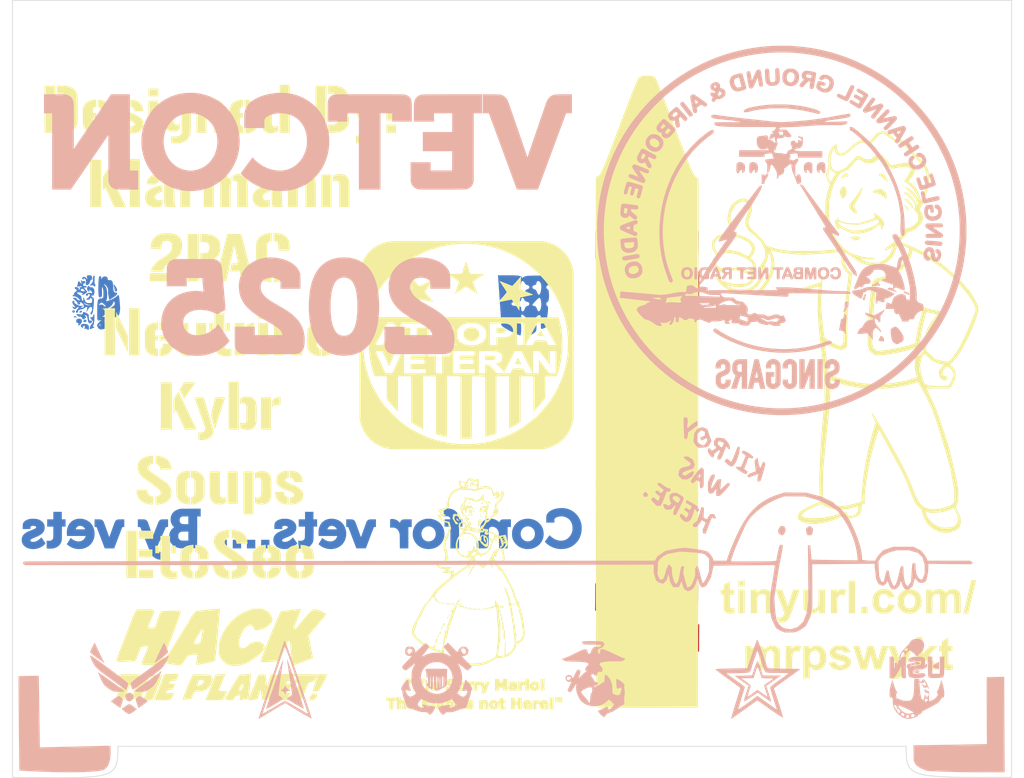
<source format=kicad_pcb>
(kicad_pcb (version 20240108) (generator "pcbnew") (generator_version "8.0")
  (layers (0 "F.Cu" signal) (31 "B.Cu" signal) (34 "B.Paste" user) (35 "F.Paste" user) (36 "B.SilkS" user "B.Silkscreen") (37 "F.SilkS" user "F.Silkscreen") (38 "B.Mask" user) (39 "F.Mask" user) (44 "Edge.Cuts" user))
  (net 0 "")
  (footprint "MountingHole:MountingHole_3.2mm_M3" (layer "F.Cu") (at 66.79 -150.11)
    (property "Reference" "REF**" (hide yes))
    (property "Value" "MountingHole_3.2mm_M3")
    (pad "" np_thru_hole circle (at 0 0) (size 3.2 3.2) (drill 3.2) (layers "F&B.Cu" "*.Mask"))
  )
  (footprint "LOGO" (layer "F.Cu") (at 1.77 -194.76)
    (property "Reference" "G***" (hide yes))
    (property "Value" "LOGO" (hide yes))
  )
  (footprint "LOGO" (layer "F.Cu") (at 1.77 -194.76)
    (property "Reference" "G***" (hide yes))
    (property "Value" "LOGO" (hide yes))
  )
  (footprint "MountingHole:MountingHole_3.2mm_M3" (layer "F.Cu") (at 67.29 -253.14)
    (property "Reference" "REF**" (hide yes))
    (property "Value" "MountingHole_3.2mm_M3")
    (pad "" np_thru_hole circle (at 0 0) (size 3.2 3.2) (drill 3.2) (layers "F&B.Cu" "*.Mask"))
  )
  (footprint "LOGO" (layer "F.Cu") (at 1.77 -194.76)
    (property "Reference" "G***" (hide yes))
    (property "Value" "LOGO" (hide yes))
  )
  (footprint "LOGO" (layer "F.Cu") (at 1.77 -194.76)
    (property "Reference" "G***" (hide yes))
    (property "Value" "LOGO" (hide yes))
    (fp_poly (pts (xy 15.072716 -4.856857) (xy 15.134475 -4.797875) (xy 15.185544 -4.709374) (xy 15.223875 -4.595546) (xy 15.247418 -4.46058) (xy 15.254122 -4.308666) (xy 15.248934 -4.207922) (xy 15.234534 -4.042833) (xy 15.143795 -4.042833) (xy 15.083231 -4.047395) (xy 15.040759 -4.067498) (xy 14.997754 -4.112764) (xy 14.990194 -4.122208) (xy 14.888572 -4.278325) (xy 14.826919 -4.440879) (xy 14.816818 -4.486535) (xy 14.803753 -4.617469) (xy 14.816655 -4.727407) (xy 14.854137 -4.811446) (xy 14.914807 -4.864683) (xy 14.92533 -4.869506) (xy 15.002318 -4.882131) (xy 15.072716 -4.856857)) (stroke (width 0.01)) (fill solid) (layer "F.Cu"))
    (fp_poly (pts (xy 23.593718 34.092404) (xy 23.590944 34.355372) (xy 23.588352 34.635658) (xy 23.585997 34.924916) (xy 23.583932 35.214797) (xy 23.582212 35.496954) (xy 23.580893 35.763041) (xy 23.580028 36.004709) (xy 23.579673 36.213611) (xy 23.579667 36.24082) (xy 23.579667 37.1475) (xy 7.295581 37.1475) (xy 7.309624 36.064519) (xy 7.312687 35.802571) (xy 7.31552 35.510744) (xy 7.318048 35.200416) (xy 7.320197 34.882961) (xy 7.321892 34.569757) (xy 7.32306 34.27218) (xy 7.323625 34.001607) (xy 7.323667 33.916102) (xy 7.323667 32.850667) (xy 23.60777 32.850667) (xy 23.593718 34.092404)) (stroke (width 0.01)) (fill solid) (layer "F.Cu"))
    (fp_poly (pts (xy 23.4315 26.931087) (xy 23.431302 27.046501) (xy 23.430732 27.199261) (xy 23.429821 27.384386) (xy 23.428601 27.596889) (xy 23.427107 27.831787) (xy 23.42537 28.084096) (xy 23.423423 28.348833) (xy 23.421298 28.621012) (xy 23.419029 28.895649) (xy 23.417435 29.079504) (xy 23.403371 30.6705) (xy 7.126329 30.6705) (xy 7.140331 30.000298) (xy 7.142785 29.859996) (xy 7.145101 29.683139) (xy 7.147243 29.475509) (xy 7.149173 29.242884) (xy 7.150853 28.991043) (xy 7.152246 28.725767) (xy 7.153314 28.452834) (xy 7.154019 28.178024) (xy 7.154324 27.907117) (xy 7.154333 27.851881) (xy 7.154333 26.373667) (xy 23.4315 26.373667) (xy 23.4315 26.931087)) (stroke (width 0.01)) (fill solid) (layer "F.Cu"))
    (fp_poly (pts (xy 15.769539 9.951037) (xy 15.887426 10.004711) (xy 15.989897 10.087194) (xy 16.071117 10.196242) (xy 16.125253 10.329609) (xy 16.14079 10.408036) (xy 16.140287 10.552723) (xy 16.102659 10.686456) (xy 16.032757 10.803754) (xy 15.935435 10.899136) (xy 15.815545 10.967121) (xy 15.677939 11.002227) (xy 15.611552 11.005838) (xy 15.528767 11.000305) (xy 15.452215 10.986955) (xy 15.414463 10.975042) (xy 15.283873 10.897065) (xy 15.183265 10.792009) (xy 15.116037 10.664852) (xy 15.085586 10.520568) (xy 15.084231 10.491265) (xy 15.096834 10.341566) (xy 15.143118 10.214247) (xy 15.22579 10.102834) (xy 15.260536 10.069336) (xy 15.381736 9.985322) (xy 15.510859 9.939097) (xy 15.642072 9.928417) (xy 15.769539 9.951037)) (stroke (width 0.01)) (fill solid) (layer "F.Cu"))
    (fp_poly (pts (xy 15.788987 12.177804) (xy 15.902112 12.208441) (xy 16.000786 12.269603) (xy 16.015646 12.282195) (xy 16.102893 12.378843) (xy 16.155822 12.489061) (xy 16.178095 12.621489) (xy 16.179348 12.66825) (xy 16.161701 12.818753) (xy 16.109834 12.946735) (xy 16.025361 13.049593) (xy 15.909893 13.124723) (xy 15.891555 13.132794) (xy 15.826342 13.150163) (xy 15.739958 13.160826) (xy 15.649463 13.163942) (xy 15.57192 13.158673) (xy 15.536333 13.150273) (xy 15.436863 13.094439) (xy 15.345316 13.010982) (xy 15.276935 12.913974) (xy 15.27386 12.907945) (xy 15.227806 12.772147) (xy 15.219081 12.632398) (xy 15.245815 12.496797) (xy 15.30614 12.373443) (xy 15.398186 12.270437) (xy 15.425974 12.248785) (xy 15.491642 12.208192) (xy 15.558136 12.185838) (xy 15.645518 12.175134) (xy 15.651422 12.174747) (xy 15.788987 12.177804)) (stroke (width 0.01)) (fill solid) (layer "F.Cu"))
    (fp_poly (pts (xy 23.588368 -20.822708) (xy 23.586338 -20.525364) (xy 23.584347 -20.2402) (xy 23.582415 -19.970037) (xy 23.580566 -19.717697) (xy 23.578822 -19.485999) (xy 23.577204 -19.277765) (xy 23.575736 -19.095814) (xy 23.574438 -18.942967) (xy 23.573334 -18.822045) (xy 23.572445 -18.735868) (xy 23.571794 -18.687258) (xy 23.571495 -18.677093) (xy 23.550394 -18.676876) (xy 23.488407 -18.676588) (xy 23.386978 -18.676231) (xy 23.247553 -18.675808) (xy 23.071579 -18.675324) (xy 22.860501 -18.67478) (xy 22.615765 -18.674181) (xy 22.338817 -18.673528) (xy 22.031104 -18.672825) (xy 21.69407 -18.672076) (xy 21.329162 -18.671283) (xy 20.937826 -18.670449) (xy 20.521508 -18.669578) (xy 20.081653 -18.668673) (xy 19.619708 -18.667736) (xy 19.137118 -18.666771) (xy 18.635329 -18.66578) (xy 18.115788 -18.664768) (xy 17.57994 -18.663736) (xy 17.02923 -18.662689) (xy 16.465106 -18.661628) (xy 15.889013 -18.660558) (xy 15.432312 -18.659719) (xy 7.29554 -18.644835) (xy 7.309581 -19.741709) (xy 7.31262 -20.004297) (xy 7.315433 -20.296056) (xy 7.31795 -20.605832) (xy 7.320095 -20.922467) (xy 7.321798 -21.234804) (xy 7.322986 -21.531688) (xy 7.323585 -21.801961) (xy 7.323644 -21.902208) (xy 7.323667 -22.965833) (xy 23.602829 -22.965833) (xy 23.588368 -20.822708)) (stroke (width 0.01)) (fill solid) (layer "F.Cu"))
    (fp_poly (pts (xy 23.504849 -27.215042) (xy 23.502716 -26.917699) (xy 23.500621 -26.632538) (xy 23.498588 -26.36238) (xy 23.49664 -26.110045) (xy 23.494801 -25.878354) (xy 23.493094 -25.670126) (xy 23.491542 -25.488182) (xy 23.490169 -25.335343) (xy 23.488998 -25.214429) (xy 23.488054 -25.128261) (xy 23.487358 -25.079658) (xy 23.487035 -25.069499) (xy 23.46592 -25.069294) (xy 23.403917 -25.069031) (xy 23.302473 -25.068713) (xy 23.163034 -25.068342) (xy 22.987045 -25.067921) (xy 22.775953 -25.067452) (xy 22.531203 -25.066938) (xy 22.254242 -25.066382) (xy 21.946515 -25.065786) (xy 21.609469 -25.065152) (xy 21.244548 -25.064484) (xy 20.853201 -25.063784) (xy 20.436871 -25.063055) (xy 19.997006 -25.062299) (xy 19.535051 -25.061518) (xy 19.052453 -25.060716) (xy 18.550656 -25.059895) (xy 18.031108 -25.059057) (xy 17.495254 -25.058205) (xy 16.94454 -25.057342) (xy 16.380412 -25.056471) (xy 15.804316 -25.055593) (xy 15.3477 -25.054906) (xy 7.210983 -25.042731) (xy 7.224991 -25.93392) (xy 7.227721 -26.13187) (xy 7.230275 -26.364099) (xy 7.232601 -26.622552) (xy 7.234647 -26.899175) (xy 7.23636 -27.185914) (xy 7.237688 -27.474713) (xy 7.23858 -27.757519) (xy 7.238982 -28.026277) (xy 7.239 -28.091638) (xy 7.239 -29.358167) (xy 23.520044 -29.358167) (xy 23.504849 -27.215042)) (stroke (width 0.01)) (fill solid) (layer "F.Cu"))
    (fp_poly (pts (xy 15.746386 -12.123474) (xy 15.899042 -12.068215) (xy 16.05105 -11.970705) (xy 16.201995 -11.830947) (xy 16.351462 -11.648944) (xy 16.416431 -11.555812) (xy 16.564516 -11.310198) (xy 16.709087 -11.023637) (xy 16.849916 -10.697384) (xy 16.986775 -10.332699) (xy 17.119434 -9.930837) (xy 17.247667 -9.493056) (xy 17.371243 -9.020614) (xy 17.489936 -8.514768) (xy 17.603516 -7.976776) (xy 17.711755 -7.407894) (xy 17.814425 -6.809381) (xy 17.911297 -6.182493) (xy 18.002143 -5.528488) (xy 18.086735 -4.848624) (xy 18.164844 -4.144157) (xy 18.236242 -3.416346) (xy 18.3007 -2.666447) (xy 18.357991 -1.895718) (xy 18.407885 -1.105417) (xy 18.446154 -0.381) (xy 18.461276 -0.059075) (xy 18.47453 0.240469) (xy 18.486032 0.523042) (xy 18.495895 0.794056) (xy 18.504232 1.058924) (xy 18.511158 1.323057) (xy 18.516787 1.591867) (xy 18.521232 1.870767) (xy 18.524608 2.165167) (xy 18.527028 2.480479) (xy 18.528607 2.822117) (xy 18.529458 3.19549) (xy 18.529696 3.58775) (xy 18.529424 3.993533) (xy 18.528556 4.362383) (xy 18.526976 4.699697) (xy 18.52457 5.010874) (xy 18.521224 5.301309) (xy 18.516824 5.576402) (xy 18.511255 5.841549) (xy 18.504404 6.102148) (xy 18.496156 6.363597) (xy 18.486397 6.631292) (xy 18.475013 6.910632) (xy 18.46189 7.207014) (xy 18.446913 7.525836) (xy 18.445947 7.545917) (xy 18.402395 8.359788) (xy 18.351128 9.155078) (xy 18.292373 9.930471) (xy 18.226361 10.684652) (xy 18.153321 11.416305) (xy 18.073482 12.124114) (xy 17.987072 12.806765) (xy 17.894323 13.462941) (xy 17.795461 14.091327) (xy 17.690717 14.690608) (xy 17.58032 15.259469) (xy 17.464499 15.796593) (xy 17.343483 16.300665) (xy 17.217502 16.770369) (xy 17.086784 17.204391) (xy 16.951559 17.601415) (xy 16.812056 17.960125) (xy 16.668504 18.279205) (xy 16.530274 18.541489) (xy 16.39689 18.754495) (xy 16.259904 18.935656) (xy 16.121661 19.082509) (xy 15.984504 19.19259) (xy 15.850777 19.263434) (xy 15.839671 19.267557) (xy 15.720664 19.295152) (xy 15.589906 19.3014) (xy 15.46729 19.286018) (xy 15.424206 19.273471) (xy 15.274651 19.198839) (xy 15.126819 19.082783) (xy 14.980962 18.926188) (xy 14.837334 18.729936) (xy 14.696185 18.494913) (xy 14.557768 18.222003) (xy 14.422335 17.912088) (xy 14.290136 17.566053) (xy 14.161426 17.184783) (xy 14.036454 16.769161) (xy 13.915474 16.320071) (xy 13.798736 15.838397) (xy 13.686494 15.325023) (xy 13.578998 14.780833) (xy 13.555769 14.650716) (xy 14.777316 14.650716) (xy 14.782634 14.824187) (xy 14.806967 14.991511) (xy 14.849653 15.138545) (xy 14.865431 15.175502) (xy 14.926396 15.274538) (xy 15.010046 15.368474) (xy 15.104726 15.446387) (xy 15.198781 15.497352) (xy 15.214617 15.502782) (xy 15.315559 15.527985) (xy 15.398504 15.532168) (xy 15.482153 15.515415) (xy 15.516343 15.504168) (xy 15.651035 15.436152) (xy 15.757191 15.336967) (xy 15.80258 15.270821) (xy 15.843316 15.193203) (xy 15.875671 15.110397) (xy 15.90202 15.013428) (xy 15.924741 14.893323) (xy 15.94621 14.741109) (xy 15.949175 14.717346) (xy 15.969218 14.580306) (xy 15.991962 14.468663) (xy 16.016137 14.386984) (xy 16.040474 14.33984) (xy 16.056852 14.329833) (xy 16.11062 14.349821) (xy 16.155333 14.406171) (xy 16.188738 14.493462) (xy 16.208579 14.606272) (xy 16.213202 14.70597) (xy 16.204213 14.847391) (xy 16.177653 14.951679) (xy 16.132768 15.02055) (xy 16.068799 15.055723) (xy 16.058115 15.058087) (xy 15.978279 15.092601) (xy 15.921546 15.156024) (xy 15.896623 15.237976) (xy 15.896167 15.251093) (xy 15.910671 15.329817) (xy 15.955524 15.386588) (xy 16.032734 15.42237) (xy 16.144309 15.438129) (xy 16.280448 15.435676) (xy 16.380748 15.426445) (xy 16.448528 15.412315) (xy 16.493597 15.389063) (xy 16.525763 15.352466) (xy 16.542745 15.322743) (xy 16.563806 15.265319) (xy 16.558885 15.208864) (xy 16.552301 15.186985) (xy 16.540335 15.131375) (xy 16.546095 15.074636) (xy 16.564959 15.013656) (xy 16.588024 14.91632) (xy 16.600598 14.792867) (xy 16.602598 14.658213) (xy 16.593939 14.527276) (xy 16.57454 14.414973) (xy 16.56842 14.392918) (xy 16.506244 14.241068) (xy 16.422553 14.117329) (xy 16.321068 14.025415) (xy 16.20551 13.969039) (xy 16.128097 13.95353) (xy 15.994368 13.960124) (xy 15.873409 14.006976) (xy 15.764801 14.094262) (xy 15.747978 14.112632) (xy 15.700148 14.174071) (xy 15.662284 14.241654) (xy 15.631881 14.323113) (xy 15.606436 14.426182) (xy 15.583447 14.558594) (xy 15.56805 14.6685) (xy 15.544945 14.825864) (xy 15.521087 14.945361) (xy 15.494542 15.031439) (xy 15.463374 15.088547) (xy 15.425652 15.121135) (xy 15.379439 15.133651) (xy 15.365601 15.134167) (xy 15.302268 15.114457) (xy 15.2479 15.059953) (xy 15.204348 14.977592) (xy 15.173461 14.87431) (xy 15.15709 14.757044) (xy 15.157086 14.632731) (xy 15.175299 14.508308) (xy 15.186872 14.464146) (xy 15.220892 14.375945) (xy 15.266342 14.319054) (xy 15.33411 14.282455) (xy 15.380568 14.268108) (xy 15.462611 14.228877) (xy 15.51612 14.168155) (xy 15.538643 14.095145) (xy 15.527724 14.01905) (xy 15.480911 13.949073) (xy 15.468599 13.937935) (xy 15.436526 13.912603) (xy 15.406253 13.896549) (xy 15.367868 13.888117) (xy 15.31146 13.885649) (xy 15.227121 13.887489) (xy 15.177557 13.889275) (xy 15.055295 13.896447) (xy 14.967801 13.909228) (xy 14.907602 13.930433) (xy 14.867225 13.962878) (xy 14.839197 14.009375) (xy 14.835428 14.01814) (xy 14.821477 14.074891) (xy 14.830716 14.137653) (xy 14.836941 14.157795) (xy 14.850915 14.214164) (xy 14.84882 14.265796) (xy 14.829489 14.333013) (xy 14.826376 14.341902) (xy 14.791676 14.48524) (xy 14.777316 14.650716) (xy 13.555769 14.650716) (xy 13.476502 14.206712) (xy 13.379256 13.603542) (xy 13.287512 12.972208) (xy 13.201524 12.313595) (xy 13.139981 11.786508) (xy 14.115628 11.786508) (xy 14.11576 11.888122) (xy 14.117059 12.023483) (xy 14.117988 12.106892) (xy 14.120711 12.259915) (xy 14.125965 12.376397) (xy 14.135154 12.462116) (xy 14.149678 12.522847) (xy 14.17094 12.564368) (xy 14.20034 12.592457) (xy 14.239281 12.612891) (xy 14.240914 12.613572) (xy 14.3262 12.628167) (xy 14.405363 12.603283) (xy 14.457168 12.557183) (xy 14.480978 12.516469) (xy 14.494053 12.462367) (xy 14.498926 12.382447) (xy 14.499167 12.350956) (xy 14.499167 12.198121) (xy 14.642042 12.184628) (xy 14.759418 12.175426) (xy 14.854889 12.171681) (xy 14.922811 12.173356) (xy 14.957542 12.180414) (xy 14.960387 12.186708) (xy 14.877616 12.389382) (xy 14.835204 12.585988) (xy 14.832965 12.774667) (xy 14.870714 12.95356) (xy 14.948265 13.120807) (xy 15.065434 13.274549) (xy 15.069292 13.27865) (xy 15.213678 13.403222) (xy 15.374992 13.492562) (xy 15.547612 13.545317) (xy 15.725916 13.560136) (xy 15.904281 13.535664) (xy 16.003874 13.503594) (xy 16.177507 13.41373) (xy 16.322975 13.293876) (xy 16.437519 13.147761) (xy 16.518378 12.979116) (xy 16.562789 12.791669) (xy 16.567908 12.741854) (xy 16.564874 12.567822) (xy 16.531225 12.399829) (xy 16.476862 12.265505) (xy 16.443734 12.202115) (xy 16.42967 12.167479) (xy 16.43398 12.152906) (xy 16.455973 12.149707) (xy 16.467667 12.149667) (xy 16.485954 12.147057) (xy 16.498053 12.134422) (xy 16.505234 12.104555) (xy 16.508765 12.050249) (xy 16.509918 11.964295) (xy 16.51 11.909408) (xy 16.508104 11.806175) (xy 16.50297 11.712831) (xy 16.495432 11.640959) (xy 16.488229 11.606699) (xy 16.448357 11.54548) (xy 16.384476 11.496704) (xy 16.314053 11.472973) (xy 16.301983 11.472333) (xy 16.238481 11.491543) (xy 16.179975 11.541938) (xy 16.13646 11.612666) (xy 16.120053 11.669882) (xy 16.106251 11.76192) (xy 15.563859 11.775877) (xy 15.398586 11.779853) (xy 15.231049 11.783388) (xy 15.07102 11.786312) (xy 14.928269 11.788455) (xy 14.812565 11.789645) (xy 14.763022 11.789833) (xy 14.504577 11.789833) (xy 14.490805 11.703708) (xy 14.460707 11.6175) (xy 14.407168 11.555035) (xy 14.338866 11.52002) (xy 14.264481 11.516166) (xy 14.192688 11.547183) (xy 14.170121 11.566621) (xy 14.15171 11.585338) (xy 14.137763 11.603635) (xy 14.127731 11.627206) (xy 14.121065 11.661745) (xy 14.117213 11.712947) (xy 14.115628 11.786508) (xy 13.139981 11.786508) (xy 13.121541 11.628585) (xy 13.050271 10.943167) (xy 13.012902 10.544243) (xy 14.697539 10.544243) (xy 14.730581 10.728648) (xy 14.787759 10.877424) (xy 14.849536 10.977386) (xy 14.936275 11.08266) (xy 15.036461 11.181575) (xy 15.13858 11.262459) (xy 15.20825 11.303663) (xy 15.292509 11.337875) (xy 15.393572 11.369784) (xy 15.493446 11.394373) (xy 15.574137 11.40663) (xy 15.578667 11.406899) (xy 15.615154 11.404591) (xy 15.678891 11.396973) (xy 15.748 11.386923) (xy 15.93502 11.336778) (xy 16.10485 11.248108) (xy 16.256008 11.121695) (xy 16.263634 11.113786) (xy 16.385506 10.963058) (xy 16.468142 10.805135) (xy 16.514639 10.633146) (xy 16.525805 10.532078) (xy 16.518483 10.331797) (xy 16.4721 10.145275) (xy 16.388608 9.975766) (xy 16.269954 9.826524) (xy 16.118089 9.7008) (xy 15.980833 9.622586) (xy 15.91641 9.593217) (xy 15.862221 9.574162) (xy 15.805814 9.563211) (xy 15.734738 9.558153) (xy 15.63654 9.556778) (xy 15.609971 9.55675) (xy 15.505231 9.557487) (xy 15.430248 9.56129) (xy 15.372455 9.570548) (xy 15.319282 9.587653) (xy 15.25816 9.614992) (xy 15.228971 9.62918) (xy 15.062887 9.732441) (xy 14.925313 9.86246) (xy 14.81812 10.013943) (xy 14.74318 10.181596) (xy 14.702362 10.360128) (xy 14.697539 10.544243) (xy 13.012902 10.544243) (xy 13.001227 10.419622) (xy 12.956159 9.88976) (xy 12.914713 9.34818) (xy 12.876534 8.789484) (xy 12.841268 8.208272) (xy 12.821039 7.831542) (xy 14.705297 7.831542) (xy 14.705366 7.953501) (xy 14.706455 8.110341) (xy 14.707358 8.208881) (xy 14.709584 8.369211) (xy 14.712969 8.519302) (xy 14.717273 8.6529) (xy 14.722252 8.76375) (xy 14.727663 8.845596) (xy 14.733264 8.892183) (xy 14.733999 8.895348) (xy 14.772689 8.973432) (xy 14.834282 9.023554) (xy 14.908728 9.042814) (xy 14.985975 9.02831) (xy 15.047702 8.985903) (xy 15.069106 8.963173) (xy 15.083909 8.940165) (xy 15.093164 8.909241) (xy 15.097925 8.86276) (xy 15.099246 8.793083) (xy 15.098178 8.692569) (xy 15.097069 8.627819) (xy 15.091721 8.324632) (xy 15.234652 8.311133) (xy 15.330448 8.304303) (xy 15.443923 8.299398) (xy 15.549966 8.297484) (xy 15.722349 8.297333) (xy 15.862486 8.461375) (xy 15.930198 8.545516) (xy 15.993557 8.632741) (xy 16.042735 8.709187) (xy 16.058185 8.737508) (xy 16.087285 8.800775) (xy 16.098618 8.848516) (xy 16.090092 8.893319) (xy 16.059617 8.947772) (xy 16.01213 9.014838) (xy 15.969569 9.092064) (xy 15.965444 9.160616) (xy 15.999849 9.229764) (xy 16.014465 9.248209) (xy 16.082869 9.302907) (xy 16.159374 9.31712) (xy 16.240221 9.291001) (xy 16.310634 9.236121) (xy 16.3793 9.151409) (xy 16.436574 9.051068) (xy 16.475362 8.949792) (xy 16.488626 8.867383) (xy 16.470571 8.735594) (xy 16.417376 8.591061) (xy 16.331507 8.440479) (xy 16.331047 8.439792) (xy 16.235505 8.297333) (xy 16.45297 8.297333) (xy 16.440587 7.991707) (xy 16.434573 7.8789) (xy 16.426542 7.77853) (xy 16.417406 7.699531) (xy 16.408077 7.650834) (xy 16.404974 7.642676) (xy 16.370023 7.602541) (xy 16.318255 7.566441) (xy 16.317576 7.566088) (xy 16.261481 7.545178) (xy 16.206697 7.549214) (xy 16.180252 7.557049) (xy 16.107171 7.601787) (xy 16.061678 7.677992) (xy 16.044471 7.784436) (xy 16.044333 7.796397) (xy 16.040941 7.856942) (xy 16.026956 7.888216) (xy 15.996708 7.902992) (xy 15.961489 7.906921) (xy 15.891232 7.910388) (xy 15.79323 7.913194) (xy 15.674777 7.915137) (xy 15.543168 7.916017) (xy 15.523193 7.916044) (xy 15.097303 7.916333) (xy 15.082246 7.763526) (xy 15.069405 7.661269) (xy 15.052014 7.592194) (xy 15.025734 7.54715) (xy 14.986229 7.516987) (xy 14.95936 7.504289) (xy 14.874828 7.489891) (xy 14.793604 7.515388) (xy 14.739995 7.55936) (xy 14.728807 7.574382) (xy 14.720107 7.595043) (xy 14.713651 7.626215) (xy 14.709194 7.672773) (xy 14.706491 7.739591) (xy 14.705297 7.831542) (xy 12.821039 7.831542) (xy 12.808559 7.599144) (xy 12.778052 6.9567) (xy 12.758825 6.50875) (xy 12.754565 6.382833) (xy 14.627354 6.382833) (xy 14.655428 6.569085) (xy 14.718025 6.745209) (xy 14.728628 6.766725) (xy 14.795703 6.877743) (xy 14.877453 6.981478) (xy 14.966897 7.071545) (xy 15.057055 7.141558) (xy 15.140943 7.185133) (xy 15.19872 7.196667) (xy 15.252608 7.182468) (xy 15.307427 7.147966) (xy 15.310992 7.144761) (xy 15.35373 7.088597) (xy 15.366947 7.017984) (xy 15.367 7.011746) (xy 15.363066 6.96576) (xy 15.346896 6.925351) (xy 15.31194 6.879597) (xy 15.251647 6.817577) (xy 15.248963 6.814943) (xy 15.148604 6.707902) (xy 15.079854 6.611288) (xy 15.037303 6.514991) (xy 15.015542 6.408901) (xy 15.012169 6.372414) (xy 15.014075 6.226571) (xy 15.045297 6.100289) (xy 15.109886 5.982418) (xy 15.18889 5.886051) (xy 15.269048 5.806046) (xy 15.34552 5.74749) (xy 15.427264 5.707184) (xy 15.523234 5.681927) (xy 15.642389 5.66852) (xy 15.793684 5.663765) (xy 15.8115 5.663639) (xy 15.929306 5.663567) (xy 16.014604 5.665725) (xy 16.077208 5.671427) (xy 16.126933 5.681988) (xy 16.173593 5.698724) (xy 16.216207 5.717861) (xy 16.362449 5.802946) (xy 16.470274 5.904169) (xy 16.541324 6.023986) (xy 16.577244 6.164853) (xy 16.582577 6.265333) (xy 16.566712 6.40092) (xy 16.525418 6.52918) (xy 16.463732 6.635966) (xy 16.441154 6.662607) (xy 16.394272 6.696659) (xy 16.325595 6.729366) (xy 16.28523 6.743226) (xy 16.189264 6.784906) (xy 16.13086 6.844178) (xy 16.108248 6.922977) (xy 16.107833 6.937212) (xy 16.121413 7.012307) (xy 16.163791 7.067655) (xy 16.237421 7.104286) (xy 16.34476 7.123236) (xy 16.488262 7.125535) (xy 16.548388 7.122541) (xy 16.642492 7.115915) (xy 16.724837 7.108908) (xy 16.783342 7.102605) (xy 16.800456 7.09994) (xy 16.86736 7.067181) (xy 16.912481 7.008283) (xy 16.932262 6.935316) (xy 16.923147 6.860351) (xy 16.888216 6.80212) (xy 16.843098 6.754094) (xy 16.885562 6.663172) (xy 16.949046 6.47921) (xy 16.973478 6.288753) (xy 16.960026 6.098236) (xy 16.909856 5.914093) (xy 16.824135 5.742758) (xy 16.704029 5.590666) (xy 16.688203 5.574834) (xy 16.553617 5.466969) (xy 16.392116 5.375765) (xy 16.218223 5.309206) (xy 16.19154 5.301728) (xy 16.107028 5.286711) (xy 15.993184 5.276665) (xy 15.86273 5.27172) (xy 15.72839 5.272007) (xy 15.602886 5.277655) (xy 15.498942 5.288796) (xy 15.468583 5.294318) (xy 15.307708 5.347088) (xy 15.144155 5.435202) (xy 14.986464 5.553182) (xy 14.843271 5.69544) (xy 14.74176 5.842758) (xy 14.67137 6.011726) (xy 14.632951 6.194399) (xy 14.627354 6.382833) (xy 12.754565 6.382833) (xy 12.753838 6.361371) (xy 12.749347 6.175689) (xy 12.74535 5.955703) (xy 12.741849 5.705411) (xy 12.738843 5.428811) (xy 12.736332 5.129902) (xy 12.734317 4.812684) (xy 12.732796 4.481153) (xy 12.73177 4.13931) (xy 12.73124 3.791152) (xy 12.731204 3.440679) (xy 12.731662 3.091888) (xy 12.732616 2.748779) (xy 12.734064 2.41535) (xy 12.736007 2.095599) (xy 12.738445 1.793526) (xy 12.741377 1.513129) (xy 12.742113 1.458337) (xy 14.583833 1.458337) (xy 14.586024 1.60153) (xy 14.593531 1.708913) (xy 14.607756 1.786827) (xy 14.630102 1.841615) (xy 14.661969 1.879618) (xy 14.679922 1.89302) (xy 14.760393 1.925251) (xy 14.836547 1.918405) (xy 14.902445 1.875711) (xy 14.952147 1.800394) (xy 14.973365 1.733594) (xy 14.980723 1.708262) (xy 14.995187 1.691511) (xy 15.025016 1.680745) (xy 15.078464 1.673371) (xy 15.163788 1.666795) (xy 15.19197 1.664912) (xy 15.306609 1.65856) (xy 15.429115 1.653745) (xy 15.537706 1.651273) (xy 15.564172 1.651109) (xy 15.729594 1.651) (xy 15.842077 1.763483) (xy 15.909312 1.836802) (xy 15.950219 1.899216) (xy 15.973209 1.964015) (xy 15.975565 1.974453) (xy 15.986403 2.094093) (xy 15.968247 2.202088) (xy 15.923182 2.288163) (xy 15.908726 2.304284) (xy 15.852983 2.360083) (xy 15.421042 2.370667) (xy 14.989102 2.38125) (xy 14.977821 2.324661) (xy 14.943557 2.248346) (xy 14.882614 2.197224) (xy 14.805624 2.176489) (xy 14.72322 2.191336) (xy 14.713719 2.195636) (xy 14.670714 2.222925) (xy 14.640175 2.260948) (xy 14.620449 2.316284) (xy 14.609882 2.395508) (xy 14.606821 2.505197) (xy 14.608524 2.614033) (xy 14.611768 2.724998) (xy 14.615758 2.801841) (xy 14.6222 2.852765) (xy 14.632801 2.88597) (xy 14.649266 2.909657) (xy 14.673302 2.932029) (xy 14.674972 2.933466) (xy 14.752508 2.977005) (xy 14.833437 2.983121) (xy 14.907791 2.952004) (xy 14.934094 2.928492) (xy 14.969404 2.87773) (xy 14.985847 2.829138) (xy 14.986 2.825355) (xy 14.987042 2.809741) (xy 14.9937 2.797818) (xy 15.011272 2.788854) (xy 15.045055 2.782119) (xy 15.100346 2.776881) (xy 15.182443 2.772408) (xy 15.296643 2.76797) (xy 15.435792 2.763248) (xy 15.612071 2.756234) (xy 15.752523 2.747082) (xy 15.863653 2.734013) (xy 15.951964 2.715248) (xy 16.023963 2.689007) (xy 16.086152 2.65351) (xy 16.145038 2.606979) (xy 16.200833 2.553948) (xy 16.28906 2.437055) (xy 16.347787 2.297238) (xy 16.375824 2.143046) (xy 16.371979 1.983032) (xy 16.335061 1.825746) (xy 16.31069 1.765344) (xy 16.282951 1.700916) (xy 16.273714 1.665887) (xy 16.281619 1.652273) (xy 16.291205 1.651) (xy 16.305291 1.64576) (xy 16.31415 1.625509) (xy 16.318477 1.583448) (xy 16.318966 1.512777) (xy 16.316313 1.406698) (xy 16.31628 1.405657) (xy 16.308492 1.160315) (xy 16.23722 1.096633) (xy 16.183984 1.055853) (xy 16.139221 1.042234) (xy 16.100867 1.045968) (xy 16.023653 1.077728) (xy 15.964408 1.132638) (xy 15.934945 1.199499) (xy 15.934363 1.203813) (xy 15.927917 1.259417) (xy 15.446375 1.265106) (xy 15.291809 1.266825) (xy 15.174452 1.267583) (xy 15.08918 1.266972) (xy 15.030872 1.264588) (xy 14.994406 1.260027) (xy 14.97466 1.252882) (xy 14.966513 1.242748) (xy 14.964842 1.229221) (xy 14.964833 1.227013) (xy 14.947071 1.14367) (xy 14.899977 1.079363) (xy 14.832837 1.040348) (xy 14.754936 1.032884) (xy 14.700638 1.048984) (xy 14.656627 1.075105) (xy 14.625039 1.10975) (xy 14.603922 1.15977) (xy 14.59132 1.232016) (xy 14.585278 1.33334) (xy 14.583833 1.458337) (xy 12.742113 1.458337) (xy 12.744803 1.258406) (xy 12.748724 1.033356) (xy 12.753139 0.841978) (xy 12.758049 0.68827) (xy 12.758909 0.66675) (xy 12.7851 0.064069) (xy 12.805757 -0.364987) (xy 14.549458 -0.364987) (xy 14.550678 -0.214009) (xy 14.553043 -0.058338) (xy 14.556454 0.095757) (xy 14.56081 0.24201) (xy 14.566011 0.374153) (xy 14.571956 0.485919) (xy 14.578546 0.571039) (xy 14.58568 0.623248) (xy 14.587384 0.629931) (xy 14.628553 0.698244) (xy 14.69676 0.74527) (xy 14.768708 0.761152) (xy 14.814195 0.748058) (xy 14.868301 0.71448) (xy 14.881661 0.703331) (xy 14.947323 0.644662) (xy 14.945099 0.36738) (xy 14.942875 0.090099) (xy 15.609484 0.080864) (xy 15.773293 0.078238) (xy 15.923242 0.075149) (xy 16.054163 0.071757) (xy 16.160885 0.068223) (xy 16.238239 0.064709) (xy 16.281056 0.061373) (xy 16.287923 0.059799) (xy 16.290951 0.035822) (xy 16.29207 -0.023442) (xy 16.291332 -0.110991) (xy 16.288786 -0.219825) (xy 16.285092 -0.327643) (xy 16.282025 -0.402167) (xy 16.404167 -0.402167) (xy 16.404167 -0.331277) (xy 16.405973 -0.274824) (xy 16.410723 -0.193283) (xy 16.417413 -0.103717) (xy 16.417856 -0.098444) (xy 16.431545 0.0635) (xy 16.655981 0.063267) (xy 16.758744 0.061921) (xy 16.854228 0.058486) (xy 16.929115 0.053546) (xy 16.959792 0.049914) (xy 17.039167 0.036794) (xy 17.038877 -0.135061) (xy 17.039062 -0.236174) (xy 17.035915 -0.308023) (xy 17.02329 -0.355578) (xy 16.995043 -0.38381) (xy 16.945028 -0.397687) (xy 16.8671 -0.402182) (xy 16.755115 -0.402262) (xy 16.708614 -0.402167) (xy 16.404167 -0.402167) (xy 16.282025 -0.402167) (xy 16.279521 -0.462986) (xy 16.274249 -0.562821) (xy 16.268247 -0.633951) (xy 16.260484 -0.683183) (xy 16.249932 -0.717319) (xy 16.23556 -0.743165) (xy 16.219001 -0.764378) (xy 16.152255 -0.815588) (xy 16.076607 -0.828887) (xy 16.001698 -0.804416) (xy 15.950965 -0.760376) (xy 15.924196 -0.724698) (xy 15.907881 -0.687979) (xy 15.899481 -0.638604) (xy 15.896457 -0.564955) (xy 15.896167 -0.509593) (xy 15.896167 -0.323933) (xy 15.670624 -0.310133) (xy 15.549063 -0.304197) (xy 15.407026 -0.299541) (xy 15.266366 -0.296798) (xy 15.194374 -0.296333) (xy 14.943667 -0.296333) (xy 14.94188 -0.449792) (xy 14.937178 -0.603156) (xy 14.92637 -0.720003) (xy 14.908349 -0.805855) (xy 14.88201 -0.86623) (xy 14.851073 -0.902668) (xy 14.776137 -0.943699) (xy 14.69898 -0.945564) (xy 14.62739 -0.910231) (xy 14.569153 -0.839668) (xy 14.564044 -0.830129) (xy 14.558035 -0.796625) (xy 14.553671 -0.727092) (xy 14.550854 -0.627796) (xy 14.549483 -0.505005) (xy 14.549458 -0.364987) (xy 12.805757 -0.364987) (xy 12.812339 -0.501693) (xy 12.84096 -1.035946) (xy 12.871293 -1.544099) (xy 12.903674 -2.031561) (xy 12.938432 -2.503741) (xy 12.964106 -2.820506) (xy 14.506339 -2.820506) (xy 14.506565 -2.717081) (xy 14.508004 -2.589433) (xy 14.510611 -2.44359) (xy 14.514336 -2.285582) (xy 14.51503 -2.259681) (xy 14.531599 -1.651279) (xy 14.586772 -1.596106) (xy 14.65791 -1.550245) (xy 14.736866 -1.538997) (xy 14.811511 -1.562315) (xy 14.85298 -1.597147) (xy 14.872475 -1.620879) (xy 14.886423 -1.644343) (xy 14.895645 -1.674566) (xy 14.900963 -1.718573) (xy 14.903196 -1.78339) (xy 14.903168 -1.876042) (xy 14.901697 -2.003555) (xy 14.901575 -2.012926) (xy 14.898375 -2.258436) (xy 15.042729 -2.272067) (xy 15.140012 -2.279027) (xy 15.254297 -2.283992) (xy 15.356935 -2.28585) (xy 15.526788 -2.286) (xy 15.663852 -2.125709) (xy 15.766333 -1.999988) (xy 15.839083 -1.896538) (xy 15.885076 -1.81075) (xy 15.904217 -1.753453) (xy 15.905595 -1.710342) (xy 15.88508 -1.663975) (xy 15.843173 -1.608575) (xy 15.785449 -1.519428) (xy 15.768861 -1.438581) (xy 15.793321 -1.364693) (xy 15.82497 -1.325803) (xy 15.898665 -1.276704) (xy 15.978083 -1.268701) (xy 16.059935 -1.301532) (xy 16.117615 -1.349375) (xy 16.217097 -1.474594) (xy 16.275048 -1.606156) (xy 16.291477 -1.744517) (xy 16.266397 -1.890134) (xy 16.199819 -2.043461) (xy 16.136826 -2.143858) (xy 16.045075 -2.275417) (xy 16.245417 -2.296583) (xy 16.238088 -2.6035) (xy 16.233689 -2.739527) (xy 16.226588 -2.839856) (xy 16.214747 -2.911118) (xy 16.196126 -2.959945) (xy 16.168687 -2.992966) (xy 16.130393 -3.016813) (xy 16.107955 -3.026783) (xy 16.055606 -3.042685) (xy 16.009417 -3.036915) (xy 15.968251 -3.01956) (xy 15.905463 -2.974608) (xy 15.868726 -2.908189) (xy 15.854361 -2.812745) (xy 15.853833 -2.784508) (xy 15.850218 -2.724792) (xy 15.83543 -2.694151) (xy 15.806208 -2.680341) (xy 15.771205 -2.676471) (xy 15.701021 -2.673045) (xy 15.60281 -2.670253) (xy 15.483723 -2.668289) (xy 15.350913 -2.667342) (xy 15.319375 -2.667289) (xy 14.880167 -2.667) (xy 14.880167 -2.822659) (xy 14.878361 -2.907304) (xy 14.870835 -2.962602) (xy 14.854422 -3.001463) (xy 14.828261 -3.034326) (xy 14.760438 -3.081106) (xy 14.685037 -3.092667) (xy 14.612101 -3.072281) (xy 14.551675 -3.023218) (xy 14.513803 -2.948751) (xy 14.509722 -2.930566) (xy 14.507376 -2.893677) (xy 14.506339 -2.820506) (xy 12.964106 -2.820506) (xy 12.975903 -2.966047) (xy 12.997722 -3.217333) (xy 13.067843 -3.955407) (xy 13.137714 -4.60375) (xy 14.426773 -4.60375) (xy 14.428939 -4.504572) (xy 14.43642 -4.42219) (xy 14.452054 -4.34467) (xy 14.47868 -4.260076) (xy 14.519137 -4.156474) (xy 14.55138 -4.079875) (xy 14.554647 -4.050895) (xy 14.524085 -4.042839) (xy 14.522598 -4.042833) (xy 14.498202 -4.039017) (xy 14.484961 -4.021159) (xy 14.479731 -3.979649) (xy 14.479308 -3.910542) (xy 14.485227 -3.733071) (xy 14.499299 -3.595128) (xy 14.521874 -3.494635) (xy 14.553302 -3.429513) (xy 14.561799 -3.41934) (xy 14.629648 -3.374766) (xy 14.707634 -3.367344) (xy 14.785168 -3.397311) (xy 14.806985 -3.413824) (xy 14.850372 -3.468159) (xy 14.872178 -3.544327) (xy 14.874223 -3.56026) (xy 14.885282 -3.658374) (xy 15.353683 -3.665548) (xy 15.508096 -3.668185) (xy 15.626393 -3.671143) (xy 15.714788 -3.675019) (xy 15.779498 -3.680404) (xy 15.826736 -3.687894) (xy 15.86272 -3.698082) (xy 15.893664 -3.711563) (xy 15.90675 -3.718401) (xy 16.014113 -3.794652) (xy 16.113433 -3.898553) (xy 16.191136 -4.015783) (xy 16.194174 -4.021667) (xy 16.234267 -4.138335) (xy 16.2528 -4.28304) (xy 16.249625 -4.447298) (xy 16.224595 -4.622627) (xy 16.20606 -4.703268) (xy 16.168897 -4.838586) (xy 16.135316 -4.938321) (xy 16.102169 -5.008681) (xy 16.066309 -5.055879) (xy 16.024587 -5.086125) (xy 16.008141 -5.093804) (xy 15.953615 -5.11158) (xy 15.908798 -5.107624) (xy 15.865575 -5.089714) (xy 15.805961 -5.052932) (xy 15.770881 -5.00658) (xy 15.759098 -4.943738) (xy 15.769379 -4.857483) (xy 15.800487 -4.740895) (xy 15.802285 -4.735054) (xy 15.840478 -4.585559) (xy 15.861777 -4.443355) (xy 15.865955 -4.316121) (xy 15.852786 -4.211536) (xy 15.822044 -4.13728) (xy 15.81998 -4.134418) (xy 15.764708 -4.085091) (xy 15.698757 -4.068043) (xy 15.62197 -4.061503) (xy 15.634981 -4.259584) (xy 15.635013 -4.486585) (xy 15.604296 -4.690268) (xy 15.543487 -4.868313) (xy 15.453247 -5.018401) (xy 15.402967 -5.076455) (xy 15.305235 -5.165474) (xy 15.211224 -5.221707) (xy 15.107476 -5.251057) (xy 14.986 -5.259426) (xy 14.89525 -5.257222) (xy 14.83 -5.24746) (xy 14.773591 -5.226426) (xy 14.728939 -5.202124) (xy 14.603955 -5.1068) (xy 14.50771 -4.982998) (xy 14.469773 -4.910667) (xy 14.447933 -4.853965) (xy 14.434634 -4.791567) (xy 14.428158 -4.711209) (xy 14.426773 -4.60375) (xy 13.137714 -4.60375) (xy 13.144818 -4.669669) (xy 13.228381 -5.358916) (xy 13.318266 -6.021946) (xy 13.414209 -6.657555) (xy 13.500026 -7.169575) (xy 14.425337 -7.169575) (xy 14.42937 -7.050544) (xy 14.434872 -6.930057) (xy 14.440253 -6.844221) (xy 14.447005 -6.78538) (xy 14.456625 -6.745884) (xy 14.470606 -6.71808) (xy 14.490444 -6.694313) (xy 14.501056 -6.683521) (xy 14.573855 -6.634343) (xy 14.649732 -6.626926) (xy 14.725132 -6.66122) (xy 14.754795 -6.687039) (xy 14.792223 -6.730935) (xy 14.810711 -6.776562) (xy 14.816481 -6.841748) (xy 14.816667 -6.864264) (xy 14.816667 -6.979617) (xy 15.325901 -6.995185) (xy 15.468511 -6.999021) (xy 15.596764 -7.001472) (xy 15.704697 -7.002505) (xy 15.786342 -7.002088) (xy 15.835735 -7.000189) (xy 15.847874 -6.998015) (xy 15.835287 -6.984549) (xy 15.791353 -6.957945) (xy 15.723379 -6.922325) (xy 15.656139 -6.889889) (xy 15.541101 -6.836223) (xy 15.411744 -6.775878) (xy 15.290399 -6.719271) (xy 15.253054 -6.70185) (xy 15.164033 -6.659774) (xy 15.106273 -6.629367) (xy 15.072595 -6.604557) (xy 15.055826 -6.579271) (xy 15.048787 -6.547438) (xy 15.046679 -6.527225) (xy 15.04427 -6.44717) (xy 15.049076 -6.365694) (xy 15.0495 -6.362251) (xy 15.060083 -6.279253) (xy 15.456142 -6.117887) (xy 15.57694 -6.068344) (xy 15.684034 -6.023799) (xy 15.771344 -5.986834) (xy 15.832789 -5.960028) (xy 15.862287 -5.945962) (xy 15.863826 -5.944896) (xy 15.848622 -5.939686) (xy 15.79793 -5.933913) (xy 15.718589 -5.92791) (xy 15.617435 -5.922009) (xy 15.501304 -5.916541) (xy 15.377035 -5.911841) (xy 15.251462 -5.908239) (xy 15.131425 -5.906068) (xy 15.054792 -5.905578) (xy 14.837833 -5.9055) (xy 14.837833 -5.987008) (xy 14.824055 -6.095519) (xy 14.78641 -6.179446) (xy 14.730434 -6.23531) (xy 14.661663 -6.259631) (xy 14.585633 -6.248929) (xy 14.50788 -6.199723) (xy 14.504458 -6.196575) (xy 14.486882 -6.17825) (xy 14.47428 -6.156699) (xy 14.465847 -6.125123) (xy 14.460776 -6.076719) (xy 14.458261 -6.004687) (xy 14.457495 -5.902228) (xy 14.457583 -5.801269) (xy 14.459199 -5.650454) (xy 14.463506 -5.53787) (xy 14.470793 -5.459481) (xy 14.481351 -5.411252) (xy 14.486371 -5.39983) (xy 14.543158 -5.335187) (xy 14.616505 -5.303864) (xy 14.695426 -5.307053) (xy 14.768931 -5.345943) (xy 14.790208 -5.366908) (xy 14.823599 -5.419786) (xy 14.837827 -5.471956) (xy 14.837833 -5.472764) (xy 14.837833 -5.5245) (xy 15.287625 -5.524578) (xy 15.446801 -5.525325) (xy 15.615199 -5.527356) (xy 15.779739 -5.530427) (xy 15.927337 -5.534297) (xy 16.039042 -5.538453) (xy 16.157371 -5.543608) (xy 16.239871 -5.546009) (xy 16.292991 -5.545054) (xy 16.323179 -5.540143) (xy 16.336885 -5.530672) (xy 16.340557 -5.516041) (xy 16.340667 -5.510316) (xy 16.355373 -5.467693) (xy 16.391084 -5.421083) (xy 16.394162 -5.418123) (xy 16.467874 -5.374675) (xy 16.548663 -5.369538) (xy 16.626235 -5.402417) (xy 16.653452 -5.42554) (xy 16.677569 -5.451058) (xy 16.693622 -5.47605) (xy 16.70303 -5.509105) (xy 16.707213 -5.558811) (xy 16.707591 -5.633758) (xy 16.705613 -5.741102) (xy 16.702282 -5.841741) (xy 16.697222 -5.926598) (xy 16.691113 -5.986908) (xy 16.684634 -6.013906) (xy 16.684446 -6.014104) (xy 16.661305 -6.025972) (xy 16.604386 -6.051472) (xy 16.519121 -6.088283) (xy 16.410943 -6.134079) (xy 16.285284 -6.186537) (xy 16.171333 -6.233583) (xy 16.035346 -6.289766) (xy 15.912384 -6.341161) (xy 15.807864 -6.385458) (xy 15.727203 -6.420344) (xy 15.675818 -6.443505) (xy 15.659268 -6.452183) (xy 15.673737 -6.464384) (xy 15.721978 -6.49155) (xy 15.799165 -6.531259) (xy 15.90047 -6.581092) (xy 16.021068 -6.638626) (xy 16.156132 -6.70144) (xy 16.156685 -6.701694) (xy 16.66875 -6.93697) (xy 16.674776 -7.177078) (xy 16.675576 -7.310432) (xy 16.668977 -7.408479) (xy 16.653015 -7.477893) (xy 16.62573 -7.525351) (xy 16.585157 -7.557526) (xy 16.55927 -7.569971) (xy 16.478591 -7.584232) (xy 16.400987 -7.565263) (xy 16.339403 -7.518089) (xy 16.314147 -7.474818) (xy 16.300367 -7.444306) (xy 16.280755 -7.425143) (xy 16.245519 -7.413584) (xy 16.184863 -7.405889) (xy 16.120054 -7.400646) (xy 16.051808 -7.397017) (xy 15.94909 -7.393554) (xy 15.819765 -7.390425) (xy 15.671696 -7.387796) (xy 15.512744 -7.385836) (xy 15.378234 -7.384837) (xy 14.807385 -7.381944) (xy 14.7905 -7.447107) (xy 14.753031 -7.51686) (xy 14.690233 -7.562045) (xy 14.613785 -7.578647) (xy 14.535363 -7.562657) (xy 14.504699 -7.545293) (xy 14.471281 -7.5124) (xy 14.447484 -7.463953) (xy 14.43246 -7.394382) (xy 14.425361 -7.298113) (xy 14.425337 -7.169575) (xy 13.500026 -7.169575) (xy 13.515943 -7.26454) (xy 13.623203 -7.841697) (xy 13.735724 -8.387824) (xy 13.85324 -8.901718) (xy 13.975486 -9.382175) (xy 14.102197 -9.827991) (xy 14.233106 -10.237965) (xy 14.367948 -10.610892) (xy 14.506458 -10.94557) (xy 14.648371 -11.240795) (xy 14.793421 -11.495365) (xy 14.840148 -11.567583) (xy 14.987954 -11.765896) (xy 15.137609 -11.921938) (xy 15.288695 -12.035714) (xy 15.440797 -12.107227) (xy 15.593499 -12.136479) (xy 15.746386 -12.123474)) (stroke (width 0.01)) (fill solid) (layer "F.Cu"))
  )
  (footprint "MountingHole:MountingHole_3.2mm_M3" (layer "F.Cu") (at -75.76 -253.14)
    (property "Reference" "REF**" (hide yes))
    (property "Value" "MountingHole_3.2mm_M3")
    (pad "" np_thru_hole circle (at 0 0) (size 3.2 3.2) (drill 3.2) (layers "F&B.Cu" "*.Mask"))
  )
  (footprint "LOGO" (layer "F.Cu") (at 1.77 -194.76)
    (property "Reference" "G***" (hide yes))
    (property "Value" "LOGO" (hide yes))
  )
  (footprint "MountingHole:MountingHole_3.2mm_M3" (layer "F.Cu") (at -75.26 -150.11)
    (property "Reference" "REF**" (hide yes))
    (property "Value" "MountingHole_3.2mm_M3")
    (pad "" np_thru_hole circle (at 0 0) (size 3.2 3.2) (drill 3.2) (layers "F&B.Cu" "*.Mask"))
  )
  (footprint "LOGO" (layer "F.Cu") (at 1.77 -194.76)
    (property "Reference" "G***" (hide yes))
    (property "Value" "LOGO" (hide yes))
    (fp_poly (pts (xy -51.1175 20.828) (xy -52.429833 20.828) (xy -52.429833 19.473333) (xy -51.1175 19.473333) (xy -51.1175 20.828)) (stroke (width 0.01)) (fill solid) (layer "B.Cu"))
    (fp_poly (pts (xy -48.873833 20.828) (xy -50.186167 20.828) (xy -50.186167 19.473333) (xy -48.873833 19.473333) (xy -48.873833 20.828)) (stroke (width 0.01)) (fill solid) (layer "B.Cu"))
    (fp_poly (pts (xy -46.630167 20.828) (xy -47.9425 20.828) (xy -47.9425 19.473333) (xy -46.630167 19.473333) (xy -46.630167 20.828)) (stroke (width 0.01)) (fill solid) (layer "B.Cu"))
    (fp_poly (pts (xy -44.3865 20.828) (xy -45.698833 20.828) (xy -45.698833 19.473333) (xy -44.3865 19.473333) (xy -44.3865 20.828)) (stroke (width 0.01)) (fill solid) (layer "B.Cu"))
    (fp_poly (pts (xy -75.282116 -16.825968) (xy -75.239803 -16.792864) (xy -75.192021 -16.720208) (xy -75.180165 -16.642602) (xy -75.200336 -16.569456) (xy -75.248638 -16.510178) (xy -75.321173 -16.474179) (xy -75.3745 -16.467667) (xy -75.450934 -16.478434) (xy -75.50889 -16.515557) (xy -75.513046 -16.519621) (xy -75.552446 -16.576966) (xy -75.564945 -16.651337) (xy -75.565 -16.658167) (xy -75.547412 -16.743328) (xy -75.50092 -16.806586) (xy -75.434933 -16.844044) (xy -75.358862 -16.851803) (xy -75.282116 -16.825968)) (stroke (width 0.01)) (fill solid) (layer "B.Cu"))
    (fp_poly (pts (xy -74.118396 -16.777133) (xy -74.084078 -16.744225) (xy -74.06322 -16.664119) (xy -74.083667 -16.58251) (xy -74.116965 -16.532791) (xy -74.158969 -16.491092) (xy -74.20404 -16.472128) (xy -74.271005 -16.467667) (xy -74.343767 -16.474856) (xy -74.404012 -16.493078) (xy -74.41729 -16.500617) (xy -74.451735 -16.529621) (xy -74.460107 -16.557743) (xy -74.441012 -16.595445) (xy -74.397691 -16.647928) (xy -74.322909 -16.718241) (xy -74.246539 -16.764716) (xy -74.175921 -16.785098) (xy -74.118396 -16.777133)) (stroke (width 0.01)) (fill solid) (layer "B.Cu"))
    (fp_poly (pts (xy -75.072825 -15.889406) (xy -74.992101 -15.871419) (xy -74.92661 -15.845649) (xy -74.883853 -15.815538) (xy -74.871332 -15.784528) (xy -74.880886 -15.767481) (xy -74.915188 -15.753738) (xy -74.97925 -15.743387) (xy -75.060594 -15.736953) (xy -75.146744 -15.734962) (xy -75.225225 -15.737937) (xy -75.283558 -15.746405) (xy -75.295125 -15.750041) (xy -75.340475 -15.779572) (xy -75.349585 -15.813968) (xy -75.327313 -15.847928) (xy -75.278512 -15.876152) (xy -75.208039 -15.893339) (xy -75.161282 -15.896167) (xy -75.072825 -15.889406)) (stroke (width 0.01)) (fill solid) (layer "B.Cu"))
    (fp_poly (pts (xy -73.43678 -15.348662) (xy -73.380877 -15.302649) (xy -73.338453 -15.241446) (xy -73.321337 -15.178003) (xy -73.321333 -15.177166) (xy -73.340777 -15.104355) (xy -73.393552 -15.04324) (xy -73.471331 -14.998014) (xy -73.565781 -14.972872) (xy -73.668573 -14.972006) (xy -73.712917 -14.980057) (xy -73.77746 -15.011572) (xy -73.819508 -15.062819) (xy -73.829333 -15.104073) (xy -73.810584 -15.16518) (xy -73.761035 -15.229523) (xy -73.690737 -15.289227) (xy -73.609741 -15.336419) (xy -73.528097 -15.363225) (xy -73.49433 -15.366535) (xy -73.43678 -15.348662)) (stroke (width 0.01)) (fill solid) (layer "B.Cu"))
    (fp_poly (pts (xy -69.015011 -20.921996) (xy -68.974025 -20.888055) (xy -68.919226 -20.833176) (xy -68.856507 -20.763749) (xy -68.791761 -20.686162) (xy -68.730884 -20.606805) (xy -68.70286 -20.567177) (xy -68.599377 -20.398411) (xy -68.530223 -20.246016) (xy -68.495722 -20.111463) (xy -68.496202 -19.99622) (xy -68.531986 -19.901759) (xy -68.550132 -19.877124) (xy -68.617363 -19.824168) (xy -68.691743 -19.810124) (xy -68.764821 -19.835315) (xy -68.802785 -19.867495) (xy -68.82411 -19.891949) (xy -68.840089 -19.917182) (xy -68.852556 -19.950653) (xy -68.863341 -19.999821) (xy -68.874277 -20.072145) (xy -68.887195 -20.175085) (xy -68.895546 -20.245237) (xy -68.911496 -20.348613) (xy -68.936279 -20.473487) (xy -68.965947 -20.601) (xy -68.985294 -20.673933) (xy -69.010356 -20.76883) (xy -69.028312 -20.848692) (xy -69.037436 -20.904902) (xy -69.036289 -20.928612) (xy -69.015011 -20.921996)) (stroke (width 0.01)) (fill solid) (layer "B.Cu"))
    (fp_poly (pts (xy -74.306073 -15.485792) (xy -74.191294 -15.431959) (xy -74.186627 -15.428692) (xy -74.111362 -15.350455) (xy -74.067103 -15.248718) (xy -74.054553 -15.129536) (xy -74.074414 -14.998969) (xy -74.122266 -14.873284) (xy -74.170332 -14.792696) (xy -74.235567 -14.706417) (xy -74.310873 -14.621504) (xy -74.389151 -14.545012) (xy -74.463304 -14.483995) (xy -74.526232 -14.445508) (xy -74.562567 -14.435667) (xy -74.618339 -14.435667) (xy -74.603735 -14.596825) (xy -74.599495 -14.703414) (xy -74.611406 -14.775219) (xy -74.64223 -14.817615) (xy -74.694727 -14.835977) (xy -74.727488 -14.837833) (xy -74.811693 -14.857161) (xy -74.879379 -14.912122) (xy -74.927406 -14.99819) (xy -74.952635 -15.110834) (xy -74.955699 -15.16699) (xy -74.943891 -15.274416) (xy -74.904119 -15.35822) (xy -74.833099 -15.421475) (xy -74.727548 -15.467253) (xy -74.60479 -15.495301) (xy -74.44504 -15.507086) (xy -74.306073 -15.485792)) (stroke (width 0.01)) (fill solid) (layer "B.Cu"))
    (fp_poly (pts (xy -15.986818 14.519736) (xy -15.712414 14.565824) (xy -15.455058 14.641267) (xy -15.219031 14.744756) (xy -15.008614 14.874984) (xy -14.828089 15.030644) (xy -14.798863 15.061521) (xy -14.663806 15.233372) (xy -14.55819 15.423856) (xy -14.479944 15.637993) (xy -14.426998 15.880804) (xy -14.41062 16.003056) (xy -14.384847 16.234833) (xy -13.864167 16.234833) (xy -13.864167 17.377833) (xy -14.393333 17.377833) (xy -14.393333 20.828) (xy -15.748 20.828) (xy -15.748 17.377833) (xy -16.679333 17.377833) (xy -16.679333 16.234833) (xy -15.769167 16.234833) (xy -15.769632 16.166042) (xy -15.790603 16.052955) (xy -15.848104 15.947408) (xy -15.936337 15.856181) (xy -16.049505 15.786056) (xy -16.116657 15.760064) (xy -16.229835 15.735604) (xy -16.369215 15.72254) (xy -16.520047 15.721558) (xy -16.667577 15.733343) (xy -16.674042 15.734203) (xy -16.806333 15.752156) (xy -16.806333 14.546985) (xy -16.569645 14.520848) (xy -16.273989 14.504308) (xy -15.986818 14.519736)) (stroke (width 0.01)) (fill solid) (layer "B.Cu"))
    (fp_poly (pts (xy -73.489392 -14.669485) (xy -73.323459 -14.642265) (xy -73.191688 -14.596071) (xy -73.091815 -14.530007) (xy -73.021579 -14.443178) (xy -73.002914 -14.406213) (xy -72.971269 -14.303559) (xy -72.951978 -14.176628) (xy -72.946462 -14.042039) (xy -72.956141 -13.916413) (xy -72.959399 -13.897146) (xy -72.978593 -13.812222) (xy -73.002363 -13.76088) (xy -73.036891 -13.741565) (xy -73.088357 -13.752724) (xy -73.162943 -13.7928) (xy -73.222652 -13.830926) (xy -73.325394 -13.893639) (xy -73.405368 -13.929698) (xy -73.470821 -13.941266) (xy -73.529996 -13.930506) (xy -73.557236 -13.918725) (xy -73.606879 -13.896292) (xy -73.639938 -13.885503) (xy -73.642086 -13.885333) (xy -73.658159 -13.903736) (xy -73.654342 -13.957995) (xy -73.630809 -14.04669) (xy -73.617667 -14.086417) (xy -73.586258 -14.194514) (xy -73.577634 -14.275381) (xy -73.59169 -14.337398) (xy -73.614096 -14.373013) (xy -73.662552 -14.405469) (xy -73.720019 -14.404989) (xy -73.77805 -14.377205) (xy -73.828203 -14.327747) (xy -73.862031 -14.262247) (xy -73.871667 -14.201255) (xy -73.880817 -14.136614) (xy -73.903718 -14.089274) (xy -73.905801 -14.087057) (xy -73.933418 -14.065463) (xy -73.96129 -14.068469) (xy -73.995759 -14.088285) (xy -74.104021 -14.171298) (xy -74.180605 -14.2607) (xy -74.223815 -14.351792) (xy -74.231957 -14.439879) (xy -74.203335 -14.520263) (xy -74.167256 -14.563362) (xy -74.108983 -14.609648) (xy -74.043746 -14.642287) (xy -73.963186 -14.663305) (xy -73.858947 -14.674728) (xy -73.72267 -14.678583) (xy -73.69175 -14.678626) (xy -73.489392 -14.669485)) (stroke (width 0.01)) (fill solid) (layer "B.Cu"))
    (fp_poly (pts (xy -72.07849 -22.323644) (xy -72.064151 -22.291316) (xy -72.056167 -22.229812) (xy -72.053514 -22.134805) (xy -72.05517 -22.001966) (xy -72.055208 -22.000278) (xy -72.059878 -21.759572) (xy -72.061756 -21.557711) (xy -72.060523 -21.391278) (xy -72.055862 -21.256857) (xy -72.047453 -21.15103) (xy -72.034978 -21.070383) (xy -72.01812 -21.011497) (xy -71.996559 -20.970956) (xy -71.969977 -20.945345) (xy -71.956196 -20.937736) (xy -71.914422 -20.898175) (xy -71.902551 -20.836172) (xy -71.920507 -20.759173) (xy -71.958769 -20.688079) (xy -72.015375 -20.614039) (xy -72.061639 -20.578127) (xy -72.101925 -20.578777) (xy -72.140597 -20.614421) (xy -72.145383 -20.621043) (xy -72.170193 -20.665229) (xy -72.178333 -20.69359) (xy -72.193616 -20.723106) (xy -72.230741 -20.760272) (xy -72.234105 -20.762964) (xy -72.306293 -20.796025) (xy -72.40271 -20.806687) (xy -72.511407 -20.794534) (xy -72.5805 -20.775083) (xy -72.659244 -20.752583) (xy -72.722944 -20.744191) (xy -72.762513 -20.750472) (xy -72.771 -20.763279) (xy -72.758724 -20.788265) (xy -72.726142 -20.836787) (xy -72.679627 -20.899511) (xy -72.666238 -20.916738) (xy -72.561793 -21.051484) (xy -72.481121 -21.159806) (xy -72.420442 -21.24742) (xy -72.375978 -21.320039) (xy -72.343949 -21.383381) (xy -72.32326 -21.435382) (xy -72.300133 -21.505391) (xy -72.291318 -21.555048) (xy -72.296328 -21.603664) (xy -72.314675 -21.670549) (xy -72.317124 -21.678653) (xy -72.337977 -21.759983) (xy -72.342851 -21.826814) (xy -72.332994 -21.903314) (xy -72.329614 -21.920657) (xy -72.306585 -22.002185) (xy -72.270643 -22.093145) (xy -72.227533 -22.182087) (xy -72.182997 -22.257556) (xy -72.142779 -22.308101) (xy -72.13032 -22.31808) (xy -72.100205 -22.331122) (xy -72.07849 -22.323644)) (stroke (width 0.01)) (fill solid) (layer "B.Cu"))
    (fp_poly (pts (xy -77.237167 16.234833) (xy -76.6445 16.234833) (xy -76.6445 17.377833) (xy -77.213509 17.377833) (xy -77.221 18.441458) (xy -77.222772 18.682381) (xy -77.22452 18.884976) (xy -77.226416 19.053247) (xy -77.228632 19.191199) (xy -77.231341 19.302838) (xy -77.234714 19.392168) (xy -77.238924 19.463193) (xy -77.244142 19.519918) (xy -77.250541 19.566349) (xy -77.258293 19.60649) (xy -77.267569 19.644345) (xy -77.273644 19.666576) (xy -77.363228 19.915547) (xy -77.484883 20.136967) (xy -77.63827 20.330513) (xy -77.823049 20.495866) (xy -78.03888 20.632706) (xy -78.285422 20.740713) (xy -78.475417 20.798815) (xy -78.564647 20.820267) (xy -78.647838 20.835908) (xy -78.735543 20.84688) (xy -78.838318 20.854322) (xy -78.96672 20.859373) (xy -79.0575 20.861665) (xy -79.179273 20.863857) (xy -79.286674 20.864851) (xy -79.372409 20.864655) (xy -79.429181 20.863276) (xy -79.449083 20.861239) (xy -79.482593 20.852309) (xy -79.537986 20.841357) (xy -79.549625 20.839357) (xy -79.629 20.826082) (xy -79.629 19.595526) (xy -79.528458 19.613805) (xy -79.430166 19.625679) (xy -79.314409 19.630661) (xy -79.195752 19.628987) (xy -79.088765 19.620895) (xy -79.008012 19.606619) (xy -79.003331 19.60528) (xy -78.897364 19.56046) (xy -78.794045 19.49407) (xy -78.709142 19.417121) (xy -78.678987 19.378819) (xy -78.653711 19.338068) (xy -78.63269 19.29498) (xy -78.615537 19.245391) (xy -78.601862 19.185137) (xy -78.591279 19.110056) (xy -78.5834 19.015983) (xy -78.577838 18.898755) (xy -78.574204 18.75421) (xy -78.57211 18.578183) (xy -78.57117 18.366511) (xy -78.570997 18.219208) (xy -78.570667 17.377833) (xy -79.544333 17.377833) (xy -79.544333 16.234833) (xy -78.570667 16.234833) (xy -78.570667 15.0495) (xy -77.237167 15.0495) (xy -77.237167 16.234833)) (stroke (width 0.01)) (fill solid) (layer "B.Cu"))
    (fp_poly (pts (xy -72.120663 -16.226552) (xy -72.108829 -16.193818) (xy -72.098943 -16.125681) (xy -72.091229 -16.029033) (xy -72.08591 -15.910769) (xy -72.08321 -15.777782) (xy -72.083353 -15.636967) (xy -72.086562 -15.495217) (xy -72.09271 -15.365073) (xy -72.113309 -15.097574) (xy -72.139721 -14.871236) (xy -72.172107 -14.685262) (xy -72.210632 -14.538856) (xy -72.25546 -14.431225) (xy -72.297348 -14.371009) (xy -72.336304 -14.323909) (xy -72.347268 -14.290924) (xy -72.326619 -14.267697) (xy -72.270738 -14.249872) (xy -72.183736 -14.234288) (xy -72.125917 -14.221797) (xy -72.088307 -14.20717) (xy -72.082725 -14.202254) (xy -72.087787 -14.172103) (xy -72.133933 -14.131748) (xy -72.221165 -14.081189) (xy -72.349482 -14.020427) (xy -72.415502 -13.991917) (xy -72.538086 -13.940656) (xy -72.627936 -13.904818) (xy -72.691052 -13.882732) (xy -72.733429 -13.872731) (xy -72.761065 -13.873145) (xy -72.779958 -13.882308) (xy -72.786949 -13.888582) (xy -72.808316 -13.937902) (xy -72.807889 -14.015161) (xy -72.788264 -14.113696) (xy -72.752035 -14.226844) (xy -72.701799 -14.347944) (xy -72.640152 -14.470332) (xy -72.56969 -14.587347) (xy -72.493008 -14.692326) (xy -72.457899 -14.733062) (xy -72.380373 -14.820714) (xy -72.329007 -14.886965) (xy -72.299104 -14.93939) (xy -72.285962 -14.985565) (xy -72.284167 -15.013097) (xy -72.298408 -15.063184) (xy -72.341654 -15.13746) (xy -72.414688 -15.237045) (xy -72.518294 -15.363059) (xy -72.574832 -15.42838) (xy -72.660482 -15.534324) (xy -72.711357 -15.616998) (xy -72.727366 -15.676223) (xy -72.715475 -15.706139) (xy -72.686304 -15.716248) (xy -72.627377 -15.72514) (xy -72.551263 -15.730937) (xy -72.54875 -15.731047) (xy -72.400583 -15.737417) (xy -72.333645 -15.837577) (xy -72.29004 -15.913915) (xy -72.24672 -16.007417) (xy -72.22087 -16.075472) (xy -72.186813 -16.166931) (xy -72.158151 -16.218902) (xy -72.133374 -16.233661) (xy -72.120663 -16.226552)) (stroke (width 0.01)) (fill solid) (layer "B.Cu"))
    (fp_poly (pts (xy -37.422667 16.234833) (xy -36.851167 16.234833) (xy -36.851167 17.377833) (xy -37.398673 17.377833) (xy -37.406529 18.430875) (xy -37.408387 18.670337) (xy -37.410202 18.871523) (xy -37.412153 19.03849) (xy -37.414421 19.175295) (xy -37.417186 19.285994) (xy -37.420627 19.374645) (xy -37.424924 19.445304) (xy -37.430258 19.502028) (xy -37.436808 19.548874) (xy -37.444754 19.589899) (xy -37.454275 19.629159) (xy -37.460736 19.65325) (xy -37.532174 19.869052) (xy -37.622373 20.055243) (xy -37.737486 20.222622) (xy -37.866017 20.364658) (xy -37.960291 20.454843) (xy -38.04119 20.522393) (xy -38.122333 20.577286) (xy -38.217337 20.6295) (xy -38.249339 20.645522) (xy -38.414545 20.720166) (xy -38.574222 20.776447) (xy -38.738803 20.816637) (xy -38.918723 20.843004) (xy -39.124417 20.857818) (xy -39.243 20.861665) (xy -39.364773 20.863857) (xy -39.472174 20.864851) (xy -39.557909 20.864655) (xy -39.614681 20.863276) (xy -39.634583 20.861239) (xy -39.668093 20.852309) (xy -39.723486 20.841357) (xy -39.735125 20.839357) (xy -39.8145 20.826082) (xy -39.8145 19.595528) (xy -39.745708 19.609003) (xy -39.69036 19.617336) (xy -39.609624 19.626551) (xy -39.520358 19.634738) (xy -39.514695 19.635186) (xy -39.33517 19.632169) (xy -39.172761 19.595242) (xy -39.031506 19.526475) (xy -38.915441 19.42794) (xy -38.828605 19.30171) (xy -38.816773 19.277056) (xy -38.804581 19.249326) (xy -38.79452 19.222305) (xy -38.786349 19.191764) (xy -38.779833 19.153472) (xy -38.774731 19.103199) (xy -38.770806 19.036713) (xy -38.767821 18.949785) (xy -38.765536 18.838184) (xy -38.763714 18.69768) (xy -38.762116 18.524041) (xy -38.760505 18.313038) (xy -38.760205 18.272125) (xy -38.75366 17.377833) (xy -39.751 17.377833) (xy -39.751 16.234833) (xy -38.756167 16.234833) (xy -38.756167 15.0495) (xy -37.422667 15.0495) (xy -37.422667 16.234833)) (stroke (width 0.01)) (fill solid) (layer "B.Cu"))
    (fp_poly (pts (xy -24.821261 16.180083) (xy -24.606258 16.21763) (xy -24.388873 16.292951) (xy -24.300505 16.333518) (xy -24.200984 16.385196) (xy -24.118797 16.436542) (xy -24.040843 16.497127) (xy -23.954017 16.576525) (xy -23.912773 16.616777) (xy -23.841321 16.684982) (xy -23.781152 16.737942) (xy -23.738115 16.770833) (xy -23.718056 16.778833) (xy -23.717459 16.777852) (xy -23.70915 16.741623) (xy -23.698741 16.685346) (xy -23.697475 16.677779) (xy -23.658224 16.561864) (xy -23.58445 16.453903) (xy -23.483958 16.361384) (xy -23.364555 16.291792) (xy -23.259042 16.257307) (xy -23.208196 16.251075) (xy -23.120522 16.245614) (xy -23.00152 16.241093) (xy -22.856693 16.237677) (xy -22.69154 16.235536) (xy -22.520292 16.234833) (xy -21.886333 16.234833) (xy -21.886333 17.44003) (xy -22.145625 17.445973) (xy -22.404917 17.451917) (xy -22.410335 19.139958) (xy -22.415754 20.828) (xy -23.74483 20.828) (xy -23.754748 19.753792) (xy -23.757099 19.509965) (xy -23.759389 19.304341) (xy -23.761795 19.13279) (xy -23.764493 18.991181) (xy -23.767659 18.875384) (xy -23.771468 18.781268) (xy -23.776099 18.704705) (xy -23.781726 18.641563) (xy -23.788526 18.587713) (xy -23.796675 18.539024) (xy -23.806349 18.491366) (xy -23.809166 18.4785) (xy -23.876233 18.253893) (xy -23.971487 18.054082) (xy -24.092628 17.882331) (xy -24.237359 17.741906) (xy -24.401727 17.636893) (xy -24.514723 17.586946) (xy -24.625782 17.553491) (xy -24.746066 17.534688) (xy -24.886734 17.528697) (xy -25.034875 17.532498) (xy -25.294167 17.544569) (xy -25.294167 16.881382) (xy -25.293985 16.694949) (xy -25.293289 16.546482) (xy -25.291856 16.431617) (xy -25.289463 16.34599) (xy -25.285887 16.285235) (xy -25.280903 16.244988) (xy -25.27429 16.220882) (xy -25.265823 16.208553) (xy -25.259555 16.204914) (xy -25.223392 16.197401) (xy -25.157155 16.18894) (xy -25.073035 16.181002) (xy -25.041882 16.178638) (xy -24.821261 16.180083)) (stroke (width 0.01)) (fill solid) (layer "B.Cu"))
    (fp_poly (pts (xy -72.76711 -22.37068) (xy -72.661919 -22.355654) (xy -72.58474 -22.327435) (xy -72.52883 -22.283602) (xy -72.489118 -22.225) (xy -72.466883 -22.153961) (xy -72.457501 -22.059914) (xy -72.459675 -21.953366) (xy -72.472108 -21.844824) (xy -72.493504 -21.744795) (xy -72.522565 -21.663785) (xy -72.557995 -21.612301) (xy -72.565446 -21.606655) (xy -72.604287 -21.598094) (xy -72.645919 -21.601562) (xy -72.688802 -21.603727) (xy -72.719425 -21.584966) (xy -72.741829 -21.539047) (xy -72.760057 -21.459734) (xy -72.767605 -21.413896) (xy -72.806961 -21.249733) (xy -72.873594 -21.108695) (xy -72.953292 -21.000296) (xy -73.046874 -20.910721) (xy -73.143406 -20.854023) (xy -73.237461 -20.831758) (xy -73.323616 -20.845483) (xy -73.37773 -20.878541) (xy -73.416438 -20.927549) (xy -73.435211 -20.994651) (xy -73.434528 -21.085983) (xy -73.41487 -21.207683) (xy -73.406486 -21.246042) (xy -73.390017 -21.33468) (xy -73.38794 -21.408444) (xy -73.399964 -21.492169) (xy -73.403411 -21.509286) (xy -73.441184 -21.641993) (xy -73.495879 -21.768719) (xy -73.560597 -21.874716) (xy -73.592152 -21.912792) (xy -73.639823 -21.957592) (xy -73.667936 -21.967158) (xy -73.680019 -21.94174) (xy -73.681167 -21.919079) (xy -73.696111 -21.830532) (xy -73.737268 -21.771555) (xy -73.799128 -21.745714) (xy -73.876178 -21.756574) (xy -73.909221 -21.771562) (xy -73.981925 -21.825303) (xy -74.013054 -21.884686) (xy -74.002732 -21.948066) (xy -73.951087 -22.013797) (xy -73.886995 -22.062559) (xy -73.806395 -22.103319) (xy -73.720136 -22.118483) (xy -73.690689 -22.119167) (xy -73.609061 -22.110189) (xy -73.53296 -22.080256) (xy -73.455681 -22.024873) (xy -73.37052 -21.939542) (xy -73.301375 -21.858041) (xy -73.24896 -21.795664) (xy -73.206881 -21.74974) (xy -73.181713 -21.727274) (xy -73.177834 -21.726445) (xy -73.17909 -21.749429) (xy -73.189724 -21.80434) (xy -73.207855 -21.882295) (xy -73.225556 -21.951733) (xy -73.258461 -22.091625) (xy -73.271185 -22.197267) (xy -73.260221 -22.273321) (xy -73.222057 -22.324452) (xy -73.153186 -22.355321) (xy -73.050098 -22.370591) (xy -72.909284 -22.374925) (xy -72.907057 -22.37493) (xy -72.76711 -22.37068)) (stroke (width 0.01)) (fill solid) (layer "B.Cu"))
    (fp_poly (pts (xy -71.559208 16.239843) (xy -71.378902 16.243683) (xy -71.234886 16.249182) (xy -71.121121 16.257605) (xy -71.031566 16.270215) (xy -70.960182 16.288274) (xy -70.900927 16.313047) (xy -70.847761 16.345795) (xy -70.794645 16.387783) (xy -70.776503 16.403525) (xy -70.711996 16.47085) (xy -70.652336 16.550135) (xy -70.630136 16.587144) (xy -70.613155 16.62562) (xy -70.583511 16.700121) (xy -70.542645 16.806755) (xy -70.492 16.941634) (xy -70.433019 17.100868) (xy -70.367143 17.280565) (xy -70.295814 17.476837) (xy -70.220475 17.685793) (xy -70.154599 17.869804) (xy -70.078451 18.08267) (xy -70.006345 18.283201) (xy -69.939553 18.467923) (xy -69.87935 18.633364) (xy -69.82701 18.776049) (xy -69.783806 18.892505) (xy -69.751013 18.979258) (xy -69.729903 19.032836) (xy -69.721861 19.049846) (xy -69.712805 19.030513) (xy -69.690888 18.974802) (xy -69.657402 18.886234) (xy -69.61364 18.768327) (xy -69.560895 18.6246) (xy -69.500459 18.458575) (xy -69.433625 18.273769) (xy -69.361686 18.073703) (xy -69.300143 17.901708) (xy -69.223106 17.686734) (xy -69.148542 17.480164) (xy -69.077966 17.286091) (xy -69.012888 17.108606) (xy -68.954823 16.951802) (xy -68.905283 16.819771) (xy -68.865781 16.716605) (xy -68.83783 16.646397) (xy -68.825963 16.619086) (xy -68.740186 16.481787) (xy -68.629354 16.371313) (xy -68.500345 16.294262) (xy -68.478284 16.285405) (xy -68.438963 16.273085) (xy -68.390544 16.263381) (xy -68.327204 16.25586) (xy -68.243118 16.250088) (xy -68.132462 16.245631) (xy -67.989413 16.242057) (xy -67.865625 16.239829) (xy -67.352333 16.231526) (xy -67.352333 17.441333) (xy -67.496267 17.441333) (xy -67.57192 17.444125) (xy -67.631003 17.451437) (xy -67.660353 17.461486) (xy -67.670765 17.483916) (xy -67.695006 17.543015) (xy -67.731945 17.635853) (xy -67.780447 17.759501) (xy -67.839377 17.911026) (xy -67.907603 18.087499) (xy -67.98399 18.28599) (xy -68.067404 18.503568) (xy -68.156711 18.737302) (xy -68.250777 18.984262) (xy -68.315462 19.154512) (xy -68.950417 20.827384) (xy -70.439477 20.828) (xy -70.505628 20.653375) (xy -70.523813 20.605454) (xy -70.555717 20.521478) (xy -70.600003 20.404959) (xy -70.655337 20.25941) (xy -70.720382 20.088341) (xy -70.793804 19.895265) (xy -70.874268 19.683693) (xy -70.960437 19.457138) (xy -71.050977 19.21911) (xy -71.144552 18.973123) (xy -71.147515 18.965333) (xy -71.72325 17.451917) (xy -71.887292 17.445734) (xy -72.051333 17.439552) (xy -72.051333 16.231423) (xy -71.559208 16.239843)) (stroke (width 0.01)) (fill solid) (layer "B.Cu"))
    (fp_poly (pts (xy -73.649795 -16.539491) (xy -73.525515 -16.493413) (xy -73.490667 -16.478883) (xy -73.305457 -16.391624) (xy -73.151663 -16.298975) (xy -73.072625 -16.240369) (xy -72.982667 -16.168499) (xy -72.982667 -15.917778) (xy -72.977496 -15.748164) (xy -72.962828 -15.589873) (xy -72.939932 -15.450974) (xy -72.910076 -15.339536) (xy -72.881622 -15.274876) (xy -72.860015 -15.241201) (xy -72.836687 -15.221443) (xy -72.800508 -15.211873) (xy -72.740348 -15.208767) (xy -72.683226 -15.208449) (xy -72.579215 -15.203952) (xy -72.510647 -15.188517) (xy -72.471308 -15.158768) (xy -72.454989 -15.111329) (xy -72.4535 -15.083572) (xy -72.473014 -14.995768) (xy -72.525098 -14.914354) (xy -72.600066 -14.846995) (xy -72.688232 -14.801359) (xy -72.77991 -14.785112) (xy -72.823917 -14.790377) (xy -72.910438 -14.828797) (xy -72.982185 -14.900495) (xy -73.040164 -15.007362) (xy -73.085379 -15.151285) (xy -73.118835 -15.334152) (xy -73.120721 -15.348147) (xy -73.150961 -15.544761) (xy -73.185531 -15.703286) (xy -73.226212 -15.82789) (xy -73.274781 -15.92274) (xy -73.333018 -15.992004) (xy -73.402703 -16.039848) (xy -73.419408 -16.047764) (xy -73.487976 -16.070481) (xy -73.556163 -16.081014) (xy -73.612453 -16.079086) (xy -73.645328 -16.06442) (xy -73.649417 -16.053292) (xy -73.634067 -16.029528) (xy -73.593697 -15.988536) (xy -73.53683 -15.938918) (xy -73.533 -15.93579) (xy -73.45651 -15.866605) (xy -73.416626 -15.808443) (xy -73.412228 -15.753121) (xy -73.442197 -15.692459) (xy -73.491554 -15.633073) (xy -73.576276 -15.551189) (xy -73.664696 -15.482757) (xy -73.747641 -15.433832) (xy -73.81594 -15.410472) (xy -73.830371 -15.409333) (xy -73.867637 -15.413688) (xy -73.899764 -15.431053) (xy -73.932605 -15.467878) (xy -73.972011 -15.530612) (xy -74.019833 -15.61815) (xy -74.084181 -15.724445) (xy -74.148349 -15.794058) (xy -74.21991 -15.831924) (xy -74.306436 -15.842978) (xy -74.359898 -15.839764) (xy -74.439032 -15.835012) (xy -74.501182 -15.843321) (xy -74.568497 -15.868745) (xy -74.600019 -15.883728) (xy -74.67104 -15.926788) (xy -74.745234 -15.985172) (xy -74.814206 -16.050489) (xy -74.869558 -16.114347) (xy -74.902893 -16.168356) (xy -74.908833 -16.192321) (xy -74.890844 -16.226837) (xy -74.862735 -16.241951) (xy -74.813588 -16.245381) (xy -74.729515 -16.240677) (xy -74.616996 -16.228513) (xy -74.482512 -16.209563) (xy -74.365228 -16.190275) (xy -74.270122 -16.178696) (xy -74.170368 -16.174157) (xy -74.112082 -16.175994) (xy -74.015722 -16.193014) (xy -73.952398 -16.229569) (xy -73.915309 -16.292551) (xy -73.897651 -16.38885) (xy -73.897242 -16.393626) (xy -73.883735 -16.475876) (xy -73.8564 -16.530715) (xy -73.811074 -16.559015) (xy -73.743594 -16.561649) (xy -73.649795 -16.539491)) (stroke (width 0.01)) (fill solid) (layer "B.Cu"))
    (fp_poly (pts (xy -31.609762 16.236296) (xy -31.458787 16.24134) (xy -31.337646 16.250945) (xy -31.240129 16.266094) (xy -31.160025 16.287766) (xy -31.091126 16.316943) (xy -31.027221 16.354607) (xy -31.023662 16.356988) (xy -30.987661 16.382292) (xy -30.954923 16.408969) (xy -30.924078 16.440061) (xy -30.893759 16.478606) (xy -30.862597 16.527645) (xy -30.829224 16.590216) (xy -30.792271 16.669359) (xy -30.75037 16.768114) (xy -30.702152 16.88952) (xy -30.646249 17.036617) (xy -30.581292 17.212444) (xy -30.505914 17.420041) (xy -30.418745 17.662448) (xy -30.351919 17.849047) (xy -30.274066 18.065634) (xy -30.200232 18.269104) (xy -30.131656 18.45617) (xy -30.069577 18.623548) (xy -30.015231 18.767953) (xy -29.969857 18.8861) (xy -29.934692 18.974705) (xy -29.910975 19.030481) (xy -29.899943 19.050145) (xy -29.899446 19.049743) (xy -29.890376 19.024583) (xy -29.868316 18.963163) (xy -29.834556 18.869078) (xy -29.790384 18.745919) (xy -29.737089 18.597281) (xy -29.675958 18.426758) (xy -29.608281 18.237942) (xy -29.535345 18.034428) (xy -29.465547 17.839642) (xy -29.388327 17.624608) (xy -29.314543 17.420061) (xy -29.245564 17.229731) (xy -29.182757 17.05735) (xy -29.127489 16.906646) (xy -29.081127 16.781351) (xy -29.04504 16.685195) (xy -29.020594 16.621909) (xy -29.009806 16.596386) (xy -28.94559 16.499437) (xy -28.86048 16.407114) (xy -28.774068 16.339421) (xy -28.716015 16.30742) (xy -28.653722 16.282498) (xy -28.581142 16.263829) (xy -28.492227 16.250589) (xy -28.380929 16.241954) (xy -28.2412 16.2371) (xy -28.066992 16.2352) (xy -28.008792 16.235084) (xy -27.537833 16.234833) (xy -27.537833 17.441333) (xy -27.851593 17.441333) (xy -27.907277 17.584208) (xy -27.923621 17.626632) (xy -27.953713 17.70525) (xy -27.996265 17.816686) (xy -28.049991 17.957559) (xy -28.113603 18.124492) (xy -28.185814 18.314106) (xy -28.265338 18.523023) (xy -28.350887 18.747863) (xy -28.441175 18.985249) (xy -28.534915 19.231802) (xy -28.55029 19.27225) (xy -29.13762 20.817417) (xy -29.883454 20.82298) (xy -30.089694 20.824209) (xy -30.257077 20.824449) (xy -30.389067 20.823602) (xy -30.489131 20.821571) (xy -30.560734 20.81826) (xy -30.607343 20.813571) (xy -30.632423 20.807406) (xy -30.63917 20.801813) (xy -30.648038 20.77837) (xy -30.670826 20.718309) (xy -30.706412 20.624583) (xy -30.753675 20.500145) (xy -30.811492 20.347947) (xy -30.878742 20.170942) (xy -30.954303 19.972084) (xy -31.037052 19.754325) (xy -31.125869 19.520617) (xy -31.21963 19.273914) (xy -31.280601 19.1135) (xy -31.91215 17.451917) (xy -32.074492 17.445734) (xy -32.236833 17.439552) (xy -32.236833 16.234833) (xy -31.796781 16.234833) (xy -31.609762 16.236296)) (stroke (width 0.01)) (fill solid) (layer "B.Cu"))
    (fp_poly (pts (xy -3.115392 16.160094) (xy -2.80998 16.220706) (xy -2.518904 16.314721) (xy -2.244946 16.440682) (xy -1.99089 16.597132) (xy -1.759519 16.782615) (xy -1.553615 16.995673) (xy -1.375962 17.234851) (xy -1.229343 17.498691) (xy -1.1309 17.742127) (xy -1.051298 18.038206) (xy -1.009777 18.341573) (xy -1.005595 18.647175) (xy -1.038008 18.949956) (xy -1.106272 19.244862) (xy -1.209645 19.526839) (xy -1.347383 19.79083) (xy -1.455741 19.951396) (xy -1.660113 20.191027) (xy -1.893244 20.400197) (xy -2.153409 20.577818) (xy -2.438886 20.722804) (xy -2.747949 20.83407) (xy -2.931583 20.881445) (xy -3.002281 20.892704) (xy -3.10446 20.903108) (xy -3.228147 20.912225) (xy -3.36337 20.919622) (xy -3.500154 20.924868) (xy -3.628528 20.927528) (xy -3.738517 20.927172) (xy -3.820148 20.923367) (xy -3.84175 20.920913) (xy -4.185817 20.85206) (xy -4.503943 20.751062) (xy -4.795312 20.618487) (xy -5.059104 20.4549) (xy -5.294503 20.260869) (xy -5.50069 20.036959) (xy -5.676847 19.783736) (xy -5.79048 19.571311) (xy -5.872349 19.380935) (xy -5.932038 19.197851) (xy -5.972465 19.009238) (xy -5.996553 18.802274) (xy -6.005672 18.626667) (xy -6.005935 18.586816) (xy -4.64307 18.586816) (xy -4.635158 18.725114) (xy -4.616896 18.838333) (xy -4.545713 19.049094) (xy -4.442374 19.236675) (xy -4.310438 19.398182) (xy -4.153461 19.530725) (xy -3.975002 19.631412) (xy -3.778617 19.69735) (xy -3.567865 19.725647) (xy -3.52425 19.726535) (xy -3.421455 19.723112) (xy -3.319051 19.713767) (xy -3.235679 19.700335) (xy -3.220115 19.696586) (xy -3.030976 19.625674) (xy -2.855542 19.519956) (xy -2.701045 19.385387) (xy -2.574721 19.227921) (xy -2.508624 19.110849) (xy -2.428089 18.899155) (xy -2.384561 18.686596) (xy -2.375947 18.476909) (xy -2.400152 18.273833) (xy -2.455083 18.081104) (xy -2.538646 17.90246) (xy -2.648749 17.741638) (xy -2.783296 17.602377) (xy -2.940196 17.488414) (xy -3.117353 17.403485) (xy -3.312675 17.35133) (xy -3.503083 17.3355) (xy -3.717899 17.355635) (xy -3.919394 17.414217) (xy -4.104049 17.508508) (xy -4.268348 17.635772) (xy -4.408769 17.793272) (xy -4.521795 17.978272) (xy -4.603907 18.188034) (xy -4.605294 18.19275) (xy -4.627847 18.304449) (xy -4.640536 18.441199) (xy -4.64307 18.586816) (xy -6.005935 18.586816) (xy -6.007139 18.404828) (xy -5.995683 18.211261) (xy -5.9697 18.033444) (xy -5.927585 17.858856) (xy -5.893064 17.747921) (xy -5.776722 17.46508) (xy -5.625028 17.20302) (xy -5.440762 16.96414) (xy -5.226705 16.750836) (xy -4.985636 16.565506) (xy -4.720338 16.410546) (xy -4.43359 16.288355) (xy -4.128172 16.201329) (xy -4.089812 16.193243) (xy -3.758091 16.144906) (xy -3.432357 16.134341) (xy -3.115392 16.160094)) (stroke (width 0.01)) (fill solid) (layer "B.Cu"))
    (fp_poly (pts (xy -9.222792 16.143779) (xy -9.049355 16.161466) (xy -8.911167 16.188728) (xy -8.69143 16.263486) (xy -8.474296 16.367704) (xy -8.275188 16.493426) (xy -8.186301 16.562632) (xy -8.116596 16.620417) (xy -8.059379 16.666288) (xy -8.022005 16.694441) (xy -8.011676 16.7005) (xy -8.002253 16.68318) (xy -8.001 16.667907) (xy -7.988321 16.616657) (xy -7.955745 16.548334) (xy -7.911466 16.477533) (xy -7.863676 16.418853) (xy -7.858138 16.413362) (xy -7.805913 16.372647) (xy -7.733808 16.327804) (xy -7.6835 16.301368) (xy -7.567083 16.245417) (xy -6.180667 16.232211) (xy -6.180667 17.441333) (xy -6.709833 17.441333) (xy -6.709833 20.828) (xy -8.062577 20.828) (xy -8.069993 19.605625) (xy -8.071682 19.343817) (xy -8.0734 19.120804) (xy -8.075267 18.933047) (xy -8.077399 18.777007) (xy -8.079916 18.649147) (xy -8.082935 18.545926) (xy -8.086574 18.463808) (xy -8.090953 18.399253) (xy -8.096188 18.348723) (xy -8.102398 18.308679) (xy -8.109701 18.275583) (xy -8.115052 18.25625) (xy -8.198031 18.038564) (xy -8.308262 17.849203) (xy -8.443232 17.69022) (xy -8.600429 17.563667) (xy -8.777341 17.471596) (xy -8.971456 17.416061) (xy -9.164214 17.399) (xy -9.318345 17.41552) (xy -9.447136 17.464527) (xy -9.549052 17.545193) (xy -9.615862 17.642844) (xy -9.632269 17.67921) (xy -9.646254 17.720415) (xy -9.658006 17.769943) (xy -9.667713 17.831275) (xy -9.675563 17.907895) (xy -9.681744 18.003284) (xy -9.686445 18.120925) (xy -9.689853 18.264301) (xy -9.692157 18.436894) (xy -9.693544 18.642187) (xy -9.694203 18.883663) (xy -9.694333 19.095179) (xy -9.694814 19.399511) (xy -9.696256 19.661666) (xy -9.698663 19.88179) (xy -9.702037 20.060027) (xy -9.706382 20.196522) (xy -9.7117 20.291422) (xy -9.717994 20.344871) (xy -9.718108 20.345416) (xy -9.762321 20.491709) (xy -9.829373 20.607327) (xy -9.925402 20.7005) (xy -10.033 20.767463) (xy -10.059535 20.780859) (xy -10.085857 20.791664) (xy -10.116705 20.800205) (xy -10.156813 20.806808) (xy -10.210921 20.8118) (xy -10.283764 20.815506) (xy -10.38008 20.818254) (xy -10.504606 20.82037) (xy -10.662078 20.822179) (xy -10.853208 20.823973) (xy -11.578167 20.830529) (xy -11.578167 19.643969) (xy -11.059583 19.632083) (xy -11.04743 18.531417) (xy -11.044591 18.278528) (xy -11.041867 18.063814) (xy -11.038887 17.883118) (xy -11.035282 17.732283) (xy -11.030683 17.607152) (xy -11.024719 17.50357) (xy -11.017022 17.417379) (xy -11.007221 17.344424) (xy -10.994947 17.280548) (xy -10.979832 17.221594) (xy -10.961504 17.163406) (xy -10.939594 17.101828) (xy -10.914317 17.034251) (xy -10.811204 16.815446) (xy -10.677799 16.626176) (xy -10.514327 16.466633) (xy -10.321014 16.337012) (xy -10.098084 16.237509) (xy -9.933201 16.18802) (xy -9.779643 16.159693) (xy -9.601208 16.142883) (xy -9.411167 16.137581) (xy -9.222792 16.143779)) (stroke (width 0.01)) (fill solid) (layer "B.Cu"))
    (fp_poly (pts (xy -19.063011 16.142551) (xy -18.888907 16.152042) (xy -18.738142 16.168912) (xy -18.685726 16.178033) (xy -18.36672 16.261007) (xy -18.06841 16.378035) (xy -17.793192 16.527386) (xy -17.543461 16.707327) (xy -17.321616 16.916125) (xy -17.130051 17.152048) (xy -16.971165 17.413363) (xy -16.967652 17.420167) (xy -16.863353 17.646839) (xy -16.787988 17.869152) (xy -16.738111 18.100302) (xy -16.710271 18.353485) (xy -16.706451 18.419698) (xy -16.71044 18.740768) (xy -16.753034 19.047986) (xy -16.83219 19.339315) (xy -16.945864 19.612723) (xy -17.092011 19.866174) (xy -17.268587 20.097635) (xy -17.473548 20.305071) (xy -17.704851 20.486447) (xy -17.96045 20.639728) (xy -18.238302 20.762882) (xy -18.536362 20.853873) (xy -18.852587 20.910666) (xy -19.184932 20.931228) (xy -19.229917 20.931127) (xy -19.344532 20.928515) (xy -19.457735 20.923348) (xy -19.554883 20.916431) (xy -19.610917 20.910219) (xy -19.931051 20.844161) (xy -20.2331 20.742699) (xy -20.514512 20.607789) (xy -20.772735 20.441389) (xy -21.00522 20.245455) (xy -21.209413 20.021946) (xy -21.382764 19.772817) (xy -21.522722 19.500026) (xy -21.556228 19.417991) (xy -21.614155 19.254757) (xy -21.655976 19.102121) (xy -21.683768 18.947762) (xy -21.699609 18.779362) (xy -21.705001 18.603385) (xy -20.339861 18.603385) (xy -20.312759 18.808578) (xy -20.258909 19.003323) (xy -20.224404 19.088175) (xy -20.126221 19.256157) (xy -19.995661 19.408132) (xy -19.84071 19.537283) (xy -19.669357 19.63679) (xy -19.515582 19.693291) (xy -19.403919 19.713794) (xy -19.270438 19.723996) (xy -19.130987 19.72389) (xy -19.001413 19.713468) (xy -18.900384 19.693564) (xy -18.699485 19.613408) (xy -18.520364 19.498881) (xy -18.367179 19.353498) (xy -18.244087 19.180771) (xy -18.204598 19.105632) (xy -18.143317 18.963007) (xy -18.104037 18.831872) (xy -18.082978 18.695079) (xy -18.076354 18.535484) (xy -18.076333 18.524238) (xy -18.094194 18.293963) (xy -18.148348 18.084678) (xy -18.239655 17.894211) (xy -18.368972 17.720391) (xy -18.412504 17.674007) (xy -18.576263 17.534775) (xy -18.753082 17.432971) (xy -18.938723 17.367386) (xy -19.128945 17.336811) (xy -19.319509 17.340037) (xy -19.506173 17.375855) (xy -19.684698 17.443056) (xy -19.850844 17.540432) (xy -20.000371 17.666774) (xy -20.129039 17.820873) (xy -20.232607 18.00152) (xy -20.306836 18.207505) (xy -20.30871 18.214617) (xy -20.338937 18.400985) (xy -20.339861 18.603385) (xy -21.705001 18.603385) (xy -21.705577 18.5846) (xy -21.705771 18.531417) (xy -21.703844 18.365978) (xy -21.69708 18.230352) (xy -21.683694 18.112129) (xy -21.661904 17.998898) (xy -21.629926 17.87825) (xy -21.596248 17.769417) (xy -21.48299 17.485145) (xy -21.334311 17.221905) (xy -21.152643 16.981772) (xy -20.940418 16.766824) (xy -20.700067 16.579137) (xy -20.434023 16.42079) (xy -20.144719 16.293858) (xy -19.834585 16.200419) (xy -19.733152 16.178291) (xy -19.595524 16.158306) (xy -19.429303 16.145686) (xy -19.247471 16.140433) (xy -19.063011 16.142551)) (stroke (width 0.01)) (fill solid) (layer "B.Cu"))
    (fp_poly (pts (xy -34.402729 16.137542) (xy -34.092794 16.176379) (xy -33.792758 16.252057) (xy -33.508181 16.363118) (xy -33.244621 16.508102) (xy -33.206146 16.533424) (xy -33.092777 16.619693) (xy -32.969234 16.729994) (xy -32.847384 16.852469) (xy -32.739097 16.975259) (xy -32.663322 17.075823) (xy -32.506251 17.346088) (xy -32.384792 17.634861) (xy -32.299249 17.937301) (xy -32.249925 18.248564) (xy -32.237122 18.563809) (xy -32.261143 18.878193) (xy -32.322289 19.186874) (xy -32.420865 19.48501) (xy -32.501614 19.663833) (xy -32.658491 19.930565) (xy -32.846036 20.168814) (xy -33.062539 20.377368) (xy -33.306286 20.555012) (xy -33.575565 20.700534) (xy -33.868665 20.812719) (xy -34.183873 20.890355) (xy -34.247667 20.901349) (xy -34.395894 20.918652) (xy -34.567849 20.928296) (xy -34.748815 20.930258) (xy -34.92407 20.924518) (xy -35.078895 20.911052) (xy -35.136667 20.902688) (xy -35.414706 20.841061) (xy -35.687552 20.752487) (xy -35.947298 20.640611) (xy -36.186038 20.509075) (xy -36.395867 20.361522) (xy -36.493084 20.277667) (xy -36.617912 20.16125) (xy -36.330532 19.685) (xy -36.252816 19.556604) (xy -36.181735 19.439921) (xy -36.120363 19.339941) (xy -36.071779 19.261654) (xy -36.039058 19.210048) (xy -36.025575 19.190391) (xy -36.00241 19.194155) (xy -35.958783 19.221919) (xy -35.905708 19.266254) (xy -35.712728 19.420202) (xy -35.494624 19.548237) (xy -35.24503 19.654066) (xy -35.231917 19.658732) (xy -35.111157 19.690548) (xy -34.964459 19.712867) (xy -34.807365 19.72465) (xy -34.655416 19.72486) (xy -34.524154 19.712457) (xy -34.498571 19.707721) (xy -34.305724 19.647665) (xy -34.127144 19.552971) (xy -33.969328 19.428653) (xy -33.838771 19.279725) (xy -33.750798 19.130613) (xy -33.714287 19.049317) (xy -33.684066 18.975622) (xy -33.665819 18.923517) (xy -33.664292 18.917708) (xy -33.650411 18.8595) (xy -36.593216 18.8595) (xy -36.608568 18.654732) (xy -36.61792 18.448604) (xy -36.616533 18.236543) (xy -36.605091 18.029823) (xy -36.58428 17.839716) (xy -36.58112 17.822333) (xy -35.224186 17.822333) (xy -34.471343 17.822333) (xy -34.297585 17.821904) (xy -34.137995 17.820682) (xy -33.997322 17.818767) (xy -33.880317 17.816261) (xy -33.79173 17.813263) (xy -33.73631 17.809873) (xy -33.718699 17.806458) (xy -33.732004 17.766501) (xy -33.766436 17.705607) (xy -33.814745 17.634255) (xy -33.869683 17.562924) (xy -33.923999 17.502094) (xy -33.939893 17.486716) (xy -34.075322 17.386174) (xy -34.23068 17.311522) (xy -34.396367 17.265127) (xy -34.562781 17.249358) (xy -34.720321 17.266581) (xy -34.772953 17.281294) (xy -34.897516 17.343224) (xy -35.012507 17.439238) (xy -35.110667 17.561151) (xy -35.184738 17.700776) (xy -35.210482 17.774708) (xy -35.224186 17.822333) (xy -36.58112 17.822333) (xy -36.554786 17.677494) (xy -36.54732 17.647129) (xy -36.451953 17.356022) (xy -36.325363 17.092934) (xy -36.168985 16.859048) (xy -35.984255 16.655549) (xy -35.772608 16.48362) (xy -35.535478 16.344445) (xy -35.274302 16.239209) (xy -34.990512 16.169096) (xy -34.717004 16.137005) (xy -34.402729 16.137542)) (stroke (width 0.01)) (fill solid) (layer "B.Cu"))
    (fp_poly (pts (xy -74.241742 16.141323) (xy -74.072886 16.151252) (xy -73.925097 16.168958) (xy -73.871667 16.178853) (xy -73.563494 16.264018) (xy -73.279881 16.382847) (xy -73.022176 16.533602) (xy -72.79173 16.714541) (xy -72.589891 16.923926) (xy -72.418011 17.160017) (xy -72.277438 17.421075) (xy -72.169523 17.70536) (xy -72.095614 18.011132) (xy -72.057062 18.336652) (xy -72.051419 18.524888) (xy -72.068576 18.848359) (xy -72.12061 19.150379) (xy -72.208721 19.435151) (xy -72.334109 19.706877) (xy -72.439791 19.884062) (xy -72.625034 20.130559) (xy -72.839034 20.346172) (xy -73.081123 20.530454) (xy -73.350632 20.682958) (xy -73.646892 20.803235) (xy -73.928304 20.881863) (xy -74.028193 20.898343) (xy -74.159228 20.911109) (xy -74.310361 20.919914) (xy -74.470547 20.924514) (xy -74.628741 20.924662) (xy -74.773896 20.920114) (xy -74.894967 20.910623) (xy -74.940583 20.904356) (xy -75.212549 20.84487) (xy -75.481427 20.758748) (xy -75.739123 20.649738) (xy -75.977541 20.521586) (xy -76.188587 20.378039) (xy -76.320869 20.265534) (xy -76.431154 20.16125) (xy -76.136901 19.677421) (xy -76.058419 19.548629) (xy -75.987013 19.431932) (xy -75.925662 19.332157) (xy -75.877343 19.254136) (xy -75.845037 19.202695) (xy -75.831743 19.182687) (xy -75.812221 19.190732) (xy -75.76994 19.221738) (xy -75.712952 19.269636) (xy -75.694454 19.286156) (xy -75.542816 19.405037) (xy -75.362785 19.515926) (xy -75.168302 19.610712) (xy -75.069913 19.649562) (xy -74.924894 19.68959) (xy -74.75715 19.715867) (xy -74.582867 19.727171) (xy -74.418232 19.722282) (xy -74.309378 19.706954) (xy -74.14714 19.657227) (xy -73.984992 19.578871) (xy -73.837729 19.480125) (xy -73.737108 19.388264) (xy -73.655423 19.286889) (xy -73.580585 19.170195) (xy -73.52022 19.051776) (xy -73.481952 18.945229) (xy -73.477307 18.924991) (xy -73.464208 18.8595) (xy -76.407491 18.8595) (xy -76.423079 18.610792) (xy -76.43159 18.341641) (xy -76.423178 18.087291) (xy -76.398394 17.856208) (xy -76.391663 17.822333) (xy -75.032878 17.822333) (xy -74.282939 17.822333) (xy -74.109518 17.822027) (xy -73.950265 17.821154) (xy -73.809941 17.819788) (xy -73.693306 17.818) (xy -73.605123 17.815862) (xy -73.55015 17.813444) (xy -73.533 17.811046) (xy -73.546669 17.765887) (xy -73.583065 17.700473) (xy -73.635276 17.624773) (xy -73.696387 17.548756) (xy -73.759485 17.482391) (xy -73.763597 17.478551) (xy -73.87543 17.386554) (xy -73.985774 17.323316) (xy -74.106217 17.28456) (xy -74.248345 17.266005) (xy -74.347917 17.262796) (xy -74.449428 17.26329) (xy -74.521142 17.267786) (xy -74.575555 17.278446) (xy -74.625165 17.297433) (xy -74.665417 17.317735) (xy -74.803004 17.414343) (xy -74.913582 17.541328) (xy -74.992946 17.693403) (xy -75.01386 17.75602) (xy -75.032878 17.822333) (xy -76.391663 17.822333) (xy -76.361907 17.672605) (xy -76.267449 17.375409) (xy -76.143767 17.108551) (xy -75.991214 16.872386) (xy -75.810144 16.667269) (xy -75.60091 16.493557) (xy -75.363865 16.351605) (xy -75.099363 16.241767) (xy -74.877083 16.179272) (xy -74.749333 16.158145) (xy -74.592502 16.144775) (xy -74.419126 16.139166) (xy -74.241742 16.141323)) (stroke (width 0.01)) (fill solid) (layer "B.Cu"))
    (fp_poly (pts (xy 10.222577 14.547012) (xy 10.90957 14.552083) (xy 11.814877 17.028583) (xy 11.928717 17.339912) (xy 12.038755 17.640688) (xy 12.144096 17.928464) (xy 12.24384 18.200794) (xy 12.33709 18.455231) (xy 12.422947 18.689329) (xy 12.500514 18.900641) (xy 12.568893 19.086721) (xy 12.627185 19.245122) (xy 12.674492 19.373397) (xy 12.709916 19.469099) (xy 12.73256 19.529783) (xy 12.741389 19.552708) (xy 12.755047 19.575932) (xy 12.776906 19.590082) (xy 12.816362 19.597377) (xy 12.882807 19.600038) (xy 12.942963 19.600333) (xy 13.123333 19.600333) (xy 13.123333 20.831072) (xy 12.557125 20.82421) (xy 12.386484 20.821978) (xy 12.252484 20.819592) (xy 12.149432 20.816583) (xy 12.071636 20.812479) (xy 12.013405 20.806811) (xy 11.969046 20.799106) (xy 11.932867 20.788896) (xy 11.899178 20.775708) (xy 11.88281 20.768449) (xy 11.748688 20.684741) (xy 11.636346 20.565227) (xy 11.563341 20.445446) (xy 11.539826 20.392586) (xy 11.505241 20.306747) (xy 11.462268 20.194985) (xy 11.413587 20.064361) (xy 11.361878 19.92193) (xy 11.324167 19.815714) (xy 11.14425 19.303952) (xy 10.226021 19.309268) (xy 9.307792 19.314583) (xy 9.123207 19.833167) (xy 9.070884 19.978636) (xy 9.020573 20.115678) (xy 8.974765 20.237725) (xy 8.93595 20.338209) (xy 8.90662 20.410562) (xy 8.89164 20.443812) (xy 8.811299 20.56714) (xy 8.708196 20.67439) (xy 8.594057 20.753887) (xy 8.566722 20.76736) (xy 8.531694 20.7824) (xy 8.497319 20.794171) (xy 8.457888 20.803154) (xy 8.407693 20.809828) (xy 8.341025 20.814672) (xy 8.252175 20.818166) (xy 8.135435 20.82079) (xy 7.985097 20.823022) (xy 7.889875 20.82421) (xy 7.323667 20.831072) (xy 7.323667 19.600333) (xy 7.500991 19.600333) (xy 7.60766 19.596865) (xy 7.674658 19.58657) (xy 7.698623 19.573875) (xy 7.708255 19.551019) (xy 7.73141 19.490767) (xy 7.767206 19.395529) (xy 7.814755 19.267715) (xy 7.873174 19.109735) (xy 7.941578 18.923998) (xy 8.019083 18.712914) (xy 8.104802 18.478893) (xy 8.197852 18.224344) (xy 8.253792 18.071042) (xy 9.678193 18.071042) (xy 9.683851 18.079366) (xy 9.710089 18.085864) (xy 9.760731 18.09072) (xy 9.8396 18.094122) (xy 9.950517 18.096256) (xy 10.097306 18.097308) (xy 10.221235 18.0975) (xy 10.36919 18.096819) (xy 10.502191 18.094902) (xy 10.614694 18.091934) (xy 10.701152 18.088102) (xy 10.756018 18.083593) (xy 10.773833 18.07892) (xy 10.76721 18.055086) (xy 10.748422 17.996095) (xy 10.719088 17.906815) (xy 10.680828 17.792113) (xy 10.635264 17.65686) (xy 10.584014 17.505922) (xy 10.550189 17.406878) (xy 10.493302 17.239904) (xy 10.438561 17.077814) (xy 10.388108 16.927058) (xy 10.344086 16.794088) (xy 10.308638 16.685353) (xy 10.283906 16.607306) (xy 10.276894 16.584083) (xy 10.253663 16.511486) (xy 10.234027 16.462225) (xy 10.221074 16.443563) (xy 10.218395 16.4465) (xy 10.210322 16.471685) (xy 10.190616 16.531725) (xy 10.16104 16.621316) (xy 10.123358 16.735154) (xy 10.079334 16.867936) (xy 10.030731 17.014358) (xy 9.979313 17.169118) (xy 9.926843 17.326911) (xy 9.875085 17.482434) (xy 9.825802 17.630384) (xy 9.780758 17.765457) (xy 9.741716 17.882349) (xy 9.71044 17.975759) (xy 9.688694 18.040381) (xy 9.67824 18.070912) (xy 9.678193 18.071042) (xy 8.253792 18.071042) (xy 8.297348 17.951679) (xy 8.402404 17.663306) (xy 8.512137 17.361635) (xy 8.625661 17.049076) (xy 8.627257 17.044679) (xy 9.535583 14.541941) (xy 10.222577 14.547012)) (stroke (width 0.01)) (fill solid) (layer "B.Cu"))
    (fp_poly (pts (xy -41.794718 16.144021) (xy -41.623172 16.15414) (xy -41.472113 16.170396) (xy -41.380833 16.186244) (xy -41.1074 16.261597) (xy -40.865921 16.361987) (xy -40.657233 16.486514) (xy -40.482175 16.634278) (xy -40.341584 16.804381) (xy -40.236298 16.995924) (xy -40.167155 17.208007) (xy -40.134992 17.439731) (xy -40.132626 17.526) (xy -40.151367 17.760775) (xy -40.207942 17.976852) (xy -40.302879 18.175543) (xy -40.436709 18.35816) (xy -40.49181 18.41748) (xy -40.605218 18.52315) (xy -40.73355 18.623117) (xy -40.881456 18.720052) (xy -41.053582 18.816628) (xy -41.254576 18.915515) (xy -41.489088 19.019386) (xy -41.666583 19.092818) (xy -41.869438 19.17773) (xy -42.04149 19.255779) (xy -42.180057 19.32564) (xy -42.282457 19.385986) (xy -42.329996 19.420856) (xy -42.382434 19.487059) (xy -42.397359 19.56004) (xy -42.377473 19.633345) (xy -42.325476 19.700523) (xy -42.244068 19.755119) (xy -42.179737 19.779902) (xy -42.009669 19.809196) (xy -41.825501 19.802423) (xy -41.631989 19.761414) (xy -41.43389 19.688002) (xy -41.235962 19.58402) (xy -41.04296 19.451302) (xy -40.859643 19.291679) (xy -40.826243 19.258402) (xy -40.663235 19.092446) (xy -40.611883 19.161181) (xy -40.584811 19.198008) (xy -40.537298 19.263264) (xy -40.473637 19.351022) (xy -40.398125 19.455359) (xy -40.315057 19.570348) (xy -40.272427 19.629438) (xy -39.984324 20.02896) (xy -40.074037 20.136212) (xy -40.150809 20.217178) (xy -40.253365 20.310113) (xy -40.370708 20.406025) (xy -40.491841 20.495926) (xy -40.605434 20.570624) (xy -40.757402 20.652322) (xy -40.935434 20.731663) (xy -41.123468 20.802136) (xy -41.30544 20.857231) (xy -41.32513 20.862257) (xy -41.42569 20.885196) (xy -41.521645 20.90151) (xy -41.625174 20.91255) (xy -41.748455 20.919668) (xy -41.87825 20.923654) (xy -42.005264 20.925148) (xy -42.128051 20.924008) (xy -42.235591 20.920517) (xy -42.31686 20.914956) (xy -42.342123 20.911821) (xy -42.61685 20.852062) (xy -42.867701 20.763694) (xy -43.092166 20.648352) (xy -43.287734 20.507671) (xy -43.451897 20.343288) (xy -43.582143 20.156836) (xy -43.624116 20.076583) (xy -43.687801 19.929149) (xy -43.729141 19.794866) (xy -43.751885 19.65678) (xy -43.759785 19.497938) (xy -43.759915 19.46275) (xy -43.741845 19.234048) (xy -43.687824 19.024885) (xy -43.596624 18.832899) (xy -43.467018 18.655732) (xy -43.29778 18.491024) (xy -43.224106 18.432185) (xy -43.107976 18.353953) (xy -42.957274 18.268334) (xy -42.77843 18.178481) (xy -42.577872 18.087544) (xy -42.36203 17.998674) (xy -42.25925 17.959307) (xy -42.039396 17.874101) (xy -41.858736 17.797239) (xy -41.715239 17.727441) (xy -41.606875 17.663427) (xy -41.531612 17.603918) (xy -41.487421 17.547634) (xy -41.47227 17.493294) (xy -41.47524 17.465186) (xy -41.513535 17.39106) (xy -41.58736 17.330845) (xy -41.691616 17.286571) (xy -41.821202 17.260263) (xy -41.971019 17.253949) (xy -42.003316 17.255284) (xy -42.124736 17.269608) (xy -42.229265 17.296665) (xy -42.309124 17.333552) (xy -42.356533 17.377369) (xy -42.362473 17.389246) (xy -42.368758 17.426) (xy -42.373418 17.492067) (xy -42.375602 17.574434) (xy -42.375667 17.591231) (xy -42.375667 17.758833) (xy -43.603333 17.758833) (xy -43.603333 17.402842) (xy -43.601371 17.233388) (xy -43.59447 17.098162) (xy -43.581107 16.989198) (xy -43.559758 16.898528) (xy -43.528901 16.818185) (xy -43.487012 16.740202) (xy -43.472047 16.716045) (xy -43.363039 16.581801) (xy -43.216616 16.461289) (xy -43.035945 16.356188) (xy -42.824192 16.268173) (xy -42.584522 16.198923) (xy -42.439167 16.168941) (xy -42.308977 16.152498) (xy -42.149951 16.142998) (xy -41.974422 16.14024) (xy -41.794718 16.144021)) (stroke (width 0.01)) (fill solid) (layer "B.Cu"))
    (fp_poly (pts (xy 2.316937 14.472365) (xy 2.671662 14.541195) (xy 3.011112 14.648164) (xy 3.33384 14.792847) (xy 3.638398 14.974819) (xy 3.92334 15.193656) (xy 4.097022 15.355144) (xy 4.338496 15.624512) (xy 4.542889 15.913081) (xy 4.711034 16.222418) (xy 4.843763 16.55409) (xy 4.941906 16.909664) (xy 4.955183 16.972465) (xy 4.98308 17.150559) (xy 5.001823 17.356162) (xy 5.011021 17.575365) (xy 5.010281 17.794261) (xy 4.999211 17.998942) (xy 4.987277 18.110431) (xy 4.918707 18.489956) (xy 4.816509 18.844324) (xy 4.67996 19.175012) (xy 4.508336 19.483496) (xy 4.300914 19.771255) (xy 4.056971 20.039765) (xy 4.029344 20.066771) (xy 3.762949 20.297395) (xy 3.47741 20.491901) (xy 3.170343 20.651531) (xy 2.839365 20.777528) (xy 2.487083 20.870083) (xy 2.352926 20.891955) (xy 2.188225 20.908818) (xy 2.004508 20.920359) (xy 1.813302 20.926268) (xy 1.626136 20.926231) (xy 1.454537 20.919937) (xy 1.310033 20.907074) (xy 1.279276 20.902763) (xy 0.911899 20.82639) (xy 0.555317 20.712951) (xy 0.214138 20.564711) (xy -0.107028 20.383937) (xy -0.403574 20.172894) (xy -0.650875 19.953765) (xy -0.715389 19.88745) (xy -0.766533 19.829712) (xy -0.79778 19.788225) (xy -0.804333 19.773362) (xy -0.792405 19.750271) (xy -0.759141 19.698842) (xy -0.708318 19.624286) (xy -0.643716 19.531819) (xy -0.569113 19.426653) (xy -0.488289 19.314001) (xy -0.405023 19.199078) (xy -0.323092 19.087096) (xy -0.246276 18.98327) (xy -0.178355 18.892812) (xy -0.123106 18.820936) (xy -0.084308 18.772855) (xy -0.065741 18.753783) (xy -0.065231 18.753667) (xy -0.045247 18.767822) (xy -0.003707 18.805581) (xy 0.051758 18.859883) (xy 0.074746 18.883228) (xy 0.263315 19.054957) (xy 0.477709 19.213065) (xy 0.701445 19.34545) (xy 0.710891 19.350313) (xy 0.992997 19.474885) (xy 1.27393 19.560325) (xy 1.551265 19.606844) (xy 1.822582 19.614654) (xy 2.085457 19.583965) (xy 2.337468 19.514989) (xy 2.576194 19.407936) (xy 2.799211 19.263018) (xy 2.925056 19.157444) (xy 3.086134 18.992474) (xy 3.22057 18.815077) (xy 3.337924 18.612177) (xy 3.36732 18.552583) (xy 3.437519 18.397562) (xy 3.489529 18.259749) (xy 3.525782 18.12764) (xy 3.548711 17.989732) (xy 3.560748 17.834521) (xy 3.564327 17.650503) (xy 3.56429 17.62125) (xy 3.56293 17.476589) (xy 3.559355 17.364741) (xy 3.552728 17.276207) (xy 3.542211 17.201489) (xy 3.526967 17.131088) (xy 3.518138 17.097541) (xy 3.451275 16.88308) (xy 3.375356 16.700667) (xy 3.284775 16.540156) (xy 3.173931 16.391404) (xy 3.058583 16.265611) (xy 2.859708 16.092741) (xy 2.640543 15.956069) (xy 2.399534 15.854863) (xy 2.135129 15.788393) (xy 2.004952 15.769248) (xy 1.804664 15.75803) (xy 1.598607 15.768664) (xy 1.395254 15.799235) (xy 1.203078 15.84783) (xy 1.030553 15.912535) (xy 0.886153 15.991436) (xy 0.827757 16.035099) (xy 0.77759 16.081851) (xy 0.742193 16.129534) (xy 0.719078 16.186662) (xy 0.705755 16.261749) (xy 0.699735 16.36331) (xy 0.6985 16.477199) (xy 0.6985 16.742833) (xy -0.592667 16.742833) (xy -0.592354 16.271875) (xy -0.590989 16.080386) (xy -0.586511 15.9245) (xy -0.577922 15.797535) (xy -0.564226 15.692815) (xy -0.544424 15.603659) (xy -0.517519 15.523389) (xy -0.482515 15.445325) (xy -0.463404 15.408291) (xy -0.345994 15.231908) (xy -0.190392 15.069893) (xy 0.001389 14.923364) (xy 0.227336 14.793437) (xy 0.485436 14.681229) (xy 0.773675 14.587858) (xy 1.09004 14.514441) (xy 1.175588 14.49894) (xy 1.567453 14.450813) (xy 1.948385 14.442096) (xy 2.316937 14.472365)) (stroke (width 0.01)) (fill solid) (layer "B.Cu"))
    (fp_poly (pts (xy -81.542536 16.145693) (xy -81.404199 16.153842) (xy -81.294398 16.166294) (xy -81.28 16.168733) (xy -81.024884 16.22605) (xy -80.803285 16.301181) (xy -80.609106 16.397008) (xy -80.436249 16.516418) (xy -80.314672 16.625424) (xy -80.174836 16.78234) (xy -80.07099 16.942719) (xy -80.000506 17.113652) (xy -79.960756 17.302232) (xy -79.94911 17.515549) (xy -79.951538 17.605228) (xy -79.969571 17.792234) (xy -80.007666 17.952858) (xy -80.070067 18.099986) (xy -80.16102 18.246506) (xy -80.164405 18.251266) (xy -80.25906 18.370927) (xy -80.367829 18.482394) (xy -80.494627 18.588149) (xy -80.643369 18.690674) (xy -80.817968 18.792452) (xy -81.022341 18.895965) (xy -81.260401 19.003696) (xy -81.523417 19.113048) (xy -81.709696 19.19087) (xy -81.869682 19.263701) (xy -82.000068 19.329832) (xy -82.097549 19.387554) (xy -82.15882 19.435158) (xy -82.16954 19.447077) (xy -82.205741 19.521853) (xy -82.203694 19.598561) (xy -82.166688 19.670959) (xy -82.098011 19.732803) (xy -82.000952 19.777851) (xy -81.994237 19.779902) (xy -81.829465 19.807989) (xy -81.64909 19.801573) (xy -81.458612 19.762849) (xy -81.263531 19.69401) (xy -81.069348 19.597252) (xy -80.881564 19.474768) (xy -80.705679 19.328754) (xy -80.602566 19.224699) (xy -80.545594 19.164155) (xy -80.500217 19.119003) (xy -80.473157 19.095787) (xy -80.468674 19.09432) (xy -80.455052 19.113094) (xy -80.41996 19.161676) (xy -80.366673 19.235525) (xy -80.298466 19.330102) (xy -80.218614 19.440866) (xy -80.130391 19.563277) (xy -80.12872 19.565597) (xy -79.795312 20.028277) (xy -79.878057 20.126513) (xy -80.055492 20.307487) (xy -80.266701 20.472109) (xy -80.505165 20.617008) (xy -80.764363 20.73881) (xy -81.037776 20.834144) (xy -81.318883 20.899635) (xy -81.396417 20.911929) (xy -81.525817 20.924358) (xy -81.681025 20.930105) (xy -81.846589 20.929356) (xy -82.007053 20.922293) (xy -82.146965 20.909102) (xy -82.19184 20.902467) (xy -82.464994 20.839518) (xy -82.713155 20.747792) (xy -82.934251 20.628955) (xy -83.126213 20.48467) (xy -83.286971 20.316602) (xy -83.414455 20.126417) (xy -83.506595 19.915777) (xy -83.533793 19.823428) (xy -83.55174 19.720814) (xy -83.562137 19.592667) (xy -83.564953 19.453391) (xy -83.560157 19.317389) (xy -83.547718 19.199067) (xy -83.53525 19.137439) (xy -83.480689 18.975258) (xy -83.405352 18.825842) (xy -83.306605 18.687093) (xy -83.181814 18.556913) (xy -83.028345 18.433207) (xy -82.843563 18.313878) (xy -82.624837 18.196827) (xy -82.36953 18.079959) (xy -82.07501 17.961177) (xy -82.042 17.948621) (xy -81.853064 17.8755) (xy -81.700243 17.812454) (xy -81.579135 17.757281) (xy -81.48534 17.707778) (xy -81.414458 17.661744) (xy -81.36209 17.616976) (xy -81.347012 17.600849) (xy -81.297778 17.534216) (xy -81.282489 17.479299) (xy -81.299283 17.425237) (xy -81.313149 17.403426) (xy -81.379157 17.342655) (xy -81.4754 17.296935) (xy -81.59235 17.266788) (xy -81.72048 17.252731) (xy -81.850264 17.255286) (xy -81.972174 17.274972) (xy -82.076684 17.312308) (xy -82.144469 17.358074) (xy -82.16728 17.384534) (xy -82.181029 17.418682) (xy -82.187905 17.471132) (xy -82.190095 17.552495) (xy -82.190167 17.579741) (xy -82.190167 17.758833) (xy -83.421799 17.758833) (xy -83.414525 17.361958) (xy -83.411822 17.223087) (xy -83.408816 17.118845) (xy -83.404431 17.041537) (xy -83.397593 16.983466) (xy -83.387226 16.936936) (xy -83.372256 16.894251) (xy -83.351606 16.847715) (xy -83.338926 16.820831) (xy -83.240415 16.661994) (xy -83.104773 16.521859) (xy -82.933188 16.401142) (xy -82.726851 16.300555) (xy -82.486952 16.220815) (xy -82.253667 16.169271) (xy -82.147761 16.156001) (xy -82.012021 16.147001) (xy -81.858121 16.142279) (xy -81.697735 16.141841) (xy -81.542536 16.145693)) (stroke (width 0.01)) (fill solid) (layer "B.Cu"))
    (fp_poly (pts (xy -64.637708 16.238843) (xy -64.469061 16.240994) (xy -64.336956 16.243306) (xy -64.235601 16.246276) (xy -64.159207 16.250399) (xy -64.101982 16.25617) (xy -64.058137 16.264083) (xy -64.021881 16.274635) (xy -63.987423 16.288321) (xy -63.970336 16.295916) (xy -63.840647 16.377436) (xy -63.730092 16.494899) (xy -63.641246 16.645287) (xy -63.611312 16.716772) (xy -63.59234 16.769214) (xy -63.561378 16.857144) (xy -63.520015 16.975954) (xy -63.469839 17.121036) (xy -63.412442 17.28778) (xy -63.349411 17.47158) (xy -63.282335 17.667826) (xy -63.212805 17.87191) (xy -63.202809 17.901306) (xy -63.135263 18.098859) (xy -63.071483 18.283226) (xy -63.012799 18.450717) (xy -62.96054 18.59764) (xy -62.916033 18.720305) (xy -62.880609 18.815022) (xy -62.855596 18.878098) (xy -62.842322 18.905844) (xy -62.840824 18.906723) (xy -62.830603 18.884719) (xy -62.806396 18.826778) (xy -62.769603 18.736401) (xy -62.72162 18.61709) (xy -62.663847 18.472347) (xy -62.597681 18.305673) (xy -62.524521 18.120571) (xy -62.445764 17.920542) (xy -62.37101 17.730026) (xy -62.256184 17.438402) (xy -62.155287 17.185291) (xy -62.068399 16.970891) (xy -61.995605 16.7954) (xy -61.936986 16.659016) (xy -61.892626 16.561938) (xy -61.862606 16.504364) (xy -61.854107 16.491776) (xy -61.747585 16.382776) (xy -61.629559 16.302639) (xy -61.510202 16.257949) (xy -61.456548 16.251043) (xy -61.368119 16.244998) (xy -61.252469 16.240106) (xy -61.117151 16.236663) (xy -60.969721 16.234962) (xy -60.916625 16.234833) (xy -60.430833 16.234833) (xy -60.430833 17.441333) (xy -60.76061 17.441333) (xy -61.474139 19.048125) (xy -61.583415 19.294612) (xy -61.687588 19.530384) (xy -61.785389 19.75252) (xy -61.875548 19.958098) (xy -61.956796 20.1442) (xy -62.027862 20.307904) (xy -62.087477 20.446289) (xy -62.134372 20.556436) (xy -62.167277 20.635423) (xy -62.184923 20.68033) (xy -62.187667 20.689547) (xy -62.178992 20.721757) (xy -62.155452 20.782863) (xy -62.120768 20.863728) (xy -62.083865 20.944237) (xy -62.015065 21.078888) (xy -61.950398 21.180427) (xy -61.884637 21.257029) (xy -61.88249 21.259128) (xy -61.760649 21.351586) (xy -61.628651 21.404083) (xy -61.489386 21.416926) (xy -61.345746 21.390427) (xy -61.200623 21.324895) (xy -61.056906 21.220639) (xy -60.996484 21.164204) (xy -60.937744 21.107067) (xy -60.890172 21.063764) (xy -60.861655 21.041369) (xy -60.857765 21.039772) (xy -60.844511 21.057527) (xy -60.814643 21.106826) (xy -60.771365 21.181804) (xy -60.717881 21.276594) (xy -60.657395 21.385332) (xy -60.593108 21.502152) (xy -60.528226 21.62119) (xy -60.465951 21.736579) (xy -60.409488 21.842456) (xy -60.362038 21.932954) (xy -60.326807 22.002208) (xy -60.306997 22.044354) (xy -60.303833 22.053963) (xy -60.320579 22.083784) (xy -60.36592 22.130224) (xy -60.432516 22.187525) (xy -60.513027 22.249933) (xy -60.60011 22.311692) (xy -60.686425 22.367044) (xy -60.746422 22.400988) (xy -60.894614 22.474153) (xy -61.025203 22.526722) (xy -61.151709 22.562126) (xy -61.287651 22.5838) (xy -61.446549 22.595175) (xy -61.520917 22.597644) (xy -61.696359 22.59881) (xy -61.833696 22.59222) (xy -61.936472 22.577694) (xy -61.94425 22.575968) (xy -62.210241 22.494106) (xy -62.45393 22.376426) (xy -62.674269 22.223723) (xy -62.870206 22.036791) (xy -63.040693 21.816425) (xy -63.120903 21.685404) (xy -63.138491 21.648423) (xy -63.170492 21.574867) (xy -63.215768 21.467532) (xy -63.273179 21.329216) (xy -63.341588 21.162718) (xy -63.419856 20.970834) (xy -63.506844 20.756362) (xy -63.601415 20.5221) (xy -63.70243 20.270846) (xy -63.80875 20.005397) (xy -63.919237 19.72855) (xy -64.008077 19.505238) (xy -64.823815 17.451917) (xy -65.193333 17.439685) (xy -65.193333 16.23227) (xy -64.637708 16.238843)) (stroke (width 0.01)) (fill solid) (layer "B.Cu"))
    (fp_poly (pts (xy -55.266167 15.769167) (xy -55.815231 15.769167) (xy -55.821755 18.049875) (xy -55.822956 18.431037) (xy -55.824274 18.771801) (xy -55.825738 19.074101) (xy -55.827375 19.339871) (xy -55.829211 19.571047) (xy -55.831273 19.769563) (xy -55.833589 19.937354) (xy -55.836185 20.076354) (xy -55.839089 20.188498) (xy -55.842328 20.275721) (xy -55.845928 20.339958) (xy -55.849917 20.383142) (xy -55.854321 20.407209) (xy -55.85471 20.40842) (xy -55.923531 20.551939) (xy -56.021799 20.669064) (xy -56.143048 20.75344) (xy -56.268513 20.817417) (xy -57.328381 20.820496) (xy -57.540965 20.820733) (xy -57.744425 20.820231) (xy -57.934092 20.819053) (xy -58.105297 20.81726) (xy -58.253371 20.814914) (xy -58.373642 20.812078) (xy -58.461443 20.808812) (xy -58.512102 20.805181) (xy -58.51525 20.804755) (xy -58.815017 20.743579) (xy -59.093336 20.65293) (xy -59.347351 20.534505) (xy -59.574204 20.390001) (xy -59.771036 20.221115) (xy -59.934991 20.029545) (xy -60.008511 19.917833) (xy -60.116 19.704563) (xy -60.192057 19.476009) (xy -60.232864 19.274283) (xy -60.256372 19.004316) (xy -60.251247 18.89125) (xy -58.811583 18.89125) (xy -58.810106 19.003859) (xy -58.804658 19.085451) (xy -58.793717 19.147269) (xy -58.77576 19.200559) (xy -58.767014 19.220409) (xy -58.678708 19.363336) (xy -58.561083 19.477182) (xy -58.418105 19.558468) (xy -58.3565 19.58054) (xy -58.321418 19.585008) (xy -58.250332 19.589146) (xy -58.149574 19.592762) (xy -58.025475 19.595668) (xy -57.884363 19.597671) (xy -57.758542 19.598514) (xy -57.2135 19.600333) (xy -57.2135 18.158437) (xy -57.769125 18.16501) (xy -57.93699 18.167097) (xy -58.068312 18.169265) (xy -58.168882 18.172048) (xy -58.244487 18.175982) (xy -58.300918 18.181601) (xy -58.343962 18.189441) (xy -58.379409 18.200035) (xy -58.413047 18.213918) (xy -58.441167 18.227095) (xy -58.57953 18.312257) (xy -58.686112 18.422661) (xy -58.75669 18.542) (xy -58.781632 18.599556) (xy -58.797704 18.652958) (xy -58.806792 18.714215) (xy -58.810785 18.795334) (xy -58.811583 18.89125) (xy -60.251247 18.89125) (xy -60.244462 18.74157) (xy -60.198743 18.489993) (xy -60.120829 18.253537) (xy -60.012331 18.036149) (xy -59.87486 17.841781) (xy -59.710028 17.67438) (xy -59.525869 17.541711) (xy -59.456988 17.500546) (xy -59.606437 17.340519) (xy -59.755047 17.151029) (xy -59.872469 16.936692) (xy -59.957046 16.70299) (xy -60.00712 16.455407) (xy -60.01507 16.30915) (xy -58.605271 16.30915) (xy -58.601616 16.45269) (xy -58.570542 16.59314) (xy -58.51605 16.720862) (xy -58.442139 16.826216) (xy -58.362687 16.893717) (xy -58.306976 16.925362) (xy -58.250732 16.949698) (xy -58.187402 16.967677) (xy -58.11043 16.980254) (xy -58.013262 16.988381) (xy -57.889344 16.99301) (xy -57.732122 16.995096) (xy -57.663292 16.995417) (xy -57.2135 16.996833) (xy -57.2135 15.766397) (xy -57.716208 15.773073) (xy -57.876503 15.775435) (xy -58.000395 15.778076) (xy -58.093812 15.781525) (xy -58.162685 15.786306) (xy -58.212943 15.792946) (xy -58.250514 15.801973) (xy -58.28133 15.813911) (xy -58.303861 15.825247) (xy -58.429888 15.914005) (xy -58.52201 16.027529) (xy -58.580806 16.166746) (xy -58.605271 16.30915) (xy -60.01507 16.30915) (xy -60.021035 16.199426) (xy -60.007683 16.012583) (xy -59.955708 15.7511) (xy -59.868477 15.512779) (xy -59.746518 15.298162) (xy -59.590358 15.107793) (xy -59.400524 14.942212) (xy -59.177543 14.801962) (xy -58.921942 14.687585) (xy -58.634249 14.599622) (xy -58.633017 14.59932) (xy -58.597731 14.590991) (xy -58.562386 14.583749) (xy -58.523827 14.577499) (xy -58.478904 14.57215) (xy -58.424463 14.567609) (xy -58.357352 14.563783) (xy -58.274418 14.56058) (xy -58.172509 14.557907) (xy -58.048472 14.555671) (xy -57.899155 14.55378) (xy -57.721406 14.552141) (xy -57.512071 14.550661) (xy -57.267999 14.549249) (xy -56.986036 14.54781) (xy -56.858958 14.547192) (xy -55.266167 14.539511) (xy -55.266167 15.769167)) (stroke (width 0.01)) (fill solid) (layer "B.Cu"))
    (fp_poly (pts (xy -71.061971 -22.209192) (xy -71.044955 -22.194212) (xy -71.012103 -22.151541) (xy -70.996707 -22.101031) (xy -70.998485 -22.03392) (xy -71.017158 -21.941449) (xy -71.034789 -21.875683) (xy -71.076578 -21.727583) (xy -70.98948 -21.822833) (xy -70.92372 -21.894345) (xy -70.85322 -21.970414) (xy -70.819949 -22.00606) (xy -70.705179 -22.102292) (xy -70.576505 -22.16524) (xy -70.441174 -22.193743) (xy -70.306434 -22.18664) (xy -70.179535 -22.142769) (xy -70.134397 -22.115892) (xy -70.065767 -22.04994) (xy -70.011343 -21.961781) (xy -69.980592 -21.868616) (xy -69.977 -21.829893) (xy -69.963716 -21.723975) (xy -69.925679 -21.648459) (xy -69.865613 -21.605979) (xy -69.786241 -21.599168) (xy -69.747274 -21.607735) (xy -69.615277 -21.627908) (xy -69.493196 -21.60817) (xy -69.385376 -21.549935) (xy -69.302166 -21.463092) (xy -69.260719 -21.400037) (xy -69.226144 -21.332311) (xy -69.197333 -21.254656) (xy -69.173177 -21.161819) (xy -69.152567 -21.048544) (xy -69.134395 -20.909574) (xy -69.117552 -20.739655) (xy -69.10093 -20.533532) (xy -69.098156 -20.496008) (xy -69.084648 -20.319607) (xy -69.072213 -20.17946) (xy -69.059829 -20.069538) (xy -69.046473 -19.983815) (xy -69.031122 -19.916262) (xy -69.012755 -19.860851) (xy -68.990347 -19.811555) (xy -68.97821 -19.788927) (xy -68.922622 -19.715426) (xy -68.847981 -19.667653) (xy -68.745094 -19.640359) (xy -68.709615 -19.635632) (xy -68.604604 -19.615705) (xy -68.536653 -19.582168) (xy -68.501927 -19.532362) (xy -68.495333 -19.487058) (xy -68.514353 -19.403967) (xy -68.569314 -19.308872) (xy -68.657066 -19.20602) (xy -68.774462 -19.099659) (xy -68.794211 -19.083841) (xy -68.846052 -19.045611) (xy -68.921246 -18.993693) (xy -69.014096 -18.931684) (xy -69.11891 -18.863183) (xy -69.229992 -18.791785) (xy -69.341648 -18.721089) (xy -69.448184 -18.654691) (xy -69.543905 -18.596189) (xy -69.623118 -18.549181) (xy -69.680127 -18.517263) (xy -69.709238 -18.504033) (xy -69.711681 -18.504246) (xy -69.719341 -18.529388) (xy -69.733435 -18.588626) (xy -69.752431 -18.674477) (xy -69.774796 -18.77946) (xy -69.798998 -18.896094) (xy -69.823506 -19.016896) (xy -69.846786 -19.134384) (xy -69.867308 -19.241078) (xy -69.883538 -19.329494) (xy -69.893945 -19.392153) (xy -69.894962 -19.39925) (xy -69.904683 -19.507238) (xy -69.90896 -19.643559) (xy -69.907488 -19.794526) (xy -69.905097 -19.858715) (xy -69.900545 -19.999157) (xy -69.903355 -20.109298) (xy -69.916314 -20.200923) (xy -69.942211 -20.285817) (xy -69.983833 -20.375765) (xy -70.04397 -20.482552) (xy -70.05847 -20.506977) (xy -70.119339 -20.601014) (xy -70.188534 -20.695017) (xy -70.261468 -20.784251) (xy -70.333553 -20.863978) (xy -70.400201 -20.929463) (xy -70.456824 -20.975968) (xy -70.498835 -20.998757) (xy -70.521644 -20.993093) (xy -70.52369 -20.987276) (xy -70.51736 -20.938037) (xy -70.48655 -20.865237) (xy -70.435376 -20.776534) (xy -70.36795 -20.679585) (xy -70.336986 -20.639757) (xy -70.267766 -20.540126) (xy -70.210483 -20.426473) (xy -70.164196 -20.294431) (xy -70.127962 -20.139628) (xy -70.100841 -19.957697) (xy -70.08189 -19.744268) (xy -70.070169 -19.494971) (xy -70.067387 -19.388667) (xy -70.064959 -19.159622) (xy -70.068722 -18.967341) (xy -70.079293 -18.806625) (xy -70.097287 -18.672274) (xy -70.123321 -18.559088) (xy -70.158009 -18.461866) (xy -70.183436 -18.408646) (xy -70.215831 -18.346716) (xy -70.239812 -18.300213) (xy -70.248518 -18.282708) (xy -70.240565 -18.266781) (xy -70.198235 -18.265847) (xy -70.126202 -18.278558) (xy -70.02914 -18.303563) (xy -69.911721 -18.339511) (xy -69.778621 -18.385051) (xy -69.634512 -18.438834) (xy -69.484068 -18.499509) (xy -69.453374 -18.512461) (xy -69.192358 -18.631129) (xy -68.969009 -18.749725) (xy -68.778759 -18.871087) (xy -68.617043 -18.998052) (xy -68.514512 -19.09577) (xy -68.427543 -19.179324) (xy -68.357987 -19.228505) (xy -68.302749 -19.241942) (xy -68.258732 -19.218265) (xy -68.222841 -19.1561) (xy -68.19198 -19.054076) (xy -68.168787 -18.942593) (xy -68.151802 -18.836978) (xy -68.133079 -18.696777) (xy -68.1134 -18.529665) (xy -68.093544 -18.343314) (xy -68.074292 -18.145398) (xy -68.056426 -17.94359) (xy -68.040724 -17.745563) (xy -68.027969 -17.558991) (xy -68.027873 -17.557431) (xy -68.017156 -17.255824) (xy -68.02294 -16.973866) (xy -68.044737 -16.715653) (xy -68.08206 -16.485286) (xy -68.13442 -16.286861) (xy -68.197378 -16.132213) (xy -68.261481 -16.018006) (xy -68.326385 -15.933714) (xy -68.402327 -15.867984) (xy -68.477708 -15.821245) (xy -68.537148 -15.790703) (xy -68.58913 -15.772219) (xy -68.647805 -15.762936) (xy -68.727321 -15.76) (xy -68.781083 -15.76003) (xy -68.888827 -15.761514) (xy -69.000865 -15.764375) (xy -69.095918 -15.768046) (xy -69.110378 -15.768792) (xy -69.224983 -15.766225) (xy -69.310401 -15.740518) (xy -69.375842 -15.686362) (xy -69.430513 -15.598447) (xy -69.439826 -15.578833) (xy -69.489261 -15.472848) (xy -69.52675 -15.398037) (xy -69.557236 -15.346755) (xy -69.58566 -15.311357) (xy -69.616966 -15.284197) (xy -69.641207 -15.267336) (xy -69.707705 -15.228917) (xy -69.781597 -15.198907) (xy -69.869863 -15.175878) (xy -69.979482 -15.158404) (xy -70.117434 -15.145056) (xy -70.290697 -15.134407) (xy -70.291326 -15.134375) (xy -70.4113 -15.127923) (xy -70.515723 -15.121566) (xy -70.597617 -15.115787) (xy -70.650002 -15.111073) (xy -70.666076 -15.108314) (xy -70.649293 -15.10163) (xy -70.598066 -15.088287) (xy -70.51945 -15.06997) (xy -70.420505 -15.048362) (xy -70.372916 -15.038364) (xy -70.18229 -15.002184) (xy -70.024529 -14.981833) (xy -69.892559 -14.979115) (xy -69.779301 -14.995834) (xy -69.67768 -15.033795) (xy -69.580619 -15.094802) (xy -69.481041 -15.180658) (xy -69.371871 -15.29317) (xy -69.371357 -15.293728) (xy -69.29836 -15.370585) (xy -69.231929 -15.435955) (xy -69.179024 -15.483293) (xy -69.146605 -15.50605) (xy -69.144969 -15.506656) (xy -69.098882 -15.504321) (xy -69.066651 -15.46843) (xy -69.049366 -15.405794) (xy -69.048119 -15.32322) (xy -69.064001 -15.227518) (xy -69.087955 -15.150836) (xy -69.150372 -15.024064) (xy -69.239673 -14.894008) (xy -69.34738 -14.769647) (xy -69.465016 -14.659959) (xy -69.584104 -14.573922) (xy -69.676592 -14.527433) (xy -69.736428 -14.507091) (xy -69.777898 -14.504056) (xy -69.821213 -14.518206) (xy -69.83898 -14.526446) (xy -69.89186 -14.544948) (xy -69.927526 -14.537143) (xy -69.950588 -14.498228) (xy -69.965657 -14.423399) (xy -69.96963 -14.390283) (xy -69.985655 -14.309876) (xy -70.012281 -14.234831) (xy -70.027107 -14.207095) (xy -70.101184 -14.124388) (xy -70.211458 -14.045047) (xy -70.351795 -13.971984) (xy -70.516061 -13.90811) (xy -70.698122 -13.856337) (xy -70.818539 -13.831362) (xy -70.927193 -13.813657) (xy -71.007786 -13.805585) (xy -71.07339 -13.806762) (xy -71.137074 -13.816804) (xy -71.157347 -13.821389) (xy -71.270675 -13.869045) (xy -71.381857 -13.956621) (xy -71.487849 -14.081715) (xy -71.488778 -14.083015) (xy -71.56347 -14.194865) (xy -71.615337 -14.293661) (xy -71.643138 -14.384522) (xy -71.64563 -14.472567) (xy -71.637057 -14.504761) (xy -71.414062 -14.504761) (xy -71.406645 -14.485623) (xy -71.395167 -14.477559) (xy -71.35669 -14.467036) (xy -71.290013 -14.460498) (xy -71.208977 -14.457995) (xy -71.12742 -14.459577) (xy -71.059181 -14.465294) (xy -71.0181 -14.475197) (xy -71.016376 -14.476187) (xy -71.008158 -14.496366) (xy -71.033083 -14.519417) (xy -71.082465 -14.541704) (xy -71.147618 -14.559589) (xy -71.219854 -14.569436) (xy -71.241086 -14.570272) (xy -71.32423 -14.565231) (xy -71.376754 -14.545587) (xy -71.389802 -14.534761) (xy -71.414062 -14.504761) (xy -71.637057 -14.504761) (xy -71.621571 -14.562914) (xy -71.569718 -14.660683) (xy -71.48883 -14.770994) (xy -71.377665 -14.898965) (xy -71.260647 -15.023159) (xy -71.175352 -15.113166) (xy -71.102944 -15.19241) (xy -71.047565 -15.256119) (xy -71.013358 -15.299517) (xy -71.004465 -15.317829) (xy -71.004839 -15.31803) (xy -71.033625 -15.315508) (xy -71.092142 -15.302662) (xy -71.169764 -15.281951) (xy -71.203844 -15.271996) (xy -71.313727 -15.241001) (xy -71.392435 -15.224746) (xy -71.448437 -15.223127) (xy -71.490206 -15.236038) (xy -71.526209 -15.263376) (xy -71.530878 -15.267954) (xy -71.552311 -15.293712) (xy -71.570406 -15.326943) (xy -71.585435 -15.371155) (xy -71.597668 -15.429858) (xy -71.607376 -15.506562) (xy -71.614832 -15.604777) (xy -71.620306 -15.728013) (xy -71.62407 -15.879779) (xy -71.626394 -16.063584) (xy -71.62755 -16.28294) (xy -71.627814 -16.522317) (xy -71.62675 -16.877355) (xy -71.623642 -17.158837) (xy -70.838052 -17.158837) (xy -70.825528 -17.144481) (xy -70.785122 -17.113502) (xy -70.72476 -17.071862) (xy -70.706033 -17.05954) (xy -70.561016 -16.944152) (xy -70.454498 -16.812365) (xy -70.386951 -16.664983) (xy -70.358847 -16.502807) (xy -70.358 -16.467667) (xy -70.3771 -16.306681) (xy -70.434566 -16.163088) (xy -70.530647 -16.036479) (xy -70.665589 -15.926443) (xy -70.69759 -15.90619) (xy -70.760439 -15.863924) (xy -70.800403 -15.828712) (xy -70.810256 -15.806928) (xy -70.810195 -15.806826) (xy -70.783847 -15.798075) (xy -70.725712 -15.794314) (xy -70.645971 -15.795016) (xy -70.554811 -15.799658) (xy -70.462415 -15.807713) (xy -70.378966 -15.818657) (xy -70.31465 -15.831963) (xy -70.312825 -15.832479) (xy -70.243205 -15.860468) (xy -70.180745 -15.897877) (xy -70.178792 -15.899391) (xy -70.14707 -15.92758) (xy -70.131815 -15.956714) (xy -70.129518 -16.000692) (xy -70.136098 -16.068498) (xy -70.138654 -16.207681) (xy -70.110632 -16.340411) (xy -70.049238 -16.476643) (xy -70.013954 -16.534087) (xy -69.546261 -16.534087) (xy -69.528102 -16.49861) (xy -69.479474 -16.488878) (xy -69.402039 -16.505017) (xy -69.297461 -16.547152) (xy -69.24434 -16.573409) (xy -69.174082 -16.612934) (xy -69.092437 -16.663804) (xy -69.005819 -16.721374) (xy -68.920639 -16.780997) (xy -68.843311 -16.83803) (xy -68.780248 -16.887826) (xy -68.737862 -16.92574) (xy -68.722568 -16.947128) (xy -68.724699 -16.949816) (xy -68.756282 -16.948158) (xy -68.818043 -16.936207) (xy -68.899851 -16.916615) (xy -68.991579 -16.892036) (xy -69.083099 -16.865122) (xy -69.164282 -16.838528) (xy -69.200146 -16.825276) (xy -69.316729 -16.772211) (xy -69.416171 -16.71267) (xy -69.490533 -16.652151) (xy -69.531878 -16.596154) (xy -69.532286 -16.595183) (xy -69.546261 -16.534087) (xy -70.013954 -16.534087) (xy -69.99817 -16.559782) (xy -69.934287 -16.65976) (xy -69.895291 -16.731388) (xy -69.87947 -16.779255) (xy -69.885117 -16.807947) (xy -69.901457 -16.819286) (xy -69.928534 -16.8396) (xy -69.928136 -16.870661) (xy -69.898636 -16.914004) (xy -69.838407 -16.971167) (xy -69.745821 -17.043687) (xy -69.619252 -17.1331) (xy -69.457072 -17.240943) (xy -69.45036 -17.245311) (xy -69.339251 -17.318854) (xy -69.231865 -17.392232) (xy -69.137005 -17.459266) (xy -69.06347 -17.513777) (xy -69.031661 -17.539241) (xy -68.942653 -17.63023) (xy -68.876947 -17.729067) (xy -68.84038 -17.825747) (xy -68.83482 -17.876641) (xy -68.842255 -17.923673) (xy -68.861113 -17.991748) (xy -68.88754 -18.070717) (xy -68.917681 -18.150426) (xy -68.947682 -18.220724) (xy -68.973688 -18.271458) (xy -68.991844 -18.292477) (xy -68.99275 -18.292573) (xy -69.008396 -18.27383) (xy -69.033531 -18.223523) (xy -69.064164 -18.150218) (xy -69.085103 -18.094378) (xy -69.190803 -17.859883) (xy -69.329104 -17.652012) (xy -69.498667 -17.472089) (xy -69.698154 -17.321437) (xy -69.926225 -17.201379) (xy -70.03036 -17.160344) (xy -70.2013 -17.110069) (xy -70.358504 -17.08972) (xy -70.5172 -17.09835) (xy -70.642069 -17.122244) (xy -70.725396 -17.141017) (xy -70.791667 -17.154032) (xy -70.831266 -17.159493) (xy -70.838052 -17.158837) (xy -71.623642 -17.158837) (xy -71.623271 -17.192425) (xy -71.616725 -17.469854) (xy -71.607503 -17.687375) (xy -71.399416 -17.687375) (xy -71.384803 -17.680316) (xy -71.371032 -17.678277) (xy -71.320421 -17.68005) (xy -71.247473 -17.691343) (xy -71.18806 -17.704735) (xy -71.016667 -17.734488) (xy -70.867457 -17.729421) (xy -70.74124 -17.689698) (xy -70.638824 -17.615479) (xy -70.615444 -17.589652) (xy -70.557126 -17.529877) (xy -70.492519 -17.478468) (xy -70.466798 -17.462747) (xy -70.399636 -17.435054) (xy -70.33773 -17.422462) (xy -70.292 -17.425849) (xy -70.273361 -17.446093) (xy -70.273333 -17.447207) (xy -70.289022 -17.492514) (xy -70.332031 -17.55766) (xy -70.396273 -17.636483) (xy -70.475661 -17.722822) (xy -70.564108 -17.810515) (xy -70.655527 -17.893398) (xy -70.743832 -17.96531) (xy -70.822935 -18.020089) (xy -70.858875 -18.039985) (xy -70.917768 -18.065499) (xy -70.959957 -18.071177) (xy -71.005146 -18.058784) (xy -71.016718 -18.05411) (xy -71.060053 -18.027434) (xy -71.123211 -17.977657) (xy -71.196943 -17.912453) (xy -71.256676 -17.854991) (xy -71.329299 -17.781735) (xy -71.375044 -17.732862) (xy -71.397289 -17.70315) (xy -71.399416 -17.687375) (xy -71.607503 -17.687375) (xy -71.60646 -17.71197) (xy -71.591822 -17.921103) (xy -71.57216 -18.09958) (xy -71.54682 -18.249728) (xy -71.51515 -18.373877) (xy -71.476497 -18.474355) (xy -71.430208 -18.553488) (xy -71.375631 -18.613607) (xy -71.312114 -18.657038) (xy -71.239002 -18.68611) (xy -71.155645 -18.703151) (xy -71.061388 -18.71049) (xy -71.014167 -18.711248) (xy -70.886382 -18.722115) (xy -70.790197 -18.756146) (xy -70.720196 -18.815961) (xy -70.686083 -18.870083) (xy -70.672251 -18.900908) (xy -70.661803 -18.934771) (xy -70.654282 -18.977818) (xy -70.649233 -19.036194) (xy -70.646197 -19.116044) (xy -70.644719 -19.223513) (xy -70.644341 -19.364748) (xy -70.644394 -19.431) (xy -70.646105 -19.633395) (xy -70.651189 -19.801398) (xy -70.660476 -19.942872) (xy -70.674793 -20.065682) (xy -70.694969 -20.177693) (xy -70.721834 -20.286768) (xy -70.741743 -20.354843) (xy -70.774619 -20.441667) (xy -70.807425 -20.489672) (xy -70.83891 -20.497719) (xy -70.866073 -20.46803) (xy -70.872977 -20.432731) (xy -70.878165 -20.357065) (xy -70.88159 -20.242968) (xy -70.883203 -20.092372) (xy -70.882956 -19.907213) (xy -70.882271 -19.817943) (xy -70.880905 -19.616132) (xy -70.881407 -19.451892) (xy -70.884456 -19.320477) (xy -70.890728 -19.217141) (xy -70.900904 -19.13714) (xy -70.915659 -19.075726) (xy -70.935673 -19.028155) (xy -70.961624 -18.989681) (xy -70.994189 -18.955558) (xy -71.007153 -18.943872) (xy -71.070998 -18.899068) (xy -71.137885 -18.881882) (xy -71.169964 -18.880667) (xy -71.230351 -18.886901) (xy -71.280502 -18.907979) (xy -71.32159 -18.947462) (xy -71.354789 -19.008912) (xy -71.38127 -19.095889) (xy -71.402207 -19.211956) (xy -71.418773 -19.360675) (xy -71.432141 -19.545606) (xy -71.440376 -19.701741) (xy -71.445343 -19.846575) (xy -71.448179 -20.018853) (xy -71.449027 -20.212014) (xy -71.448032 -20.419494) (xy -71.445336 -20.634729) (xy -71.441085 -20.851158) (xy -71.43542 -21.062217) (xy -71.428485 -21.261343) (xy -71.420425 -21.441973) (xy -71.411383 -21.597543) (xy -71.401502 -21.721492) (xy -71.394897 -21.7805) (xy -71.370131 -21.929626) (xy -71.339247 -22.054178) (xy -71.30404 -22.148186) (xy -71.267333 -22.204667) (xy -71.204621 -22.240337) (xy -71.131653 -22.241634) (xy -71.061971 -22.209192)) (stroke (width 0.01)) (fill solid) (layer "B.Cu"))
    (fp_poly (pts (xy -6.611745 -22.372807) (xy -6.328153 -22.37164) (xy -6.079879 -22.369535) (xy -5.863416 -22.366358) (xy -5.67526 -22.361979) (xy -5.511905 -22.356265) (xy -5.369847 -22.349085) (xy -5.245579 -22.340307) (xy -5.135596 -22.329798) (xy -5.036394 -22.317428) (xy -4.944466 -22.303063) (xy -4.910724 -22.297057) (xy -4.769754 -22.267416) (xy -4.663464 -22.234936) (xy -4.584216 -22.195607) (xy -4.524374 -22.145421) (xy -4.476301 -22.080367) (xy -4.466712 -22.063956) (xy -4.427957 -22.003892) (xy -4.391997 -21.96255) (xy -4.370084 -21.949833) (xy -4.339844 -21.9642) (xy -4.291797 -22.001825) (xy -4.237499 -22.053416) (xy -4.177178 -22.108989) (xy -4.112338 -22.152358) (xy -4.0349 -22.186607) (xy -3.936786 -22.21482) (xy -3.809918 -22.240079) (xy -3.704167 -22.256982) (xy -3.593876 -22.272086) (xy -3.474861 -22.285374) (xy -3.344259 -22.296924) (xy -3.199204 -22.306815) (xy -3.036832 -22.315127) (xy -2.854279 -22.321938) (xy -2.648681 -22.327327) (xy -2.417172 -22.331374) (xy -2.15689 -22.334156) (xy -1.86497 -22.335754) (xy -1.538547 -22.336245) (xy -1.174757 -22.335709) (xy -0.883708 -22.334714) (xy 0.0635 -22.330833) (xy 0.0635 -21.815139) (xy 0.062617 -21.619471) (xy 0.05957 -21.460388) (xy 0.053761 -21.332171) (xy 0.044591 -21.2291) (xy 0.031463 -21.145455) (xy 0.013779 -21.075518) (xy -0.009059 -21.013568) (xy -0.02365 -20.981621) (xy -0.071914 -20.906911) (xy -0.136659 -20.85786) (xy -0.228134 -20.827882) (xy -0.275856 -20.819559) (xy -0.395169 -20.784562) (xy -0.489495 -20.721046) (xy -0.554445 -20.634406) (xy -0.585632 -20.530039) (xy -0.58385 -20.440821) (xy -0.554688 -20.337886) (xy -0.504298 -20.253659) (xy -0.439279 -20.197947) (xy -0.41275 -20.186498) (xy -0.342727 -20.157096) (xy -0.297887 -20.115378) (xy -0.262598 -20.0474) (xy -0.230645 -19.945225) (xy -0.20395 -19.809035) (xy -0.182858 -19.646862) (xy -0.167718 -19.466736) (xy -0.158874 -19.27669) (xy -0.156675 -19.084755) (xy -0.161466 -18.898964) (xy -0.173594 -18.727349) (xy -0.193406 -18.57794) (xy -0.198095 -18.552583) (xy -0.229145 -18.412756) (xy -0.261649 -18.309923) (xy -0.298361 -18.238767) (xy -0.342036 -18.193969) (xy -0.395429 -18.17021) (xy -0.396255 -18.170002) (xy -0.47579 -18.129743) (xy -0.535465 -18.05788) (xy -0.572334 -17.961618) (xy -0.583451 -17.848161) (xy -0.570511 -17.743838) (xy -0.5403 -17.655225) (xy -0.494972 -17.575788) (xy -0.442494 -17.517408) (xy -0.403489 -17.49467) (xy -0.370055 -17.466866) (xy -0.340741 -17.414779) (xy -0.336679 -17.40356) (xy -0.324521 -17.340127) (xy -0.316894 -17.243124) (xy -0.313688 -17.121061) (xy -0.314792 -16.982447) (xy -0.320097 -16.835791) (xy -0.329494 -16.689603) (xy -0.342871 -16.55239) (xy -0.348212 -16.51) (xy -0.365938 -16.377967) (xy -0.38602 -16.228019) (xy -0.405238 -16.084193) (xy -0.413375 -16.023167) (xy -0.438287 -15.8063) (xy -0.456422 -15.585207) (xy -0.467378 -15.369756) (xy -0.470752 -15.169817) (xy -0.466144 -14.995259) (xy -0.458996 -14.903096) (xy -0.444366 -14.749856) (xy -0.436959 -14.63107) (xy -0.437224 -14.539407) (xy -0.445608 -14.467532) (xy -0.462559 -14.408114) (xy -0.488523 -14.353819) (xy -0.493002 -14.346041) (xy -0.553359 -14.263663) (xy -0.636293 -14.187923) (xy -0.748061 -14.114041) (xy -0.894923 -14.037238) (xy -0.901364 -14.034157) (xy -1.060503 -13.963668) (xy -1.188096 -13.918947) (xy -1.283575 -13.90016) (xy -1.34292 -13.906058) (xy -1.369515 -13.919261) (xy -1.39106 -13.93931) (xy -1.40796 -13.97023) (xy -1.420619 -14.016047) (xy -1.42944 -14.080787) (xy -1.434829 -14.168475) (xy -1.43719 -14.283136) (xy -1.436926 -14.428798) (xy -1.434442 -14.609484) (xy -1.431086 -14.784016) (xy -1.426927 -15.046398) (xy -1.426347 -15.269943) (xy -1.429682 -15.458023) (xy -1.437271 -15.614009) (xy -1.44945 -15.741273) (xy -1.466556 -15.843186) (xy -1.488926 -15.923121) (xy -1.516898 -15.98445) (xy -1.550808 -16.030543) (xy -1.556259 -16.036183) (xy -1.615008 -16.075367) (xy -1.685638 -16.084961) (xy -1.770664 -16.063976) (xy -1.872603 -16.011422) (xy -1.993969 -15.926306) (xy -2.137279 -15.807638) (xy -2.137833 -15.807153) (xy -2.303974 -15.655353) (xy -2.447373 -15.511418) (xy -2.566283 -15.3778) (xy -2.658962 -15.256948) (xy -2.723662 -15.151313) (xy -2.758638 -15.063344) (xy -2.762146 -14.995491) (xy -2.742322 -14.958513) (xy -2.684705 -14.922665) (xy -2.599186 -14.895666) (xy -2.499913 -14.881487) (xy -2.46348 -14.880285) (xy -2.366787 -14.862173) (xy -2.287509 -14.807802) (xy -2.225463 -14.71669) (xy -2.180467 -14.588355) (xy -2.152339 -14.422313) (xy -2.140897 -14.218084) (xy -2.143379 -14.0335) (xy -2.153966 -13.867375) (xy -2.174585 -13.72529) (xy -2.208836 -13.602708) (xy -2.260322 -13.495088) (xy -2.332644 -13.397893) (xy -2.429403 -13.306583) (xy -2.554201 -13.216619) (xy -2.710641 -13.123464) (xy -2.902322 -13.022577) (xy -2.973917 -12.986818) (xy -3.154826 -12.898927) (xy -3.303473 -12.830705) (xy -3.424302 -12.780736) (xy -3.521761 -12.747603) (xy -3.600295 -12.729889) (xy -3.664349 -12.726178) (xy -3.718369 -12.735053) (xy -3.740249 -12.742638) (xy -3.782143 -12.772363) (xy -3.819003 -12.827338) (xy -3.851403 -12.910137) (xy -3.879914 -13.023332) (xy -3.905107 -13.169497) (xy -3.927553 -13.351203) (xy -3.947824 -13.571024) (xy -3.959786 -13.730963) (xy -3.967897 -13.870319) (xy -3.973512 -14.013368) (xy -3.976298 -14.147054) (xy -3.975921 -14.258321) (xy -3.974391 -14.302463) (xy -3.96022 -14.458471) (xy -3.933018 -14.579544) (xy -3.888576 -14.672153) (xy -3.822686 -14.742765) (xy -3.73114 -14.79785) (xy -3.625498 -14.838789) (xy -3.496364 -14.884897) (xy -3.398588 -14.930226) (xy -3.33233 -14.978084) (xy -3.297752 -15.031774) (xy -3.295012 -15.094603) (xy -3.324273 -15.169874) (xy -3.385694 -15.260895) (xy -3.479437 -15.370969) (xy -3.605661 -15.503402) (xy -3.660463 -15.558565) (xy -3.843734 -15.736765) (xy -4.006558 -15.884941) (xy -4.14803 -16.002413) (xy -4.267245 -16.088504) (xy -4.363296 -16.142535) (xy -4.435279 -16.16383) (xy -4.465094 -16.161091) (xy -4.502893 -16.131835) (xy -4.531342 -16.069094) (xy -4.551621 -15.969587) (xy -4.559751 -15.897627) (xy -4.576598 -15.789205) (xy -4.607341 -15.712565) (xy -4.657138 -15.658066) (xy -4.703255 -15.629383) (xy -4.751039 -15.606451) (xy -4.799659 -15.588196) (xy -4.855635 -15.573576) (xy -4.925488 -15.561547) (xy -5.015739 -15.551068) (xy -5.132909 -15.541095) (xy -5.283521 -15.530585) (xy -5.346584 -15.526508) (xy -5.503485 -15.515922) (xy -5.624795 -15.506144) (xy -5.717221 -15.496259) (xy -5.787467 -15.485353) (xy -5.842242 -15.472515) (xy -5.888253 -15.456829) (xy -5.902985 -15.45073) (xy -6.001079 -15.397878) (xy -6.062145 -15.336653) (xy -6.091458 -15.260291) (xy -6.096 -15.203279) (xy -6.090025 -15.135153) (xy -6.065838 -15.083746) (xy -6.02593 -15.038697) (xy -5.961584 -14.989195) (xy -5.875675 -14.949932) (xy -5.764283 -14.920158) (xy -5.623489 -14.899122) (xy -5.449375 -14.886074) (xy -5.23802 -14.880264) (xy -5.196417 -14.879933) (xy -5.035043 -14.876546) (xy -4.909788 -14.867168) (xy -4.814642 -14.849997) (xy -4.743601 -14.823235) (xy -4.690655 -14.78508) (xy -4.649797 -14.733731) (xy -4.637267 -14.712356) (xy -4.61779 -14.673429) (xy -4.603345 -14.633) (xy -4.592772 -14.583243) (xy -4.584909 -14.516332) (xy -4.578595 -14.424437) (xy -4.57267 -14.299733) (xy -4.571334 -14.267856) (xy -4.565934 -14.078206) (xy -4.564921 -13.885712) (xy -4.567947 -13.695765) (xy -4.574665 -13.513758) (xy -4.584728 -13.345081) (xy -4.597791 -13.195127) (xy -4.613505 -13.069285) (xy -4.631525 -12.972949) (xy -4.651502 -12.911509) (xy -4.659419 -12.898577) (xy -4.696392 -12.885399) (xy -4.768453 -12.8925) (xy -4.87386 -12.919289) (xy -5.01087 -12.965177) (xy -5.177738 -13.029577) (xy -5.37272 -13.111898) (xy -5.594073 -13.211552) (xy -5.616163 -13.221784) (xy -5.836803 -13.326859) (xy -6.062226 -13.439101) (xy -6.288183 -13.556057) (xy -6.510425 -13.675271) (xy -6.724701 -13.794288) (xy -6.926762 -13.910653) (xy -7.112357 -14.021911) (xy -7.277238 -14.125607) (xy -7.417155 -14.219287) (xy -7.527858 -14.300494) (xy -7.605096 -14.366774) (xy -7.614334 -14.37611) (xy -7.68275 -14.447492) (xy -7.746941 -15.399371) (xy -7.762501 -15.629609) (xy -7.780275 -15.891759) (xy -7.799561 -16.175502) (xy -7.819654 -16.470517) (xy -7.839852 -16.766486) (xy -7.859452 -17.053087) (xy -7.87775 -17.32) (xy -7.885359 -17.43075) (xy -7.898884 -17.627485) (xy -7.914761 -17.8585) (xy -6.096 -17.8585) (xy -6.082262 -17.765471) (xy -6.038455 -17.692298) (xy -5.960687 -17.634781) (xy -5.846563 -17.58918) (xy -5.780173 -17.571802) (xy -5.701523 -17.557844) (xy -5.603363 -17.546494) (xy -5.478445 -17.536941) (xy -5.319522 -17.528373) (xy -5.292514 -17.527132) (xy -5.101071 -17.516673) (xy -4.947515 -17.502702) (xy -4.827407 -17.482641) (xy -4.73631 -17.453912) (xy -4.669788 -17.413938) (xy -4.623404 -17.360142) (xy -4.592719 -17.289945) (xy -4.573297 -17.20077) (xy -4.561827 -17.102667) (xy -4.545002 -16.964834) (xy -4.521552 -16.860835) (xy -4.488903 -16.782366) (xy -4.444481 -16.72112) (xy -4.443146 -16.719682) (xy -4.377274 -16.669155) (xy -4.309794 -16.659208) (xy -4.237638 -16.690052) (xy -4.181165 -16.737542) (xy -4.135452 -16.792061) (xy -4.086008 -16.865495) (xy -4.03947 -16.945986) (xy -4.002478 -17.021674) (xy -3.981669 -17.0807) (xy -3.97935 -17.098079) (xy -3.966873 -17.146135) (xy -3.934181 -17.214647) (xy -3.888325 -17.291685) (xy -3.836354 -17.365319) (xy -3.789291 -17.419709) (xy -3.700692 -17.488984) (xy -3.625972 -17.516019) (xy -3.515634 -17.539677) (xy -3.435686 -17.57071) (xy -3.374232 -17.614531) (xy -3.346436 -17.643257) (xy -3.32729 -17.673824) (xy -2.789098 -17.673824) (xy -2.787984 -17.643772) (xy -2.763844 -17.613465) (xy -2.759397 -17.60899) (xy -2.704468 -17.576608) (xy -2.610442 -17.548883) (xy -2.555697 -17.538125) (xy -2.465892 -17.518137) (xy -2.382362 -17.492089) (xy -2.322587 -17.465469) (xy -2.320748 -17.464353) (xy -2.238506 -17.392746) (xy -2.162431 -17.286407) (xy -2.097478 -17.152923) (xy -2.072778 -17.084735) (xy -2.017574 -16.937909) (xy -1.957986 -16.819741) (xy -1.896824 -16.735171) (xy -1.852094 -16.697056) (xy -1.80527 -16.669511) (xy -1.774796 -16.661871) (xy -1.741656 -16.674413) (xy -1.700295 -16.699253) (xy -1.623471 -16.768643) (xy -1.556183 -16.873768) (xy -1.498937 -17.009004) (xy -1.452242 -17.168727) (xy -1.416603 -17.347314) (xy -1.392529 -17.539139) (xy -1.380526 -17.738579) (xy -1.381101 -17.940009) (xy -1.394762 -18.137806) (xy -1.422015 -18.326346) (xy -1.463369 -18.500003) (xy -1.519329 -18.653155) (xy -1.523324 -18.661921) (xy -1.570083 -18.752971) (xy -1.612836 -18.806005) (xy -1.659065 -18.823751) (xy -1.716252 -18.808937) (xy -1.791877 -18.764292) (xy -1.796141 -18.761418) (xy -1.876784 -18.700008) (xy -1.975135 -18.614331) (xy -2.085876 -18.51007) (xy -2.203687 -18.392906) (xy -2.323248 -18.268523) (xy -2.439241 -18.142603) (xy -2.546345 -18.020829) (xy -2.639242 -17.908883) (xy -2.712611 -17.812448) (xy -2.761134 -17.737207) (xy -2.768735 -17.722424) (xy -2.789098 -17.673824) (xy -3.32729 -17.673824) (xy -3.28427 -17.742506) (xy -3.26278 -17.84881) (xy -3.28225 -17.956579) (xy -3.326243 -18.03832) (xy -3.381946 -18.097399) (xy -3.457008 -18.139716) (xy -3.560655 -18.169755) (xy -3.618641 -18.18039) (xy -3.77166 -18.221412) (xy -3.896374 -18.292215) (xy -3.996574 -18.395785) (xy -4.076054 -18.535104) (xy -4.079558 -18.543076) (xy -4.12073 -18.620573) (xy -4.172371 -18.696296) (xy -4.187847 -18.715092) (xy -4.270471 -18.791161) (xy -4.346824 -18.826109) (xy -4.415021 -18.820919) (xy -4.473178 -18.776576) (xy -4.51941 -18.694064) (xy -4.55183 -18.574367) (xy -4.559951 -18.520833) (xy -4.574306 -18.441745) (xy -4.598335 -18.376329) (xy -4.635962 -18.322989) (xy -4.691114 -18.280126) (xy -4.767716 -18.246143) (xy -4.869695 -18.21944) (xy -5.000978 -18.198421) (xy -5.165489 -18.181487) (xy -5.367155 -18.16704) (xy -5.439833 -18.162701) (xy -5.600024 -18.15207) (xy -5.724603 -18.139872) (xy -5.820289 -18.124488) (xy -5.893804 -18.104297) (xy -5.951868 -18.077681) (xy -6.001202 -18.04302) (xy -6.025265 -18.02163) (xy -6.071482 -17.970641) (xy -6.091833 -17.920488) (xy -6.096 -17.8585) (xy -7.914761 -17.8585) (xy -7.914899 -17.860495) (xy -7.932995 -18.123823) (xy -7.952762 -18.411511) (xy -7.973792 -18.717601) (xy -7.995674 -19.036134) (xy -8.017999 -19.361153) (xy -8.040359 -19.6867) (xy -8.062343 -20.006816) (xy -8.083543 -20.315543) (xy -8.085303 -20.341167) (xy -8.09653 -20.504333) (xy -6.096 -20.504333) (xy -6.080647 -20.414853) (xy -6.03361 -20.340317) (xy -5.953424 -20.280167) (xy -5.838623 -20.233842) (xy -5.687742 -20.200784) (xy -5.499316 -20.180431) (xy -5.271878 -20.172225) (xy -5.225764 -20.171994) (xy -5.024753 -20.163855) (xy -4.86254 -20.139704) (xy -4.738684 -20.099423) (xy -4.652747 -20.042891) (xy -4.623182 -20.007465) (xy -4.603425 -19.959152) (xy -4.583602 -19.878846) (xy -4.566084 -19.776819) (xy -4.560984 -19.73826) (xy -4.533026 -19.57607) (xy -4.493814 -19.450541) (xy -4.444169 -19.362669) (xy -4.384911 -19.31345) (xy -4.316863 -19.303879) (xy -4.240845 -19.334951) (xy -4.232752 -19.340391) (xy -4.17975 -19.383184) (xy -4.14286 -19.419766) (xy -4.108316 -19.467389) (xy -4.069773 -19.532149) (xy -4.034281 -19.600565) (xy -4.00889 -19.659151) (xy -4.0005 -19.692036) (xy -3.991479 -19.724082) (xy -3.967577 -19.782292) (xy -3.933537 -19.855318) (xy -3.925237 -19.872088) (xy -3.846214 -20.00213) (xy -3.75825 -20.096045) (xy -3.663968 -20.151332) (xy -3.620055 -20.162962) (xy -3.509366 -20.187201) (xy -3.42877 -20.220395) (xy -3.366161 -20.268123) (xy -3.346436 -20.28909) (xy -3.284385 -20.386531) (xy -3.26474 -20.47104) (xy -2.786899 -20.47104) (xy -2.756364 -20.359191) (xy -2.691113 -20.27034) (xy -2.593186 -20.206483) (xy -2.481636 -20.172553) (xy -2.403304 -20.150938) (xy -2.331484 -20.119886) (xy -2.305753 -20.103941) (xy -2.229847 -20.029608) (xy -2.158347 -19.926815) (xy -2.100142 -19.809194) (xy -2.082965 -19.762248) (xy -2.027142 -19.616555) (xy -1.963689 -19.493371) (xy -1.895964 -19.397294) (xy -1.827326 -19.332922) (xy -1.761133 -19.304853) (xy -1.748316 -19.304) (xy -1.699845 -19.318893) (xy -1.655913 -19.351688) (xy -1.59134 -19.442853) (xy -1.532378 -19.569703) (xy -1.480573 -19.725783) (xy -1.437471 -19.904641) (xy -1.404618 -20.099824) (xy -1.38356 -20.304877) (xy -1.375843 -20.513348) (xy -1.375833 -20.520753) (xy -1.38546 -20.756679) (xy -1.414758 -20.956502) (xy -1.464352 -21.121927) (xy -1.53487 -21.25466) (xy -1.626938 -21.356405) (xy -1.701937 -21.408628) (xy -1.798914 -21.455756) (xy -1.87828 -21.473621) (xy -1.951135 -21.464068) (xy -1.977499 -21.454443) (xy -2.045186 -21.408683) (xy -2.094211 -21.333515) (xy -2.126891 -21.224598) (xy -2.138181 -21.153285) (xy -2.167762 -21.026555) (xy -2.222954 -20.931978) (xy -2.306946 -20.866421) (xy -2.422928 -20.826749) (xy -2.480241 -20.817268) (xy -2.597669 -20.784978) (xy -2.691077 -20.724181) (xy -2.755651 -20.640315) (xy -2.786572 -20.538818) (xy -2.786899 -20.47104) (xy -3.26474 -20.47104) (xy -3.260915 -20.487491) (xy -3.273385 -20.585867) (xy -3.31915 -20.675556) (xy -3.395567 -20.750452) (xy -3.499992 -20.804454) (xy -3.57848 -20.824912) (xy -3.717687 -20.864587) (xy -3.832764 -20.932538) (xy -3.928811 -21.032995) (xy -4.010929 -21.170188) (xy -4.021415 -21.19216) (xy -4.068289 -21.269803) (xy -4.132954 -21.347681) (xy -4.204806 -21.415258) (xy -4.27324 -21.462001) (xy -4.30632 -21.4752) (xy -4.377129 -21.473018) (xy -4.442641 -21.434111) (xy -4.498222 -21.36408) (xy -4.539239 -21.268528) (xy -4.559454 -21.169138) (xy -4.57199 -21.092203) (xy -4.593174 -21.028387) (xy -4.626888 -20.976138) (xy -4.677014 -20.933905) (xy -4.747434 -20.900135) (xy -4.84203 -20.873276) (xy -4.964683 -20.851776) (xy -5.119274 -20.834084) (xy -5.309687 -20.818646) (xy -5.461 -20.808683) (xy -5.618141 -20.797405) (xy -5.739889 -20.784363) (xy -5.833184 -20.767819) (xy -5.904965 -20.746036) (xy -5.962173 -20.717278) (xy -6.011748 -20.679808) (xy -6.025265 -20.667464) (xy -6.071482 -20.616475) (xy -6.091833 -20.566321) (xy -6.096 -20.504333) (xy -8.09653 -20.504333) (xy -8.104352 -20.618003) (xy -8.122761 -20.884423) (xy -8.140301 -21.137164) (xy -8.156742 -21.372964) (xy -8.171854 -21.588559) (xy -8.185407 -21.780688) (xy -8.19717 -21.946088) (xy -8.206915 -22.081496) (xy -8.214411 -22.183649) (xy -8.219428 -22.249285) (xy -8.22143 -22.272625) (xy -8.231839 -22.373167) (xy -6.93416 -22.373167) (xy -6.611745 -22.372807)) (stroke (width 0.01)) (fill solid) (layer "B.Cu"))
    (fp_poly (pts (xy -74.178243 -21.603941) (xy -74.147905 -21.56824) (xy -74.136435 -21.548025) (xy -74.09985 -21.491901) (xy -74.053864 -21.454507) (xy -73.991799 -21.434426) (xy -73.906979 -21.430243) (xy -73.792726 -21.440539) (xy -73.696888 -21.454751) (xy -73.609636 -21.454424) (xy -73.548558 -21.422459) (xy -73.516318 -21.360835) (xy -73.511833 -21.3172) (xy -73.529525 -21.225087) (xy -73.582422 -21.156393) (xy -73.670259 -21.11143) (xy -73.691787 -21.105366) (xy -73.781943 -21.063526) (xy -73.842198 -20.992817) (xy -73.869974 -20.896704) (xy -73.871588 -20.86365) (xy -73.861102 -20.768243) (xy -73.827681 -20.706545) (xy -73.768714 -20.676786) (xy -73.681586 -20.677196) (xy -73.616406 -20.690744) (xy -73.516168 -20.710336) (xy -73.441741 -20.707808) (xy -73.382156 -20.682001) (xy -73.358375 -20.663466) (xy -73.327958 -20.614387) (xy -73.322027 -20.552866) (xy -73.337195 -20.492125) (xy -73.370075 -20.445383) (xy -73.417279 -20.425861) (xy -73.419257 -20.425833) (xy -73.456159 -20.434205) (xy -73.51405 -20.45544) (xy -73.545416 -20.469001) (xy -73.615985 -20.495968) (xy -73.658077 -20.496708) (xy -73.677657 -20.469603) (xy -73.681167 -20.432194) (xy -73.662181 -20.345281) (xy -73.605655 -20.24111) (xy -73.512239 -20.120689) (xy -73.41161 -20.013558) (xy -73.325708 -19.924472) (xy -73.269996 -19.855835) (xy -73.242163 -19.800971) (xy -73.2399 -19.7532) (xy -73.260897 -19.705844) (xy -73.291289 -19.665667) (xy -73.342788 -19.616484) (xy -73.421187 -19.555528) (xy -73.515551 -19.49002) (xy -73.614948 -19.427181) (xy -73.708445 -19.374235) (xy -73.785108 -19.338402) (xy -73.78893 -19.336955) (xy -73.882237 -19.31257) (xy -73.964527 -19.310083) (xy -74.02587 -19.328949) (xy -74.04909 -19.351228) (xy -74.05646 -19.394019) (xy -74.026283 -19.431031) (xy -73.963314 -19.458093) (xy -73.916912 -19.467161) (xy -73.862894 -19.477786) (xy -73.832082 -19.490397) (xy -73.829333 -19.494681) (xy -73.848544 -19.514483) (xy -73.900661 -19.541022) (xy -73.977413 -19.571209) (xy -74.07053 -19.601955) (xy -74.171741 -19.630171) (xy -74.227785 -19.643475) (xy -74.373395 -19.669464) (xy -74.50948 -19.682095) (xy -74.629785 -19.681746) (xy -74.728056 -19.668795) (xy -74.798038 -19.64362) (xy -74.833352 -19.606927) (xy -74.826359 -19.569886) (xy -74.787299 -19.520447) (xy -74.722353 -19.464362) (xy -74.637699 -19.407382) (xy -74.589962 -19.380381) (xy -74.459488 -19.302454) (xy -74.342099 -19.216189) (xy -74.247807 -19.129509) (xy -74.20024 -19.071873) (xy -74.172428 -19.02487) (xy -74.151275 -18.969634) (xy -74.133971 -18.895954) (xy -74.117702 -18.793618) (xy -74.112063 -18.751683) (xy -74.091126 -18.610392) (xy -74.069102 -18.505772) (xy -74.043909 -18.432171) (xy -74.013464 -18.383939) (xy -73.975684 -18.355426) (xy -73.964153 -18.350449) (xy -73.91561 -18.339851) (xy -73.877524 -18.358522) (xy -73.862588 -18.372569) (xy -73.843176 -18.396109) (xy -73.830674 -18.425792) (xy -73.823768 -18.470493) (xy -73.821146 -18.539085) (xy -73.821495 -18.640443) (xy -73.821604 -18.649603) (xy -73.821412 -18.761037) (xy -73.817414 -18.833297) (xy -73.80933 -18.869396) (xy -73.800632 -18.874627) (xy -73.782883 -18.852496) (xy -73.755507 -18.799982) (xy -73.723204 -18.726536) (xy -73.70804 -18.688468) (xy -73.640487 -18.517474) (xy -73.582447 -18.381548) (xy -73.53059 -18.27542) (xy -73.481585 -18.19382) (xy -73.432102 -18.131478) (xy -73.37881 -18.083124) (xy -73.318378 -18.043489) (xy -73.291027 -18.028672) (xy -73.242342 -18.007691) (xy -73.185472 -17.993389) (xy -73.110229 -17.984168) (xy -73.006425 -17.978427) (xy -72.9615 -17.976945) (xy -72.790833 -17.978451) (xy -72.656794 -17.995322) (xy -72.555907 -18.02937) (xy -72.484693 -18.08241) (xy -72.439673 -18.156258) (xy -72.417372 -18.252729) (xy -72.416479 -18.261331) (xy -72.417988 -18.41028) (xy -72.449257 -18.550176) (xy -72.507014 -18.672095) (xy -72.587989 -18.767117) (xy -72.607721 -18.782881) (xy -72.660029 -18.810149) (xy -72.702154 -18.802825) (xy -72.738723 -18.758226) (xy -72.768719 -18.689488) (xy -72.803908 -18.619063) (xy -72.853847 -18.570197) (xy -72.925475 -18.539696) (xy -73.025732 -18.524363) (xy -73.134876 -18.520866) (xy -73.236455 -18.523042) (xy -73.303024 -18.531694) (xy -73.334668 -18.549948) (xy -73.331474 -18.58093) (xy -73.293527 -18.627766) (xy -73.220912 -18.69358) (xy -73.141417 -18.759166) (xy -72.992543 -18.89333) (xy -72.884572 -19.02166) (xy -72.817773 -19.143761) (xy -72.792415 -19.259239) (xy -72.792167 -19.271407) (xy -72.808283 -19.346866) (xy -72.850375 -19.398592) (xy -72.909057 -19.426123) (xy -72.974942 -19.429001) (xy -73.038645 -19.406766) (xy -73.090781 -19.358957) (xy -73.121459 -19.287539) (xy -73.141905 -19.206324) (xy -73.164904 -19.159591) (xy -73.197638 -19.139745) (xy -73.247291 -19.139189) (xy -73.260245 -19.140773) (xy -73.350899 -19.166996) (xy -73.406804 -19.216241) (xy -73.4271 -19.287724) (xy -73.427167 -19.292737) (xy -73.407237 -19.363065) (xy -73.352317 -19.428915) (xy -73.269716 -19.487581) (xy -73.16674 -19.536357) (xy -73.050696 -19.572538) (xy -72.928892 -19.593418) (xy -72.808634 -19.596291) (xy -72.69723 -19.578451) (xy -72.674524 -19.57144) (xy -72.565096 -19.542313) (xy -72.487197 -19.539888) (xy -72.44141 -19.563827) (xy -72.428321 -19.613792) (xy -72.448514 -19.689445) (xy -72.452902 -19.699566) (xy -72.491049 -19.767538) (xy -72.543745 -19.841532) (xy -72.570435 -19.873287) (xy -72.618406 -19.921457) (xy -72.680144 -19.97673) (xy -72.747586 -20.032764) (xy -72.812668 -20.083215) (xy -72.867327 -20.12174) (xy -72.903501 -20.141998) (xy -72.912974 -20.142749) (xy -72.909663 -20.120314) (xy -72.890877 -20.073762) (xy -72.877085 -20.045327) (xy -72.848757 -19.97084) (xy -72.838039 -19.901293) (xy -72.838567 -19.889817) (xy -72.84799 -19.843866) (xy -72.873438 -19.823546) (xy -72.919167 -19.816816) (xy -73.008208 -19.82893) (xy -73.085279 -19.875527) (xy -73.148388 -19.949949) (xy -73.195541 -20.045539) (xy -73.224746 -20.155637) (xy -73.234009 -20.273586) (xy -73.221338 -20.392728) (xy -73.18474 -20.506406) (xy -73.146277 -20.575551) (xy -73.099126 -20.631275) (xy -73.04618 -20.674882) (xy -73.038672 -20.679289) (xy -73.006439 -20.694879) (xy -72.98108 -20.696072) (xy -72.952695 -20.677996) (xy -72.911384 -20.635783) (xy -72.880399 -20.601442) (xy -72.790006 -20.513872) (xy -72.712032 -20.466597) (xy -72.646267 -20.459509) (xy -72.622839 -20.468164) (xy -72.547904 -20.485668) (xy -72.458198 -20.471098) (xy -72.362274 -20.427711) (xy -72.268684 -20.358763) (xy -72.226992 -20.317427) (xy -72.160846 -20.217784) (xy -72.112763 -20.088539) (xy -72.083387 -19.938676) (xy -72.073365 -19.777179) (xy -72.083343 -19.61303) (xy -72.113967 -19.455212) (xy -72.156277 -19.333747) (xy -72.21469 -19.234064) (xy -72.284783 -19.174823) (xy -72.366193 -19.156202) (xy -72.458559 -19.178383) (xy -72.463662 -19.180659) (xy -72.516348 -19.194381) (xy -72.543204 -19.175245) (xy -72.544654 -19.122665) (xy -72.535422 -19.08159) (xy -72.502628 -19.008423) (xy -72.450155 -18.937607) (xy -72.38813 -18.879435) (xy -72.326679 -18.844205) (xy -72.29616 -18.838333) (xy -72.254005 -18.829505) (xy -72.223971 -18.795905) (xy -72.207068 -18.760299) (xy -72.184468 -18.676819) (xy -72.16952 -18.555609) (xy -72.162133 -18.400558) (xy -72.162216 -18.215553) (xy -72.169681 -18.004485) (xy -72.184436 -17.771242) (xy -72.20639 -17.519712) (xy -72.235455 -17.253785) (xy -72.243593 -17.187333) (xy -72.269089 -16.989076) (xy -72.291721 -16.827381) (xy -72.31263 -16.696669) (xy -72.332957 -16.591358) (xy -72.353846 -16.505869) (xy -72.376436 -16.434619) (xy -72.40187 -16.37203) (xy -72.416791 -16.340667) (xy -72.455209 -16.267701) (xy -72.48521 -16.225117) (xy -72.514805 -16.204284) (xy -72.550378 -16.196724) (xy -72.622446 -16.206583) (xy -72.660229 -16.228474) (xy -72.698382 -16.278291) (xy -72.711138 -16.347354) (xy -72.709938 -16.384823) (xy -72.696138 -16.41658) (xy -72.661836 -16.470109) (xy -72.613895 -16.534885) (xy -72.603775 -16.54764) (xy -72.505627 -16.694645) (xy -72.44671 -16.845024) (xy -72.424157 -17.006609) (xy -72.423745 -17.039167) (xy -72.437315 -17.166977) (xy -72.474207 -17.267503) (xy -72.53106 -17.337742) (xy -72.604512 -17.374691) (xy -72.691202 -17.375347) (xy -72.768643 -17.347303) (xy -72.849078 -17.289456) (xy -72.938078 -17.19689) (xy -73.031259 -17.075189) (xy -73.124238 -16.929939) (xy -73.191259 -16.808798) (xy -73.240516 -16.715812) (xy -73.28308 -16.639016) (xy -73.315204 -16.584905) (xy -73.33314 -16.559972) (xy -73.335278 -16.559222) (xy -73.33395 -16.582168) (xy -73.323382 -16.637782) (xy -73.305313 -16.717847) (xy -73.281487 -16.814147) (xy -73.280144 -16.819365) (xy -73.239659 -16.99765) (xy -73.219035 -17.141184) (xy -73.218306 -17.24923) (xy -73.23751 -17.321054) (xy -73.254209 -17.342803) (xy -73.305755 -17.372667) (xy -73.365971 -17.372612) (xy -73.440353 -17.341319) (xy -73.534401 -17.277473) (xy -73.537779 -17.274891) (xy -73.646851 -17.195661) (xy -73.746725 -17.134781) (xy -73.848864 -17.087314) (xy -73.964728 -17.048323) (xy -74.105778 -17.012869) (xy -74.186035 -16.995608) (xy -74.34927 -16.95637) (xy -74.474044 -16.913039) (xy -74.564211 -16.862908) (xy -74.62362 -16.803268) (xy -74.656124 -16.731413) (xy -74.665476 -16.658571) (xy -74.678709 -16.563724) (xy -74.715116 -16.502752) (xy -74.777434 -16.472453) (xy -74.828839 -16.467667) (xy -74.915291 -16.475762) (xy -74.967518 -16.502626) (xy -74.99092 -16.552129) (xy -74.9935 -16.585671) (xy -74.978613 -16.673182) (xy -74.932629 -16.773149) (xy -74.853562 -16.889345) (xy -74.796258 -16.960349) (xy -74.708241 -17.066235) (xy -74.644718 -17.146995) (xy -74.601552 -17.208691) (xy -74.574609 -17.257384) (xy -74.559752 -17.299132) (xy -74.557113 -17.31081) (xy -74.551283 -17.356821) (xy -74.564991 -17.374875) (xy -74.600114 -17.377833) (xy -74.681082 -17.360533) (xy -74.780071 -17.308153) (xy -74.898325 -17.21998) (xy -74.947121 -17.17822) (xy -75.036321 -17.104898) (xy -75.107056 -17.06077) (xy -75.167481 -17.042118) (xy -75.225754 -17.04522) (xy -75.234363 -17.047218) (xy -75.282968 -17.071475) (xy -75.347132 -17.11907) (xy -75.416007 -17.180253) (xy -75.478744 -17.245277) (xy -75.524495 -17.304393) (xy -75.529254 -17.312203) (xy -75.552718 -17.356882) (xy -75.553608 -17.379059) (xy -75.533736 -17.391159) (xy -75.500239 -17.390484) (xy -75.436906 -17.3783) (xy -75.35394 -17.356844) (xy -75.291444 -17.338076) (xy -75.203547 -17.310588) (xy -75.131283 -17.288694) (xy -75.083752 -17.275111) (xy -75.070004 -17.272) (xy -75.05876 -17.277752) (xy -75.06423 -17.297664) (xy -75.089137 -17.335722) (xy -75.136204 -17.395908) (xy -75.208153 -17.482209) (xy -75.236156 -17.515146) (xy -75.311933 -17.608579) (xy -75.383851 -17.705358) (xy -75.443533 -17.793731) (xy -75.481156 -17.858962) (xy -75.534032 -17.988976) (xy -75.558736 -18.103497) (xy -75.555959 -18.198705) (xy -75.526393 -18.270781) (xy -75.470728 -18.315904) (xy -75.395862 -18.330333) (xy -75.333563 -18.327098) (xy -75.285983 -18.319144) (xy -75.280981 -18.317486) (xy -75.257072 -18.288358) (xy -75.247627 -18.235627) (xy -75.254067 -18.175961) (xy -75.266166 -18.143734) (xy -75.272747 -18.087974) (xy -75.243199 -18.022176) (xy -75.181595 -17.949564) (xy -75.092006 -17.873367) (xy -74.978506 -17.79681) (xy -74.845166 -17.723121) (xy -74.696058 -17.655526) (xy -74.607101 -17.621507) (xy -74.442984 -17.569149) (xy -74.304193 -17.539967) (xy -74.181345 -17.532897) (xy -74.06506 -17.546873) (xy -74.027362 -17.555705) (xy -73.948606 -17.575851) (xy -73.902223 -17.585954) (xy -73.879649 -17.586744) (xy -73.872317 -17.578955) (xy -73.871667 -17.569019) (xy -73.887564 -17.547246) (xy -73.929405 -17.509183) (xy -73.98841 -17.462757) (xy -73.993375 -17.459091) (xy -74.098041 -17.380301) (xy -74.168027 -17.321711) (xy -74.204127 -17.280415) (xy -74.207131 -17.253509) (xy -74.177832 -17.238085) (xy -74.117023 -17.231238) (xy -74.055824 -17.229991) (xy -73.926787 -17.244913) (xy -73.827788 -17.288207) (xy -73.760824 -17.356533) (xy -73.727891 -17.446549) (xy -73.730986 -17.554915) (xy -73.772105 -17.678288) (xy -73.77919 -17.692942) (xy -73.845683 -17.799378) (xy -73.933034 -17.900376) (xy -74.032955 -17.989355) (xy -74.137157 -18.059737) (xy -74.220858 -18.0975) (xy -73.841203 -18.0975) (xy -73.835102 -18.08225) (xy -73.808232 -18.041919) (xy -73.766077 -17.984634) (xy -73.757397 -17.973291) (xy -73.62799 -17.837638) (xy -73.475648 -17.737519) (xy -73.3425 -17.684396) (xy -73.27534 -17.663817) (xy -73.224097 -17.648008) (xy -73.204917 -17.642) (xy -73.172348 -17.637856) (xy -73.11031 -17.635123) (xy -73.02684 -17.633698) (xy -72.929977 -17.633472) (xy -72.82776 -17.634341) (xy -72.728225 -17.6362) (xy -72.639413 -17.63894) (xy -72.569362 -17.642458) (xy -72.526109 -17.646647) (xy -72.517 -17.651063) (xy -72.554375 -17.663094) (xy -72.618253 -17.675676) (xy -72.67575 -17.683724) (xy -72.858773 -17.711018) (xy -73.047425 -17.749979) (xy -73.23005 -17.797536) (xy -73.394989 -17.850616) (xy -73.530584 -17.906146) (xy -73.543583 -17.912457) (xy -73.611132 -17.949941) (xy -73.689182 -17.998855) (xy -73.728841 -18.02595) (xy -73.784835 -18.064454) (xy -73.826173 -18.090428) (xy -73.841203 -18.0975) (xy -74.220858 -18.0975) (xy -74.237351 -18.104941) (xy -74.315463 -18.118667) (xy -74.36401 -18.10695) (xy -74.380537 -18.07071) (xy -74.36537 -18.008315) (xy -74.345856 -17.966515) (xy -74.328087 -17.897401) (xy -74.345794 -17.838099) (xy -74.392569 -17.792285) (xy -74.462002 -17.763631) (xy -74.547684 -17.755812) (xy -74.643207 -17.772503) (xy -74.6689 -17.781324) (xy -74.723211 -17.809265) (xy -74.748924 -17.847517) (xy -74.751882 -17.908205) (xy -74.747566 -17.944546) (xy -74.743952 -18.01374) (xy -74.761105 -18.070564) (xy -74.786904 -18.11388) (xy -74.860786 -18.209152) (xy -74.962428 -18.312832) (xy -75.09553 -18.428427) (xy -75.230071 -18.534057) (xy -75.336972 -18.619053) (xy -75.408707 -18.685929) (xy -75.44713 -18.737091) (xy -75.454098 -18.774945) (xy -75.434974 -18.799648) (xy -75.401959 -18.807607) (xy -75.338063 -18.812316) (xy -75.254654 -18.81313) (xy -75.214836 -18.812093) (xy -75.075585 -18.80008) (xy -74.974281 -18.775012) (xy -74.908229 -18.735679) (xy -74.874732 -18.680871) (xy -74.870154 -18.657382) (xy -74.841098 -18.579598) (xy -74.775835 -18.512348) (xy -74.680183 -18.461056) (xy -74.647847 -18.45002) (xy -74.560848 -18.428085) (xy -74.476816 -18.414464) (xy -74.405985 -18.409982) (xy -74.358588 -18.415466) (xy -74.344864 -18.425583) (xy -74.354493 -18.452395) (xy -74.38844 -18.501224) (xy -74.440328 -18.564939) (xy -74.503775 -18.636409) (xy -74.572404 -18.708503) (xy -74.639833 -18.774088) (xy -74.699683 -18.826034) (xy -74.710751 -18.834587) (xy -74.895631 -18.950872) (xy -75.088413 -19.029047) (xy -75.284407 -19.067414) (xy -75.363917 -19.07124) (xy -75.462387 -19.076051) (xy -75.52131 -19.0906) (xy -75.540965 -19.116667) (xy -75.521631 -19.156031) (xy -75.463587 -19.210474) (xy -75.393998 -19.262857) (xy -75.309638 -19.328264) (xy -75.263062 -19.377702) (xy -75.253436 -19.412548) (xy -75.279929 -19.434179) (xy -75.288809 -19.436865) (xy -75.323705 -19.455417) (xy -75.332167 -19.471291) (xy -75.316606 -19.504735) (xy -75.274181 -19.557708) (xy -75.211281 -19.623543) (xy -75.134296 -19.695569) (xy -75.049614 -19.767116) (xy -75.046104 -19.769916) (xy -74.946721 -19.855366) (xy -74.883621 -19.925389) (xy -74.854806 -19.982635) (xy -74.854868 -19.985722) (xy -74.243706 -19.985722) (xy -74.212173 -19.930532) (xy -74.144611 -19.885917) (xy -74.091992 -19.864509) (xy -74.022246 -19.847868) (xy -73.93286 -19.837743) (xy -73.836227 -19.834187) (xy -73.744736 -19.837249) (xy -73.670779 -19.846981) (xy -73.627842 -19.862598) (xy -73.604511 -19.891564) (xy -73.60637 -19.930575) (xy -73.635524 -19.985075) (xy -73.694079 -20.060505) (xy -73.712982 -20.082605) (xy -73.806983 -20.170863) (xy -73.904448 -20.227155) (xy -73.999732 -20.25176) (xy -74.08719 -20.244953) (xy -74.161175 -20.207011) (xy -74.216042 -20.138211) (xy -74.243253 -20.056625) (xy -74.243706 -19.985722) (xy -74.854868 -19.985722) (xy -74.855611 -20.022703) (xy -74.878114 -20.05464) (xy -74.925278 -20.100933) (xy -74.987034 -20.151729) (xy -74.989023 -20.153231) (xy -75.07802 -20.223539) (xy -75.136212 -20.278806) (xy -75.169133 -20.325703) (xy -75.182321 -20.370898) (xy -75.183296 -20.38728) (xy -75.170828 -20.45033) (xy -75.129039 -20.489818) (xy -75.054171 -20.508317) (xy -75.003311 -20.5105) (xy -74.865703 -20.496192) (xy -74.739486 -20.456124) (xy -74.637158 -20.394581) (xy -74.619447 -20.378922) (xy -74.559482 -20.306296) (xy -74.538077 -20.234592) (xy -74.552823 -20.154083) (xy -74.559503 -20.137012) (xy -74.577951 -20.086028) (xy -74.584139 -20.054197) (xy -74.582995 -20.050606) (xy -74.556562 -20.050788) (xy -74.512546 -20.073372) (xy -74.462657 -20.110195) (xy -74.418606 -20.153097) (xy -74.399977 -20.178153) (xy -74.363776 -20.269419) (xy -74.369429 -20.357216) (xy -74.39025 -20.404667) (xy -74.41836 -20.470838) (xy -74.415156 -20.513865) (xy -74.381003 -20.530849) (xy -74.374375 -20.530994) (xy -74.319034 -20.517666) (xy -74.285663 -20.499244) (xy -74.223068 -20.469486) (xy -74.163261 -20.468979) (xy -74.115985 -20.493042) (xy -74.09098 -20.536997) (xy -74.095824 -20.590421) (xy -74.122045 -20.636051) (xy -74.165365 -20.662995) (xy -74.230946 -20.671755) (xy -74.323951 -20.662833) (xy -74.44954 -20.636729) (xy -74.484316 -20.628161) (xy -74.582633 -20.605573) (xy -74.66844 -20.589859) (xy -74.731626 -20.582645) (xy -74.758983 -20.584049) (xy -74.789331 -20.605968) (xy -74.801476 -20.649628) (xy -74.795186 -20.719375) (xy -74.770232 -20.819553) (xy -74.741725 -20.909545) (xy -74.708735 -21.018425) (xy -74.677829 -21.138051) (xy -74.654969 -21.245057) (xy -74.652527 -21.259028) (xy -74.636292 -21.338305) (xy -74.618163 -21.399939) (xy -74.60148 -21.433125) (xy -74.597923 -21.435712) (xy -74.553091 -21.431172) (xy -74.489951 -21.392674) (xy -74.411593 -21.322786) (xy -74.321106 -21.224078) (xy -74.272941 -21.165547) (xy -74.196761 -21.072197) (xy -74.142888 -21.011715) (xy -74.109272 -20.982343) (xy -74.093864 -20.982325) (xy -74.094614 -21.009902) (xy -74.095302 -21.013208) (xy -74.102804 -21.047786) (xy -74.117194 -21.114006) (xy -74.136359 -21.202146) (xy -74.156821 -21.296215) (xy -74.177857 -21.3957) (xy -74.195004 -21.482109) (xy -74.206435 -21.545863) (xy -74.210333 -21.576674) (xy -74.201225 -21.607594) (xy -74.178243 -21.603941)) (stroke (width 0.01)) (fill solid) (layer "B.Cu"))
  )
  (footprint "LOGO" (layer "F.Cu") (at 1.77 -194.76)
    (property "Reference" "G***" (hide yes))
    (property "Value" "LOGO" (hide yes))
  )
  (gr_line (start -83.2629 -260.6405) (end -83.2629 -137.712) (stroke (width 0.1)) (layer "Edge.Cuts"))
  (gr_line (start 69.305 -137.699) (end 74.793 -137.713) (stroke (width 0.1)) (layer "Edge.Cuts"))
  (gr_line (start -69.5939 -137.952) (end -69.1263 -138.045) (stroke (width 0.1)) (layer "Edge.Cuts"))
  (gr_line (start 63.569 -137.818) (end 65.18 -137.75) (stroke (width 0.1)) (layer "Edge.Cuts"))
  (gr_line (start -70.116 -137.875) (end -69.5939 -137.952) (stroke (width 0.1)) (layer "Edge.Cuts"))
  (gr_line (start 58.655 -139.259) (end 58.826 -139.05) (stroke (width 0.1)) (layer "Edge.Cuts"))
  (gr_line (start -68.7105 -138.152) (end -68.3429 -138.274) (stroke (width 0.1)) (layer "Edge.Cuts"))
  (gr_line (start 58.244 -140.309) (end 58.312 -140.013) (stroke (width 0.1)) (layer "Edge.Cuts"))
  (gr_line (start 74.793 -260.6405) (end -83.2629 -260.6405) (stroke (width 0.1)) (layer "Edge.Cuts"))
  (gr_line (start -66.5748 -142.613) (end 58.104 -142.613) (stroke (width 0.1)) (layer "Edge.Cuts"))
  (gr_line (start 67.084 -137.713) (end 69.305 -137.699) (stroke (width 0.1)) (layer "Edge.Cuts"))
  (gr_line (start -66.7146 -140.235) (end -66.6641 -140.564) (stroke (width 0.1)) (layer "Edge.Cuts"))
  (gr_line (start 59.03 -138.861) (end 59.27 -138.689) (stroke (width 0.1)) (layer "Edge.Cuts"))
  (gr_line (start -66.5902 -141.709) (end -66.5748 -142.613) (stroke (width 0.1)) (layer "Edge.Cuts"))
  (gr_line (start 61.643 -137.991) (end 62.224 -137.922) (stroke (width 0.1)) (layer "Edge.Cuts"))
  (gr_line (start -66.6641 -140.564) (end -66.6287 -140.919) (stroke (width 0.1)) (layer "Edge.Cuts"))
  (gr_line (start 61.121 -138.071) (end 61.643 -137.991) (stroke (width 0.1)) (layer "Edge.Cuts"))
  (gr_line (start -66.7829 -139.93) (end -66.7146 -140.235) (stroke (width 0.1)) (layer "Edge.Cuts"))
  (gr_line (start -66.9857 -139.39) (end -66.8723 -139.649) (stroke (width 0.1)) (layer "Edge.Cuts"))
  (gr_line (start 58.195 -140.627) (end 58.244 -140.309) (stroke (width 0.1)) (layer "Edge.Cuts"))
  (gr_line (start -72.0406 -137.714) (end -70.6958 -137.809) (stroke (width 0.1)) (layer "Edge.Cuts"))
  (gr_line (start 59.55 -138.534) (end 59.872 -138.395) (stroke (width 0.1)) (layer "Edge.Cuts"))
  (gr_line (start 58.826 -139.05) (end 59.03 -138.861) (stroke (width 0.1)) (layer "Edge.Cuts"))
  (gr_line (start -67.501 -138.747) (end -67.2971 -138.94) (stroke (width 0.1)) (layer "Edge.Cuts"))
  (gr_line (start 60.655 -138.165) (end 61.121 -138.071) (stroke (width 0.1)) (layer "Edge.Cuts"))
  (gr_line (start -66.6287 -140.919) (end -66.5902 -141.709) (stroke (width 0.1)) (layer "Edge.Cuts"))
  (gr_line (start -69.1263 -138.045) (end -68.7105 -138.152) (stroke (width 0.1)) (layer "Edge.Cuts"))
  (gr_line (start -77.7766 -137.647) (end -75.5566 -137.641) (stroke (width 0.1)) (layer "Edge.Cuts"))
  (gr_line (start -67.1263 -139.155) (end -66.9857 -139.39) (stroke (width 0.1)) (layer "Edge.Cuts"))
  (gr_line (start -68.0209 -138.414) (end -67.7413 -138.571) (stroke (width 0.1)) (layer "Edge.Cuts"))
  (gr_line (start -73.6527 -137.66) (end -72.0406 -137.714) (stroke (width 0.1)) (layer "Edge.Cuts"))
  (gr_line (start 62.224 -137.922) (end 63.569 -137.818) (stroke (width 0.1)) (layer "Edge.Cuts"))
  (gr_line (start 60.238 -138.272) (end 60.655 -138.165) (stroke (width 0.1)) (layer "Edge.Cuts"))
  (gr_line (start -67.2971 -138.94) (end -67.1263 -139.155) (stroke (width 0.1)) (layer "Edge.Cuts"))
  (gr_line (start -66.8723 -139.649) (end -66.7829 -139.93) (stroke (width 0.1)) (layer "Edge.Cuts"))
  (gr_line (start 59.27 -138.689) (end 59.55 -138.534) (stroke (width 0.1)) (layer "Edge.Cuts"))
  (gr_line (start 58.12 -141.737) (end 58.159 -140.972) (stroke (width 0.1)) (layer "Edge.Cuts"))
  (gr_line (start -83.2629 -137.712) (end -77.7766 -137.647) (stroke (width 0.1)) (layer "Edge.Cuts"))
  (gr_line (start 59.872 -138.395) (end 60.238 -138.272) (stroke (width 0.1)) (layer "Edge.Cuts"))
  (gr_line (start -67.7413 -138.571) (end -67.501 -138.747) (stroke (width 0.1)) (layer "Edge.Cuts"))
  (gr_line (start -68.3429 -138.274) (end -68.0209 -138.414) (stroke (width 0.1)) (layer "Edge.Cuts"))
  (gr_line (start 58.159 -140.972) (end 58.195 -140.627) (stroke (width 0.1)) (layer "Edge.Cuts"))
  (gr_line (start -70.6958 -137.809) (end -70.116 -137.875) (stroke (width 0.1)) (layer "Edge.Cuts"))
  (gr_line (start 58.402 -139.74) (end 58.516 -139.49) (stroke (width 0.1)) (layer "Edge.Cuts"))
  (gr_line (start 58.104 -142.613) (end 58.12 -141.737) (stroke (width 0.1)) (layer "Edge.Cuts"))
  (gr_line (start 74.793 -137.713) (end 74.793 -260.6405) (stroke (width 0.1)) (layer "Edge.Cuts"))
  (gr_line (start 58.312 -140.013) (end 58.402 -139.74) (stroke (width 0.1)) (layer "Edge.Cuts"))
  (gr_line (start 58.516 -139.49) (end 58.655 -139.259) (stroke (width 0.1)) (layer "Edge.Cuts"))
  (gr_line (start 65.18 -137.75) (end 67.084 -137.713) (stroke (width 0.1)) (layer "Edge.Cuts"))
  (gr_line (start -75.5566 -137.641) (end -73.6527 -137.66) (stroke (width 0.1)) (layer "Edge.Cuts"))
  (gr_text "REV 2" (at 72.42 -141.08 0) (layer "B.SilkS") (effects (font (size 1 1)) (justify left bottom mirror)))
)
</source>
